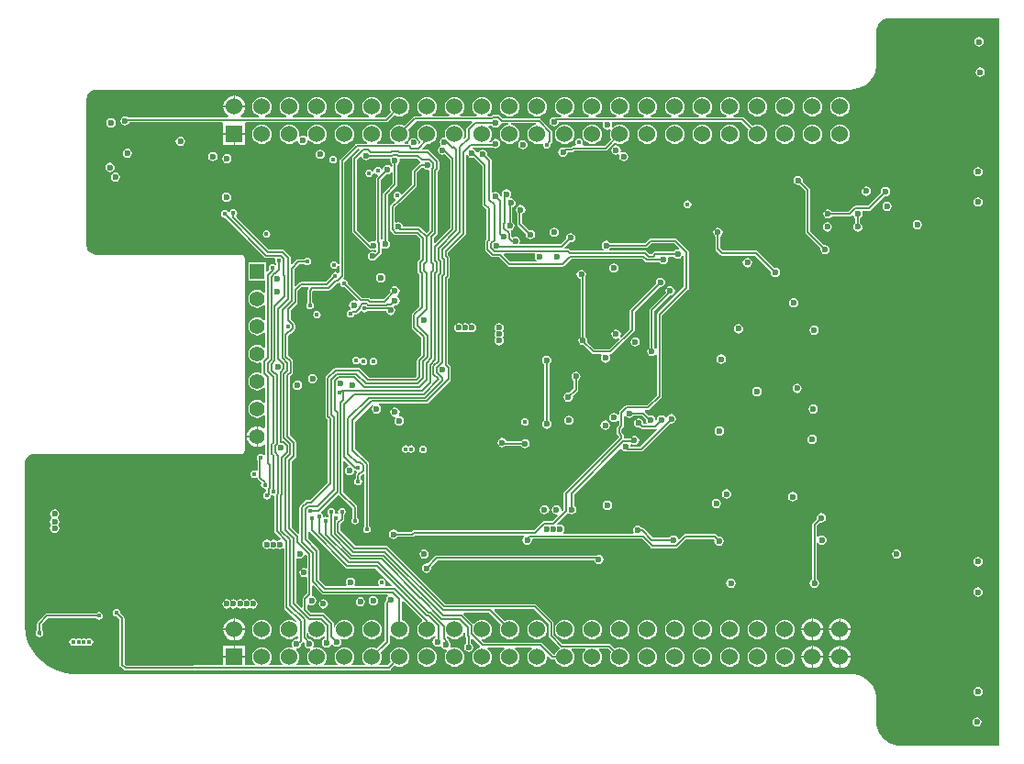
<source format=gbr>
G04 Layer_Physical_Order=3*
G04 Layer_Color=36540*
%FSLAX45Y45*%
%MOMM*%
%TF.FileFunction,Copper,L3,Inr,Signal*%
%TF.Part,Single*%
G01*
G75*
%TA.AperFunction,Conductor*%
%ADD59C,0.20000*%
%TA.AperFunction,ComponentPad*%
%ADD73C,1.40000*%
%ADD74R,1.40000X1.40000*%
%ADD75C,1.52400*%
%ADD76R,1.52400X1.52400*%
%TA.AperFunction,ViaPad*%
%ADD77C,0.45000*%
%ADD78C,0.60000*%
G36*
X16649413Y6990586D02*
X15739999Y6990587D01*
X15717403Y6990586D01*
X15673080Y6999403D01*
X15631331Y7016696D01*
X15593756Y7041803D01*
X15561803Y7073757D01*
X15536696Y7111331D01*
X15519402Y7153082D01*
X15510587Y7197403D01*
X15510587Y7219999D01*
X15510587Y7419999D01*
X15510439Y7420747D01*
X15510550Y7421503D01*
X15509586Y7441104D01*
X15509035Y7443303D01*
Y7445569D01*
X15501385Y7484022D01*
X15500233Y7486805D01*
X15499646Y7489760D01*
X15484642Y7525983D01*
X15482970Y7528488D01*
X15481816Y7531271D01*
X15460034Y7563871D01*
X15457903Y7566001D01*
X15456230Y7568506D01*
X15428506Y7596229D01*
X15426003Y7597902D01*
X15423872Y7600033D01*
X15391272Y7621815D01*
X15388489Y7622968D01*
X15385983Y7624642D01*
X15349762Y7639646D01*
X15346808Y7640233D01*
X15344025Y7641386D01*
X15305571Y7649036D01*
X15303304D01*
X15301105Y7649586D01*
X15281500Y7650549D01*
X15280746Y7650438D01*
X15280000Y7650586D01*
X8127943Y7650587D01*
X8096653Y7650586D01*
X8034607Y7658755D01*
X7974162Y7674952D01*
X7916345Y7698903D01*
X7862152Y7730194D01*
X7812505Y7768292D01*
X7768258Y7812545D01*
X7730164Y7862196D01*
X7698878Y7916394D01*
X7674936Y7974211D01*
X7658744Y8034662D01*
X7650583Y8096705D01*
X7650586Y8127996D01*
X7650586Y8127998D01*
X7650586Y8128000D01*
X7650587Y9588500D01*
X7650584Y9588512D01*
X7650587Y9588524D01*
X7650579Y9598019D01*
X7654273Y9616648D01*
X7661534Y9634197D01*
X7672081Y9649989D01*
X7685511Y9663419D01*
X7701303Y9673966D01*
X7718851Y9681227D01*
X7737480Y9684921D01*
X7746976Y9684913D01*
X7746988Y9684915D01*
X7747000Y9684913D01*
X9651999Y9684914D01*
X9663704Y9687242D01*
X9673628Y9693872D01*
X9680258Y9703796D01*
X9682586Y9715501D01*
Y11493499D01*
X9680258Y11505204D01*
X9673628Y11515128D01*
X9663704Y11521758D01*
X9651999Y11524086D01*
X8318499Y11524086D01*
X8318496Y11524086D01*
X8318494Y11524086D01*
X8308999Y11524085D01*
X8290371Y11527788D01*
X8272825Y11535054D01*
X8257035Y11545604D01*
X8243605Y11559034D01*
X8233054Y11574825D01*
X8225788Y11592372D01*
X8222085Y11610999D01*
X8222086Y11620494D01*
X8222086Y11620497D01*
X8222086Y11620499D01*
X8222085Y12953877D01*
X8222154Y12963271D01*
X8225999Y12981870D01*
X8233400Y12999359D01*
X8244074Y13015070D01*
X8257608Y13028392D01*
X8273484Y13038817D01*
X8291089Y13045943D01*
X8309746Y13049493D01*
X8319242Y13049416D01*
X8319370Y13049438D01*
X8319498Y13049414D01*
X15280000Y13049414D01*
X15280746Y13049562D01*
X15281500Y13049451D01*
X15301103Y13050414D01*
X15303302Y13050964D01*
X15305569D01*
X15344023Y13058612D01*
X15346806Y13059766D01*
X15349762Y13060353D01*
X15385983Y13075356D01*
X15388487Y13077029D01*
X15391273Y13078181D01*
X15423872Y13099965D01*
X15426003Y13102095D01*
X15428508Y13103769D01*
X15456232Y13131493D01*
X15457906Y13133997D01*
X15460036Y13136127D01*
X15481818Y13168727D01*
X15482970Y13171510D01*
X15484644Y13174014D01*
X15499648Y13210239D01*
X15500235Y13213193D01*
X15501389Y13215976D01*
X15509036Y13254430D01*
Y13256697D01*
X15509587Y13258897D01*
X15510548Y13278500D01*
X15510439Y13279253D01*
X15510587Y13280000D01*
X15510587Y13580000D01*
X15510587Y13592746D01*
X15515559Y13617749D01*
X15525314Y13641301D01*
X15539478Y13662497D01*
X15557503Y13680522D01*
X15578699Y13694685D01*
X15602251Y13704440D01*
X15627252Y13709413D01*
X15639998Y13709413D01*
X16649413Y13709415D01*
Y6990586D01*
D02*
G37*
%LPC*%
G36*
X11340000Y8803333D02*
X11323417Y8800034D01*
X11309359Y8790641D01*
X11299966Y8776583D01*
X11296667Y8760000D01*
X11299966Y8743417D01*
X11309359Y8729359D01*
X11323417Y8719966D01*
X11340000Y8716667D01*
X11356583Y8719966D01*
X11370641Y8729359D01*
X11380034Y8743417D01*
X11383333Y8760000D01*
X11380034Y8776583D01*
X11370641Y8790641D01*
X11356583Y8800034D01*
X11340000Y8803333D01*
D02*
G37*
G36*
X15700000D02*
X15683417Y8800034D01*
X15669359Y8790641D01*
X15659966Y8776583D01*
X15656667Y8760000D01*
X15659966Y8743417D01*
X15669359Y8729359D01*
X15683417Y8719966D01*
X15700000Y8716667D01*
X15716582Y8719966D01*
X15730641Y8729359D01*
X15740034Y8743417D01*
X15743332Y8760000D01*
X15740034Y8776583D01*
X15730641Y8790641D01*
X15716582Y8800034D01*
X15700000Y8803333D01*
D02*
G37*
G36*
X16450000Y8733333D02*
X16433417Y8730034D01*
X16419359Y8720641D01*
X16409966Y8706583D01*
X16406667Y8690000D01*
X16409966Y8673417D01*
X16419359Y8659359D01*
X16433417Y8649966D01*
X16450000Y8646667D01*
X16466583Y8649966D01*
X16480641Y8659359D01*
X16490034Y8673417D01*
X16493333Y8690000D01*
X16490034Y8706583D01*
X16480641Y8720641D01*
X16466583Y8730034D01*
X16450000Y8733333D01*
D02*
G37*
G36*
X12950000Y8753333D02*
X12933417Y8750034D01*
X12930286Y8747941D01*
X11455000D01*
X11446221Y8746195D01*
X11438779Y8741222D01*
X11369083Y8671526D01*
X11360000Y8673333D01*
X11343417Y8670034D01*
X11329359Y8660641D01*
X11319966Y8646583D01*
X11316667Y8630000D01*
X11319966Y8613417D01*
X11329359Y8599359D01*
X11343417Y8589966D01*
X11360000Y8586667D01*
X11376583Y8589966D01*
X11390641Y8599359D01*
X11400034Y8613417D01*
X11403333Y8630000D01*
X11401526Y8639083D01*
X11464503Y8702060D01*
X12908247D01*
X12909966Y8693417D01*
X12919359Y8679359D01*
X12933417Y8669966D01*
X12950000Y8666667D01*
X12966583Y8669966D01*
X12980641Y8679359D01*
X12990034Y8693417D01*
X12993333Y8710000D01*
X12990034Y8726583D01*
X12980641Y8740641D01*
X12966583Y8750034D01*
X12950000Y8753333D01*
D02*
G37*
G36*
X7930000Y9173333D02*
X7913417Y9170034D01*
X7899359Y9160641D01*
X7889966Y9146583D01*
X7886667Y9130000D01*
X7889966Y9113417D01*
X7899359Y9099359D01*
Y9090640D01*
X7889966Y9076583D01*
X7886667Y9060000D01*
X7889966Y9043417D01*
X7898931Y9030000D01*
X7889966Y9016583D01*
X7886667Y9000000D01*
X7889966Y8983417D01*
X7899359Y8969359D01*
X7913417Y8959966D01*
X7930000Y8956667D01*
X7946583Y8959966D01*
X7960641Y8969359D01*
X7970034Y8983417D01*
X7973333Y9000000D01*
X7970034Y9016583D01*
X7961069Y9030000D01*
X7970034Y9043417D01*
X7973333Y9060000D01*
X7970034Y9076583D01*
X7960641Y9090640D01*
Y9099359D01*
X7970034Y9113417D01*
X7973333Y9130000D01*
X7970034Y9146583D01*
X7960641Y9160641D01*
X7946583Y9170034D01*
X7930000Y9173333D01*
D02*
G37*
G36*
X13030000Y9253333D02*
X13013417Y9250034D01*
X12999359Y9240641D01*
X12989966Y9226583D01*
X12986667Y9210000D01*
X12989966Y9193417D01*
X12999359Y9179359D01*
X13013417Y9169966D01*
X13030000Y9166667D01*
X13046582Y9169966D01*
X13060641Y9179359D01*
X13070033Y9193417D01*
X13073334Y9210000D01*
X13070033Y9226583D01*
X13060641Y9240641D01*
X13046582Y9250034D01*
X13030000Y9253333D01*
D02*
G37*
G36*
X14035690Y9271283D02*
X14019109Y9267985D01*
X14005049Y9258591D01*
X13995656Y9244533D01*
X13992358Y9227950D01*
X13995656Y9211368D01*
X14005049Y9197310D01*
X14019109Y9187916D01*
X14035690Y9184618D01*
X14052274Y9187916D01*
X14066331Y9197310D01*
X14075723Y9211368D01*
X14079024Y9227950D01*
X14075723Y9244533D01*
X14066331Y9258591D01*
X14052274Y9267985D01*
X14035690Y9271283D01*
D02*
G37*
G36*
X15005000Y9138332D02*
X14988417Y9135034D01*
X14974359Y9125641D01*
X14964964Y9111582D01*
X14961667Y9095000D01*
X14963474Y9085917D01*
X14923779Y9046222D01*
X14918806Y9038779D01*
X14917059Y9030000D01*
Y8525786D01*
X14909360Y8520641D01*
X14899966Y8506583D01*
X14896667Y8490000D01*
X14899966Y8473417D01*
X14909360Y8459359D01*
X14923418Y8449966D01*
X14939999Y8446667D01*
X14956583Y8449966D01*
X14970641Y8459359D01*
X14980034Y8473417D01*
X14983333Y8490000D01*
X14980034Y8506583D01*
X14970641Y8520641D01*
X14962941Y8525786D01*
Y8861071D01*
X14975641Y8864924D01*
X14979359Y8859359D01*
X14993417Y8849966D01*
X15010001Y8846667D01*
X15026582Y8849966D01*
X15040640Y8859359D01*
X15050034Y8873417D01*
X15053333Y8890000D01*
X15050034Y8906583D01*
X15040640Y8920641D01*
X15026582Y8930034D01*
X15010001Y8933333D01*
X14993417Y8930034D01*
X14979359Y8920641D01*
X14975641Y8915076D01*
X14962941Y8918929D01*
Y9020498D01*
X14995917Y9053474D01*
X15005000Y9051667D01*
X15021582Y9054966D01*
X15035640Y9064359D01*
X15045033Y9078417D01*
X15048332Y9095000D01*
X15045033Y9111582D01*
X15035640Y9125641D01*
X15021582Y9135034D01*
X15005000Y9138332D01*
D02*
G37*
G36*
X12450000Y9213333D02*
X12433417Y9210034D01*
X12419359Y9200641D01*
X12409966Y9186583D01*
X12406667Y9170000D01*
X12409966Y9153417D01*
X12419359Y9139359D01*
X12433417Y9129966D01*
X12450000Y9126667D01*
X12466583Y9129966D01*
X12480641Y9139359D01*
X12490034Y9153417D01*
X12493333Y9170000D01*
X12490034Y9186583D01*
X12480641Y9200641D01*
X12466583Y9210034D01*
X12450000Y9213333D01*
D02*
G37*
G36*
X9596000Y8165990D02*
Y8072000D01*
X9689990D01*
X9687485Y8091023D01*
X9677248Y8115738D01*
X9660962Y8136962D01*
X9639738Y8153248D01*
X9615023Y8163485D01*
X9596000Y8165990D01*
D02*
G37*
G36*
X14930000D02*
Y8072000D01*
X15023990D01*
X15021484Y8091023D01*
X15011247Y8115738D01*
X14994962Y8136962D01*
X14973738Y8153248D01*
X14949023Y8163485D01*
X14930000Y8165990D01*
D02*
G37*
G36*
X14914999D02*
X14895976Y8163485D01*
X14871262Y8153248D01*
X14850038Y8136962D01*
X14833752Y8115738D01*
X14823515Y8091023D01*
X14821010Y8072000D01*
X14914999D01*
Y8165990D01*
D02*
G37*
G36*
X15169000D02*
X15149977Y8163485D01*
X15125262Y8153248D01*
X15104037Y8136962D01*
X15087752Y8115738D01*
X15077515Y8091023D01*
X15075011Y8072000D01*
X15169000D01*
Y8165990D01*
D02*
G37*
G36*
X15184000D02*
Y8072000D01*
X15277991D01*
X15275485Y8091023D01*
X15265248Y8115738D01*
X15248962Y8136962D01*
X15227737Y8153248D01*
X15203023Y8163485D01*
X15184000Y8165990D01*
D02*
G37*
G36*
X16450000Y8453333D02*
X16433417Y8450034D01*
X16419359Y8440641D01*
X16409966Y8426583D01*
X16406667Y8410000D01*
X16409966Y8393417D01*
X16419359Y8379359D01*
X16433417Y8369966D01*
X16450000Y8366667D01*
X16466583Y8369966D01*
X16480641Y8379359D01*
X16490034Y8393417D01*
X16493333Y8410000D01*
X16490034Y8426583D01*
X16480641Y8440641D01*
X16466583Y8450034D01*
X16450000Y8453333D01*
D02*
G37*
G36*
X14169971Y8533316D02*
X14153389Y8530017D01*
X14139331Y8520624D01*
X14129938Y8506566D01*
X14126639Y8489983D01*
X14129938Y8473400D01*
X14139331Y8459342D01*
X14153389Y8449949D01*
X14169971Y8446650D01*
X14186554Y8449949D01*
X14200612Y8459342D01*
X14210007Y8473400D01*
X14213304Y8489983D01*
X14210007Y8506566D01*
X14200612Y8520624D01*
X14186554Y8530017D01*
X14169971Y8533316D01*
D02*
G37*
G36*
X8340000Y8225686D02*
X8326344Y8222969D01*
X8314766Y8215234D01*
X8313234Y8212941D01*
X7860000D01*
X7851221Y8211194D01*
X7843779Y8206222D01*
X7773778Y8136221D01*
X7768805Y8128779D01*
X7767059Y8120000D01*
Y8056766D01*
X7764766Y8055234D01*
X7757031Y8043656D01*
X7754314Y8030000D01*
X7757031Y8016344D01*
X7764766Y8004766D01*
X7776344Y7997031D01*
X7790000Y7994314D01*
X7803656Y7997031D01*
X7805267Y7998107D01*
X7808779Y7998805D01*
X7816222Y8003778D01*
X7821194Y8011221D01*
X7821893Y8014733D01*
X7822969Y8016344D01*
X7825686Y8030000D01*
X7822969Y8043656D01*
X7815234Y8055234D01*
X7812941Y8056766D01*
Y8110498D01*
X7869502Y8167059D01*
X8313234D01*
X8314766Y8164766D01*
X8326344Y8157031D01*
X8340000Y8154314D01*
X8353656Y8157031D01*
X8365234Y8164766D01*
X8372969Y8176344D01*
X8375686Y8190000D01*
X8372969Y8203656D01*
X8365234Y8215234D01*
X8353656Y8222969D01*
X8340000Y8225686D01*
D02*
G37*
G36*
X9760000Y8343333D02*
X9743417Y8340034D01*
X9730000Y8331069D01*
X9716583Y8340034D01*
X9700000Y8343333D01*
X9683417Y8340034D01*
X9670000Y8331069D01*
X9656583Y8340034D01*
X9640000Y8343333D01*
X9623417Y8340034D01*
X9610000Y8331069D01*
X9596583Y8340034D01*
X9580000Y8343333D01*
X9563417Y8340034D01*
X9550000Y8331069D01*
X9536583Y8340034D01*
X9520000Y8343333D01*
X9503417Y8340034D01*
X9489359Y8330641D01*
X9479966Y8316583D01*
X9476667Y8300000D01*
X9479966Y8283417D01*
X9489359Y8269359D01*
X9503417Y8259966D01*
X9520000Y8256667D01*
X9536583Y8259966D01*
X9550000Y8268931D01*
X9563417Y8259966D01*
X9580000Y8256667D01*
X9596583Y8259966D01*
X9610000Y8268931D01*
X9623417Y8259966D01*
X9640000Y8256667D01*
X9656583Y8259966D01*
X9670000Y8268931D01*
X9683417Y8259966D01*
X9700000Y8256667D01*
X9716583Y8259966D01*
X9730000Y8268931D01*
X9743417Y8259966D01*
X9760000Y8256667D01*
X9776583Y8259966D01*
X9790641Y8269359D01*
X9800034Y8283417D01*
X9803333Y8300000D01*
X9800034Y8316583D01*
X9790641Y8330641D01*
X9776583Y8340034D01*
X9760000Y8343333D01*
D02*
G37*
G36*
X12270000Y10015686D02*
X12256344Y10012969D01*
X12244766Y10005234D01*
X12237031Y9993656D01*
X12234314Y9980000D01*
X12237031Y9966344D01*
X12244766Y9954766D01*
X12256344Y9947031D01*
X12270000Y9944314D01*
X12283656Y9947031D01*
X12295234Y9954766D01*
X12302969Y9966344D01*
X12305686Y9980000D01*
X12302969Y9993656D01*
X12295234Y10005234D01*
X12283656Y10012969D01*
X12270000Y10015686D01*
D02*
G37*
G36*
X11069999Y10113333D02*
X11053416Y10110034D01*
X11039358Y10100641D01*
X11029964Y10086583D01*
X11026666Y10070000D01*
X11029964Y10053417D01*
X11039358Y10039359D01*
X11053416Y10029966D01*
X11068333Y10026998D01*
X11072601Y10021015D01*
X11075459Y10014804D01*
X11069966Y10006583D01*
X11066667Y9990000D01*
X11069966Y9973417D01*
X11079359Y9959359D01*
X11093417Y9949966D01*
X11110000Y9946667D01*
X11126583Y9949966D01*
X11140641Y9959359D01*
X11150034Y9973417D01*
X11153333Y9990000D01*
X11150034Y10006583D01*
X11140641Y10020641D01*
X11126583Y10030034D01*
X11111666Y10033002D01*
X11107398Y10038985D01*
X11104539Y10045196D01*
X11110033Y10053417D01*
X11113331Y10070000D01*
X11110033Y10086583D01*
X11100639Y10100641D01*
X11086581Y10110034D01*
X11069999Y10113333D01*
D02*
G37*
G36*
X13010001Y9993333D02*
X12993417Y9990034D01*
X12979359Y9980641D01*
X12969966Y9966583D01*
X12966667Y9950000D01*
X12969966Y9933417D01*
X12979359Y9919359D01*
X12993417Y9909966D01*
X13010001Y9906667D01*
X13026582Y9909966D01*
X13040640Y9919359D01*
X13050034Y9933417D01*
X13053333Y9950000D01*
X13050034Y9966583D01*
X13040640Y9980641D01*
X13026582Y9990034D01*
X13010001Y9993333D01*
D02*
G37*
G36*
X12470000Y10593333D02*
X12453417Y10590034D01*
X12439359Y10580641D01*
X12429966Y10566583D01*
X12426667Y10550000D01*
X12429966Y10533417D01*
X12439359Y10519359D01*
X12447059Y10514214D01*
Y9995786D01*
X12439359Y9990641D01*
X12429966Y9976583D01*
X12426667Y9960000D01*
X12429966Y9943417D01*
X12439359Y9929359D01*
X12453417Y9919966D01*
X12470000Y9916667D01*
X12486583Y9919966D01*
X12500641Y9929359D01*
X12510034Y9943417D01*
X12513333Y9960000D01*
X12510034Y9976583D01*
X12500641Y9990641D01*
X12492941Y9995786D01*
Y10514214D01*
X12500641Y10519359D01*
X12510034Y10533417D01*
X12513333Y10550000D01*
X12510034Y10566583D01*
X12500641Y10580641D01*
X12486583Y10590034D01*
X12470000Y10593333D01*
D02*
G37*
G36*
X12675000Y10038333D02*
X12658417Y10035035D01*
X12644359Y10025641D01*
X12634966Y10011583D01*
X12631667Y9995000D01*
X12634966Y9978418D01*
X12644359Y9964360D01*
X12658417Y9954966D01*
X12675000Y9951668D01*
X12691582Y9954966D01*
X12705641Y9964360D01*
X12715034Y9978418D01*
X12718332Y9995000D01*
X12715034Y10011583D01*
X12705641Y10025641D01*
X12691582Y10035035D01*
X12675000Y10038333D01*
D02*
G37*
G36*
X14780000Y10333333D02*
X14763417Y10330034D01*
X14749359Y10320641D01*
X14739966Y10306583D01*
X14736667Y10290000D01*
X14739966Y10273417D01*
X14749359Y10259359D01*
X14763417Y10249966D01*
X14780000Y10246667D01*
X14796584Y10249966D01*
X14810641Y10259359D01*
X14820033Y10273417D01*
X14823334Y10290000D01*
X14820033Y10306583D01*
X14810641Y10320641D01*
X14796584Y10330034D01*
X14780000Y10333333D01*
D02*
G37*
G36*
X12740000Y10443333D02*
X12723417Y10440034D01*
X12709359Y10430641D01*
X12699966Y10416583D01*
X12696667Y10400000D01*
X12699966Y10383417D01*
X12709359Y10369359D01*
X12717059Y10364214D01*
Y10289502D01*
X12679083Y10251526D01*
X12670000Y10253333D01*
X12653417Y10250034D01*
X12639359Y10240641D01*
X12629966Y10226583D01*
X12626667Y10210000D01*
X12629966Y10193417D01*
X12639359Y10179359D01*
X12653417Y10169966D01*
X12670000Y10166667D01*
X12686583Y10169966D01*
X12700641Y10179359D01*
X12710034Y10193417D01*
X12713333Y10210000D01*
X12711526Y10219083D01*
X12756221Y10263778D01*
X12761194Y10271221D01*
X12762941Y10280000D01*
Y10364214D01*
X12770641Y10369359D01*
X12780034Y10383417D01*
X12783333Y10400000D01*
X12780034Y10416583D01*
X12770641Y10430641D01*
X12756583Y10440034D01*
X12740000Y10443333D01*
D02*
G37*
G36*
X14929970Y10143312D02*
X14913387Y10140014D01*
X14899329Y10130621D01*
X14889935Y10116562D01*
X14886636Y10099980D01*
X14889935Y10083397D01*
X14899329Y10069339D01*
X14913387Y10059946D01*
X14929970Y10056647D01*
X14946553Y10059946D01*
X14960611Y10069339D01*
X14970004Y10083397D01*
X14973303Y10099980D01*
X14970004Y10116562D01*
X14960611Y10130621D01*
X14946553Y10140014D01*
X14929970Y10143312D01*
D02*
G37*
G36*
X14410001Y10303333D02*
X14393417Y10300034D01*
X14379359Y10290641D01*
X14369966Y10276583D01*
X14366667Y10260000D01*
X14369966Y10243417D01*
X14379359Y10229359D01*
X14393417Y10219966D01*
X14410001Y10216667D01*
X14426582Y10219966D01*
X14440640Y10229359D01*
X14450034Y10243417D01*
X14453333Y10260000D01*
X14450034Y10276583D01*
X14440640Y10290641D01*
X14426582Y10300034D01*
X14410001Y10303333D01*
D02*
G37*
G36*
X11330000Y9761686D02*
X11316344Y9758970D01*
X11304766Y9751234D01*
X11297031Y9739657D01*
X11294314Y9726000D01*
X11297031Y9712344D01*
X11304766Y9700767D01*
X11316344Y9693031D01*
X11330000Y9690315D01*
X11343656Y9693031D01*
X11355234Y9700767D01*
X11362969Y9712344D01*
X11365686Y9726000D01*
X11362969Y9739657D01*
X11355234Y9751234D01*
X11343656Y9758970D01*
X11330000Y9761686D01*
D02*
G37*
G36*
X12060000Y9833333D02*
X12043417Y9830034D01*
X12029359Y9820641D01*
X12019966Y9806583D01*
X12016667Y9790000D01*
X12019966Y9773417D01*
X12029359Y9759359D01*
X12043417Y9749966D01*
X12060000Y9746667D01*
X12076583Y9749966D01*
X12087169Y9757040D01*
X12234189D01*
X12239334Y9749340D01*
X12253393Y9739946D01*
X12269975Y9736648D01*
X12286558Y9739946D01*
X12300616Y9749340D01*
X12310009Y9763398D01*
X12313308Y9779980D01*
X12310009Y9796563D01*
X12300616Y9810621D01*
X12286558Y9820015D01*
X12269975Y9823313D01*
X12253393Y9820015D01*
X12239334Y9810621D01*
X12234189Y9802921D01*
X12100762D01*
X12100034Y9806583D01*
X12090641Y9820641D01*
X12076583Y9830034D01*
X12060000Y9833333D01*
D02*
G37*
G36*
X14739970Y9333314D02*
X14723389Y9330016D01*
X14709331Y9320622D01*
X14699936Y9306564D01*
X14696638Y9289981D01*
X14699936Y9273399D01*
X14709331Y9259341D01*
X14723389Y9249947D01*
X14739970Y9246649D01*
X14756554Y9249947D01*
X14770612Y9259341D01*
X14780005Y9273399D01*
X14783302Y9289981D01*
X14780005Y9306564D01*
X14770612Y9320622D01*
X14756554Y9330016D01*
X14739970Y9333314D01*
D02*
G37*
G36*
X14130000Y9358333D02*
X14113417Y9355034D01*
X14099359Y9345641D01*
X14089966Y9331583D01*
X14086667Y9315000D01*
X14089966Y9298417D01*
X14099359Y9284359D01*
X14113417Y9274966D01*
X14130000Y9271667D01*
X14146584Y9274966D01*
X14160641Y9284359D01*
X14170033Y9298417D01*
X14173334Y9315000D01*
X14170033Y9331583D01*
X14160641Y9345641D01*
X14146584Y9355034D01*
X14130000Y9358333D01*
D02*
G37*
G36*
X9792500Y9838500D02*
X9704764D01*
X9707056Y9821096D01*
X9716668Y9797889D01*
X9731960Y9777960D01*
X9751888Y9762669D01*
X9775096Y9753056D01*
X9792500Y9750764D01*
Y9838500D01*
D02*
G37*
G36*
Y9941236D02*
X9775096Y9938945D01*
X9751888Y9929332D01*
X9731960Y9914040D01*
X9716668Y9894112D01*
X9707056Y9870905D01*
X9704764Y9853500D01*
X9792500D01*
Y9941236D01*
D02*
G37*
G36*
X14062500Y9940833D02*
X14045917Y9937534D01*
X14031859Y9928141D01*
X14022466Y9914083D01*
X14019167Y9897500D01*
X14022466Y9880917D01*
X14031859Y9866859D01*
X14045917Y9857466D01*
X14062500Y9854167D01*
X14079083Y9857466D01*
X14093141Y9866859D01*
X14102534Y9880917D01*
X14105833Y9897500D01*
X14102534Y9914083D01*
X14093141Y9928141D01*
X14079083Y9937534D01*
X14062500Y9940833D01*
D02*
G37*
G36*
X11220000Y9765686D02*
X11206344Y9762969D01*
X11195000Y9755390D01*
X11183656Y9762969D01*
X11170000Y9765686D01*
X11156344Y9762969D01*
X11144766Y9755234D01*
X11137031Y9743656D01*
X11134314Y9730000D01*
X11137031Y9716344D01*
X11144766Y9704766D01*
X11156344Y9697031D01*
X11170000Y9694314D01*
X11183656Y9697031D01*
X11195000Y9704610D01*
X11206344Y9697031D01*
X11220000Y9694314D01*
X11233656Y9697031D01*
X11245234Y9704766D01*
X11252969Y9716344D01*
X11255686Y9730000D01*
X11252969Y9743656D01*
X11245234Y9755234D01*
X11233656Y9762969D01*
X11220000Y9765686D01*
D02*
G37*
G36*
X14920000Y9863333D02*
X14903416Y9860034D01*
X14889359Y9850641D01*
X14879967Y9836583D01*
X14876666Y9820000D01*
X14879967Y9803417D01*
X14889359Y9789359D01*
X14903416Y9779966D01*
X14920000Y9776667D01*
X14936583Y9779966D01*
X14950641Y9789359D01*
X14960034Y9803417D01*
X14963333Y9820000D01*
X14960034Y9836583D01*
X14950641Y9850641D01*
X14936583Y9860034D01*
X14920000Y9863333D01*
D02*
G37*
G36*
X9581000Y8165990D02*
X9561977Y8163485D01*
X9537262Y8153248D01*
X9516038Y8136962D01*
X9499752Y8115738D01*
X9489515Y8091023D01*
X9487010Y8072000D01*
X9581000D01*
Y8165990D01*
D02*
G37*
G36*
X14414500Y7899965D02*
X14391345Y7896917D01*
X14369768Y7887979D01*
X14351239Y7873761D01*
X14337021Y7855233D01*
X14328082Y7833655D01*
X14325035Y7810500D01*
X14328082Y7787345D01*
X14337021Y7765767D01*
X14351239Y7747239D01*
X14369768Y7733021D01*
X14391345Y7724083D01*
X14414500Y7721035D01*
X14437656Y7724083D01*
X14459233Y7733021D01*
X14477760Y7747239D01*
X14491978Y7765767D01*
X14500917Y7787345D01*
X14503966Y7810500D01*
X14500917Y7833655D01*
X14491978Y7855233D01*
X14477760Y7873761D01*
X14459233Y7887979D01*
X14437656Y7896917D01*
X14414500Y7899965D01*
D02*
G37*
G36*
X14668500D02*
X14645345Y7896917D01*
X14623767Y7887979D01*
X14605238Y7873761D01*
X14591022Y7855233D01*
X14582083Y7833655D01*
X14579034Y7810500D01*
X14582083Y7787345D01*
X14591022Y7765767D01*
X14605238Y7747239D01*
X14623767Y7733021D01*
X14645345Y7724083D01*
X14668500Y7721035D01*
X14691655Y7724083D01*
X14713232Y7733021D01*
X14731761Y7747239D01*
X14745979Y7765767D01*
X14754916Y7787345D01*
X14757965Y7810500D01*
X14754916Y7833655D01*
X14745979Y7855233D01*
X14731761Y7873761D01*
X14713232Y7887979D01*
X14691655Y7896917D01*
X14668500Y7899965D01*
D02*
G37*
G36*
X13906500D02*
X13883345Y7896917D01*
X13861768Y7887979D01*
X13843239Y7873761D01*
X13829021Y7855233D01*
X13820084Y7833655D01*
X13817035Y7810500D01*
X13820084Y7787345D01*
X13829021Y7765767D01*
X13843239Y7747239D01*
X13861768Y7733021D01*
X13883345Y7724083D01*
X13906500Y7721035D01*
X13929655Y7724083D01*
X13951233Y7733021D01*
X13969762Y7747239D01*
X13983978Y7765767D01*
X13992917Y7787345D01*
X13995966Y7810500D01*
X13992917Y7833655D01*
X13983978Y7855233D01*
X13969762Y7873761D01*
X13951233Y7887979D01*
X13929655Y7896917D01*
X13906500Y7899965D01*
D02*
G37*
G36*
X14160500D02*
X14137344Y7896917D01*
X14115767Y7887979D01*
X14097240Y7873761D01*
X14083022Y7855233D01*
X14074083Y7833655D01*
X14071034Y7810500D01*
X14074083Y7787345D01*
X14083022Y7765767D01*
X14097240Y7747239D01*
X14115767Y7733021D01*
X14137344Y7724083D01*
X14160500Y7721035D01*
X14183655Y7724083D01*
X14205232Y7733021D01*
X14223761Y7747239D01*
X14237979Y7765767D01*
X14246918Y7787345D01*
X14249965Y7810500D01*
X14246918Y7833655D01*
X14237979Y7855233D01*
X14223761Y7873761D01*
X14205232Y7887979D01*
X14183655Y7896917D01*
X14160500Y7899965D01*
D02*
G37*
G36*
X9581000Y7912100D02*
X9486900D01*
Y7818000D01*
X9581000D01*
Y7912100D01*
D02*
G37*
G36*
X9690100D02*
X9596000D01*
Y7818000D01*
X9690100D01*
Y7912100D01*
D02*
G37*
G36*
X14930000Y7911990D02*
Y7818000D01*
X15023990D01*
X15021484Y7837023D01*
X15011247Y7861738D01*
X14994962Y7882962D01*
X14973738Y7899248D01*
X14949023Y7909485D01*
X14930000Y7911990D01*
D02*
G37*
G36*
X14914999D02*
X14895976Y7909485D01*
X14871262Y7899248D01*
X14850038Y7882962D01*
X14833752Y7861738D01*
X14823515Y7837023D01*
X14821010Y7818000D01*
X14914999D01*
Y7911990D01*
D02*
G37*
G36*
X15169000D02*
X15149977Y7909485D01*
X15125262Y7899248D01*
X15104037Y7882962D01*
X15087752Y7861738D01*
X15077515Y7837023D01*
X15075011Y7818000D01*
X15169000D01*
Y7911990D01*
D02*
G37*
G36*
X14914999Y7803000D02*
X14821010D01*
X14823515Y7783977D01*
X14833752Y7759262D01*
X14850038Y7738038D01*
X14871262Y7721752D01*
X14895976Y7711515D01*
X14914999Y7709010D01*
Y7803000D01*
D02*
G37*
G36*
X15169000D02*
X15075011D01*
X15077515Y7783977D01*
X15087752Y7759262D01*
X15104037Y7738038D01*
X15125262Y7721752D01*
X15149977Y7711515D01*
X15169000Y7709010D01*
Y7803000D01*
D02*
G37*
G36*
X16439999Y7253333D02*
X16423418Y7250034D01*
X16409360Y7240641D01*
X16399966Y7226583D01*
X16396667Y7210000D01*
X16399966Y7193417D01*
X16409360Y7179359D01*
X16423418Y7169966D01*
X16439999Y7166667D01*
X16456583Y7169966D01*
X16470641Y7179359D01*
X16480034Y7193417D01*
X16483333Y7210000D01*
X16480034Y7226583D01*
X16470641Y7240641D01*
X16456583Y7250034D01*
X16439999Y7253333D01*
D02*
G37*
G36*
X16450000Y7533333D02*
X16433417Y7530034D01*
X16419359Y7520641D01*
X16409966Y7506583D01*
X16406667Y7490000D01*
X16409966Y7473417D01*
X16419359Y7459359D01*
X16433417Y7449966D01*
X16450000Y7446667D01*
X16466583Y7449966D01*
X16480641Y7459359D01*
X16490034Y7473417D01*
X16493333Y7490000D01*
X16490034Y7506583D01*
X16480641Y7520641D01*
X16466583Y7530034D01*
X16450000Y7533333D01*
D02*
G37*
G36*
X15023990Y7803000D02*
X14930000D01*
Y7709010D01*
X14949023Y7711515D01*
X14973738Y7721752D01*
X14994962Y7738038D01*
X15011247Y7759262D01*
X15021484Y7783977D01*
X15023990Y7803000D01*
D02*
G37*
G36*
X13398500Y7899965D02*
X13375345Y7896917D01*
X13353767Y7887979D01*
X13335239Y7873761D01*
X13321021Y7855233D01*
X13312083Y7833655D01*
X13309035Y7810500D01*
X13312083Y7787345D01*
X13321021Y7765767D01*
X13335239Y7747239D01*
X13353767Y7733021D01*
X13375345Y7724083D01*
X13398500Y7721035D01*
X13421655Y7724083D01*
X13443233Y7733021D01*
X13461761Y7747239D01*
X13475980Y7765767D01*
X13484917Y7787345D01*
X13487965Y7810500D01*
X13484917Y7833655D01*
X13475980Y7855233D01*
X13461761Y7873761D01*
X13443233Y7887979D01*
X13421655Y7896917D01*
X13398500Y7899965D01*
D02*
G37*
G36*
X13652499D02*
X13629346Y7896917D01*
X13607767Y7887979D01*
X13589240Y7873761D01*
X13575021Y7855233D01*
X13566083Y7833655D01*
X13563036Y7810500D01*
X13566083Y7787345D01*
X13575021Y7765767D01*
X13589240Y7747239D01*
X13607767Y7733021D01*
X13629346Y7724083D01*
X13652499Y7721035D01*
X13675655Y7724083D01*
X13697234Y7733021D01*
X13715761Y7747239D01*
X13729979Y7765767D01*
X13738918Y7787345D01*
X13741965Y7810500D01*
X13738918Y7833655D01*
X13729979Y7855233D01*
X13715761Y7873761D01*
X13697234Y7887979D01*
X13675655Y7896917D01*
X13652499Y7899965D01*
D02*
G37*
G36*
X15277991Y7803000D02*
X15184000D01*
Y7709010D01*
X15203023Y7711515D01*
X15227737Y7721752D01*
X15248962Y7738038D01*
X15265248Y7759262D01*
X15275485Y7783977D01*
X15277991Y7803000D01*
D02*
G37*
G36*
X11366500Y7899965D02*
X11343345Y7896917D01*
X11321767Y7887979D01*
X11303239Y7873761D01*
X11289021Y7855233D01*
X11280083Y7833655D01*
X11277035Y7810500D01*
X11280083Y7787345D01*
X11289021Y7765767D01*
X11303239Y7747239D01*
X11321767Y7733021D01*
X11343345Y7724083D01*
X11366500Y7721035D01*
X11389655Y7724083D01*
X11411233Y7733021D01*
X11429761Y7747239D01*
X11443979Y7765767D01*
X11452917Y7787345D01*
X11455965Y7810500D01*
X11452917Y7833655D01*
X11443979Y7855233D01*
X11429761Y7873761D01*
X11411233Y7887979D01*
X11389655Y7896917D01*
X11366500Y7899965D01*
D02*
G37*
G36*
X13398500Y8153965D02*
X13375345Y8150917D01*
X13353767Y8141979D01*
X13335239Y8127761D01*
X13321021Y8109233D01*
X13312083Y8087655D01*
X13309035Y8064500D01*
X13312083Y8041345D01*
X13321021Y8019767D01*
X13335239Y8001239D01*
X13353767Y7987021D01*
X13375345Y7978083D01*
X13398500Y7975035D01*
X13421655Y7978083D01*
X13443233Y7987021D01*
X13461761Y8001239D01*
X13475980Y8019767D01*
X13484917Y8041345D01*
X13487965Y8064500D01*
X13484917Y8087655D01*
X13475980Y8109233D01*
X13461761Y8127761D01*
X13443233Y8141979D01*
X13421655Y8150917D01*
X13398500Y8153965D01*
D02*
G37*
G36*
X13652499D02*
X13629346Y8150917D01*
X13607767Y8141979D01*
X13589240Y8127761D01*
X13575021Y8109233D01*
X13566083Y8087655D01*
X13563036Y8064500D01*
X13566083Y8041345D01*
X13575021Y8019767D01*
X13589240Y8001239D01*
X13607767Y7987021D01*
X13629346Y7978083D01*
X13652499Y7975035D01*
X13675655Y7978083D01*
X13697234Y7987021D01*
X13715761Y8001239D01*
X13729979Y8019767D01*
X13738918Y8041345D01*
X13741965Y8064500D01*
X13738918Y8087655D01*
X13729979Y8109233D01*
X13715761Y8127761D01*
X13697234Y8141979D01*
X13675655Y8150917D01*
X13652499Y8153965D01*
D02*
G37*
G36*
X12890500D02*
X12867345Y8150917D01*
X12845767Y8141979D01*
X12827238Y8127761D01*
X12813020Y8109233D01*
X12804083Y8087655D01*
X12801035Y8064500D01*
X12804083Y8041345D01*
X12813020Y8019767D01*
X12827238Y8001239D01*
X12845767Y7987021D01*
X12867345Y7978083D01*
X12890500Y7975035D01*
X12913655Y7978083D01*
X12935233Y7987021D01*
X12953761Y8001239D01*
X12967979Y8019767D01*
X12976917Y8041345D01*
X12979965Y8064500D01*
X12976917Y8087655D01*
X12967979Y8109233D01*
X12953761Y8127761D01*
X12935233Y8141979D01*
X12913655Y8150917D01*
X12890500Y8153965D01*
D02*
G37*
G36*
X13144501D02*
X13121346Y8150917D01*
X13099767Y8141979D01*
X13081239Y8127761D01*
X13067021Y8109233D01*
X13058083Y8087655D01*
X13055035Y8064500D01*
X13058083Y8041345D01*
X13067021Y8019767D01*
X13081239Y8001239D01*
X13099767Y7987021D01*
X13121346Y7978083D01*
X13144501Y7975035D01*
X13167654Y7978083D01*
X13189233Y7987021D01*
X13207761Y8001239D01*
X13221979Y8019767D01*
X13230917Y8041345D01*
X13233965Y8064500D01*
X13230917Y8087655D01*
X13221979Y8109233D01*
X13207761Y8127761D01*
X13189233Y8141979D01*
X13167654Y8150917D01*
X13144501Y8153965D01*
D02*
G37*
G36*
X13906500D02*
X13883345Y8150917D01*
X13861768Y8141979D01*
X13843239Y8127761D01*
X13829021Y8109233D01*
X13820084Y8087655D01*
X13817035Y8064500D01*
X13820084Y8041345D01*
X13829021Y8019767D01*
X13843239Y8001239D01*
X13861768Y7987021D01*
X13883345Y7978083D01*
X13906500Y7975035D01*
X13929655Y7978083D01*
X13951233Y7987021D01*
X13969762Y8001239D01*
X13983978Y8019767D01*
X13992917Y8041345D01*
X13995966Y8064500D01*
X13992917Y8087655D01*
X13983978Y8109233D01*
X13969762Y8127761D01*
X13951233Y8141979D01*
X13929655Y8150917D01*
X13906500Y8153965D01*
D02*
G37*
G36*
X14668500D02*
X14645345Y8150917D01*
X14623767Y8141979D01*
X14605238Y8127761D01*
X14591022Y8109233D01*
X14582083Y8087655D01*
X14579034Y8064500D01*
X14582083Y8041345D01*
X14591022Y8019767D01*
X14605238Y8001239D01*
X14623767Y7987021D01*
X14645345Y7978083D01*
X14668500Y7975035D01*
X14691655Y7978083D01*
X14713232Y7987021D01*
X14731761Y8001239D01*
X14745979Y8019767D01*
X14754916Y8041345D01*
X14757965Y8064500D01*
X14754916Y8087655D01*
X14745979Y8109233D01*
X14731761Y8127761D01*
X14713232Y8141979D01*
X14691655Y8150917D01*
X14668500Y8153965D01*
D02*
G37*
G36*
X8250000Y7985686D02*
X8236344Y7982969D01*
X8225000Y7975390D01*
X8213656Y7982969D01*
X8200000Y7985686D01*
X8186344Y7982969D01*
X8175000Y7975390D01*
X8163656Y7982969D01*
X8150000Y7985686D01*
X8136344Y7982969D01*
X8125000Y7975390D01*
X8113656Y7982969D01*
X8100000Y7985686D01*
X8086344Y7982969D01*
X8074766Y7975234D01*
X8067031Y7963656D01*
X8064314Y7950000D01*
X8067031Y7936344D01*
X8074766Y7924766D01*
X8086344Y7917031D01*
X8100000Y7914314D01*
X8113656Y7917031D01*
X8125000Y7924610D01*
X8136344Y7917031D01*
X8150000Y7914314D01*
X8163656Y7917031D01*
X8175000Y7924611D01*
X8186344Y7917031D01*
X8200000Y7914314D01*
X8213656Y7917031D01*
X8225000Y7924610D01*
X8236344Y7917031D01*
X8250000Y7914314D01*
X8263656Y7917031D01*
X8275234Y7924766D01*
X8282969Y7936344D01*
X8285686Y7950000D01*
X8282969Y7963656D01*
X8275234Y7975234D01*
X8263656Y7982969D01*
X8250000Y7985686D01*
D02*
G37*
G36*
X14160500Y8153965D02*
X14137344Y8150917D01*
X14115767Y8141979D01*
X14097240Y8127761D01*
X14083022Y8109233D01*
X14074083Y8087655D01*
X14071034Y8064500D01*
X14074083Y8041345D01*
X14083022Y8019767D01*
X14097240Y8001239D01*
X14115767Y7987021D01*
X14137344Y7978083D01*
X14160500Y7975035D01*
X14183655Y7978083D01*
X14205232Y7987021D01*
X14223761Y8001239D01*
X14237979Y8019767D01*
X14246918Y8041345D01*
X14249965Y8064500D01*
X14246918Y8087655D01*
X14237979Y8109233D01*
X14223761Y8127761D01*
X14205232Y8141979D01*
X14183655Y8150917D01*
X14160500Y8153965D01*
D02*
G37*
G36*
X14414500D02*
X14391345Y8150917D01*
X14369768Y8141979D01*
X14351239Y8127761D01*
X14337021Y8109233D01*
X14328082Y8087655D01*
X14325035Y8064500D01*
X14328082Y8041345D01*
X14337021Y8019767D01*
X14351239Y8001239D01*
X14369768Y7987021D01*
X14391345Y7978083D01*
X14414500Y7975035D01*
X14437656Y7978083D01*
X14459233Y7987021D01*
X14477760Y8001239D01*
X14491978Y8019767D01*
X14500917Y8041345D01*
X14503966Y8064500D01*
X14500917Y8087655D01*
X14491978Y8109233D01*
X14477760Y8127761D01*
X14459233Y8141979D01*
X14437656Y8150917D01*
X14414500Y8153965D01*
D02*
G37*
G36*
X14914999Y8057000D02*
X14821010D01*
X14823515Y8037977D01*
X14833752Y8013262D01*
X14850038Y7992038D01*
X14871262Y7975752D01*
X14895976Y7965515D01*
X14914999Y7963010D01*
Y8057000D01*
D02*
G37*
G36*
X15169000D02*
X15075011D01*
X15077515Y8037977D01*
X15087752Y8013262D01*
X15104037Y7992038D01*
X15125262Y7975752D01*
X15149977Y7965515D01*
X15169000Y7963010D01*
Y8057000D01*
D02*
G37*
G36*
X15184000Y7911990D02*
Y7818000D01*
X15277991D01*
X15275485Y7837023D01*
X15265248Y7861738D01*
X15248962Y7882962D01*
X15227737Y7899248D01*
X15203023Y7909485D01*
X15184000Y7911990D01*
D02*
G37*
G36*
X9581000Y8057000D02*
X9487010D01*
X9489515Y8037977D01*
X9499752Y8013262D01*
X9516038Y7992038D01*
X9537262Y7975752D01*
X9561977Y7965515D01*
X9581000Y7963010D01*
Y8057000D01*
D02*
G37*
G36*
X9689990D02*
X9596000D01*
Y7963010D01*
X9615023Y7965515D01*
X9639738Y7975752D01*
X9660962Y7992038D01*
X9677248Y8013262D01*
X9687485Y8037977D01*
X9689990Y8057000D01*
D02*
G37*
G36*
X9842500Y8153965D02*
X9819345Y8150917D01*
X9797767Y8141979D01*
X9779239Y8127761D01*
X9765021Y8109233D01*
X9756083Y8087655D01*
X9753035Y8064500D01*
X9756083Y8041345D01*
X9765021Y8019767D01*
X9779239Y8001239D01*
X9797767Y7987021D01*
X9819345Y7978083D01*
X9842500Y7975035D01*
X9865655Y7978083D01*
X9887233Y7987021D01*
X9905761Y8001239D01*
X9919979Y8019767D01*
X9928917Y8041345D01*
X9931965Y8064500D01*
X9928917Y8087655D01*
X9919979Y8109233D01*
X9905761Y8127761D01*
X9887233Y8141979D01*
X9865655Y8150917D01*
X9842500Y8153965D01*
D02*
G37*
G36*
X12636500D02*
X12613345Y8150917D01*
X12591767Y8141979D01*
X12573239Y8127761D01*
X12559021Y8109233D01*
X12550083Y8087655D01*
X12547035Y8064500D01*
X12550083Y8041345D01*
X12559021Y8019767D01*
X12573239Y8001239D01*
X12591767Y7987021D01*
X12613345Y7978083D01*
X12636500Y7975035D01*
X12659655Y7978083D01*
X12681233Y7987021D01*
X12699761Y8001239D01*
X12713979Y8019767D01*
X12722917Y8041345D01*
X12725965Y8064500D01*
X12722917Y8087655D01*
X12713979Y8109233D01*
X12699761Y8127761D01*
X12681233Y8141979D01*
X12659655Y8150917D01*
X12636500Y8153965D01*
D02*
G37*
G36*
X15023990Y8057000D02*
X14930000D01*
Y7963010D01*
X14949023Y7965515D01*
X14973738Y7975752D01*
X14994962Y7992038D01*
X15011247Y8013262D01*
X15021484Y8037977D01*
X15023990Y8057000D01*
D02*
G37*
G36*
X15277991D02*
X15184000D01*
Y7963010D01*
X15203023Y7965515D01*
X15227737Y7975752D01*
X15248962Y7992038D01*
X15265248Y8013262D01*
X15275485Y8037977D01*
X15277991Y8057000D01*
D02*
G37*
G36*
X8439983Y12373308D02*
X8423400Y12370010D01*
X8409342Y12360616D01*
X8399949Y12346558D01*
X8396650Y12329975D01*
X8399949Y12313393D01*
X8409342Y12299335D01*
X8423400Y12289941D01*
X8439983Y12286643D01*
X8456566Y12289941D01*
X8470624Y12299335D01*
X8480017Y12313393D01*
X8483316Y12329975D01*
X8480017Y12346558D01*
X8470624Y12360616D01*
X8456566Y12370010D01*
X8439983Y12373308D01*
D02*
G37*
G36*
X15176500Y12725965D02*
X15153345Y12722917D01*
X15131767Y12713979D01*
X15113239Y12699761D01*
X15099020Y12681233D01*
X15090083Y12659655D01*
X15087035Y12636500D01*
X15090083Y12613345D01*
X15099020Y12591767D01*
X15113239Y12573239D01*
X15131767Y12559021D01*
X15153345Y12550083D01*
X15176500Y12547035D01*
X15199655Y12550083D01*
X15221233Y12559021D01*
X15239761Y12573239D01*
X15253979Y12591767D01*
X15262917Y12613345D01*
X15265965Y12636500D01*
X15262917Y12659655D01*
X15253979Y12681233D01*
X15239761Y12699761D01*
X15221233Y12713979D01*
X15199655Y12722917D01*
X15176500Y12725965D01*
D02*
G37*
G36*
X16450000Y12333333D02*
X16433417Y12330034D01*
X16419359Y12320641D01*
X16409966Y12306583D01*
X16406667Y12290000D01*
X16409966Y12273417D01*
X16419359Y12259359D01*
X16433417Y12249966D01*
X16450000Y12246667D01*
X16466583Y12249966D01*
X16480641Y12259359D01*
X16490034Y12273417D01*
X16493333Y12290000D01*
X16490034Y12306583D01*
X16480641Y12320641D01*
X16466583Y12330034D01*
X16450000Y12333333D01*
D02*
G37*
G36*
X14922501Y12725965D02*
X14899345Y12722917D01*
X14877766Y12713979D01*
X14859239Y12699761D01*
X14845021Y12681233D01*
X14836082Y12659655D01*
X14833035Y12636500D01*
X14836082Y12613345D01*
X14845021Y12591767D01*
X14859239Y12573239D01*
X14877766Y12559021D01*
X14899345Y12550083D01*
X14922501Y12547035D01*
X14945654Y12550083D01*
X14967233Y12559021D01*
X14985760Y12573239D01*
X14999979Y12591767D01*
X15008917Y12613345D01*
X15011964Y12636500D01*
X15008917Y12659655D01*
X14999979Y12681233D01*
X14985760Y12699761D01*
X14967233Y12713979D01*
X14945654Y12722917D01*
X14922501Y12725965D01*
D02*
G37*
G36*
X9390000Y12473333D02*
X9373417Y12470034D01*
X9359359Y12460641D01*
X9349966Y12446583D01*
X9346667Y12430000D01*
X9349966Y12413417D01*
X9359359Y12399359D01*
X9373417Y12389966D01*
X9390000Y12386667D01*
X9406583Y12389966D01*
X9420641Y12399359D01*
X9430034Y12413417D01*
X9433333Y12430000D01*
X9430034Y12446583D01*
X9420641Y12460641D01*
X9406583Y12470034D01*
X9390000Y12473333D01*
D02*
G37*
G36*
X9520000Y12453333D02*
X9503417Y12450034D01*
X9489359Y12440641D01*
X9479966Y12426583D01*
X9476667Y12410000D01*
X9479966Y12393417D01*
X9489359Y12379359D01*
X9503417Y12369966D01*
X9520000Y12366667D01*
X9536583Y12369966D01*
X9550641Y12379359D01*
X9560034Y12393417D01*
X9563333Y12410000D01*
X9560034Y12426583D01*
X9550641Y12440641D01*
X9536583Y12450034D01*
X9520000Y12453333D01*
D02*
G37*
G36*
X10500000Y12435686D02*
X10486344Y12432969D01*
X10474766Y12425234D01*
X10467031Y12413656D01*
X10464314Y12400000D01*
X10467031Y12386344D01*
X10474766Y12374766D01*
X10486344Y12367031D01*
X10500000Y12364314D01*
X10513656Y12367031D01*
X10525234Y12374766D01*
X10532969Y12386344D01*
X10535686Y12400000D01*
X10532969Y12413656D01*
X10525234Y12425234D01*
X10513656Y12432969D01*
X10500000Y12435686D01*
D02*
G37*
G36*
X8490000Y12283333D02*
X8473417Y12280034D01*
X8459359Y12270641D01*
X8449966Y12256583D01*
X8446667Y12240000D01*
X8449966Y12223417D01*
X8459359Y12209359D01*
X8473417Y12199966D01*
X8490000Y12196667D01*
X8506583Y12199966D01*
X8520641Y12209359D01*
X8530034Y12223417D01*
X8533333Y12240000D01*
X8530034Y12256583D01*
X8520641Y12270641D01*
X8506583Y12280034D01*
X8490000Y12283333D01*
D02*
G37*
G36*
X15595000Y12148333D02*
X15578418Y12145034D01*
X15564360Y12135641D01*
X15554967Y12121583D01*
X15551668Y12105000D01*
X15553474Y12095917D01*
X15432999Y11975441D01*
X15318254D01*
X15309476Y11973695D01*
X15302032Y11968722D01*
X15256252Y11922941D01*
X15100786D01*
X15095641Y11930641D01*
X15081583Y11940034D01*
X15064999Y11943333D01*
X15048418Y11940034D01*
X15034360Y11930641D01*
X15024966Y11916583D01*
X15021667Y11900000D01*
X15024966Y11883417D01*
X15034360Y11869359D01*
X15048418Y11859966D01*
X15064999Y11856667D01*
X15081583Y11859966D01*
X15095641Y11869359D01*
X15100786Y11877059D01*
X15265755D01*
X15274533Y11878806D01*
X15281975Y11883779D01*
X15287396Y11889199D01*
X15299548Y11885512D01*
X15299966Y11883417D01*
X15309360Y11869359D01*
X15317059Y11864214D01*
Y11815786D01*
X15309360Y11810641D01*
X15299966Y11796583D01*
X15296667Y11780000D01*
X15299966Y11763417D01*
X15309360Y11749359D01*
X15323418Y11739966D01*
X15339999Y11736667D01*
X15356583Y11739966D01*
X15370641Y11749359D01*
X15380034Y11763417D01*
X15383333Y11780000D01*
X15380034Y11796583D01*
X15370641Y11810641D01*
X15362941Y11815786D01*
Y11864214D01*
X15370641Y11869359D01*
X15380034Y11883417D01*
X15383333Y11900000D01*
X15380034Y11916583D01*
X15378848Y11918359D01*
X15384834Y11929559D01*
X15442500D01*
X15451279Y11931306D01*
X15458722Y11936279D01*
X15585918Y12063474D01*
X15595000Y12061668D01*
X15611583Y12064966D01*
X15625641Y12074359D01*
X15635036Y12088418D01*
X15638333Y12105000D01*
X15635036Y12121583D01*
X15625641Y12135641D01*
X15611583Y12145034D01*
X15595000Y12148333D01*
D02*
G37*
G36*
X9515000Y12098332D02*
X9498418Y12095034D01*
X9484359Y12085641D01*
X9474966Y12071582D01*
X9471668Y12055000D01*
X9474966Y12038417D01*
X9484359Y12024359D01*
X9498418Y12014966D01*
X9515000Y12011667D01*
X9531583Y12014966D01*
X9545641Y12024359D01*
X9555034Y12038417D01*
X9558333Y12055000D01*
X9555034Y12071582D01*
X9545641Y12085641D01*
X9531583Y12095034D01*
X9515000Y12098332D01*
D02*
G37*
G36*
X14160500Y12979965D02*
X14137344Y12976917D01*
X14115767Y12967979D01*
X14097240Y12953761D01*
X14083022Y12935233D01*
X14074083Y12913655D01*
X14071034Y12890500D01*
X14074083Y12867345D01*
X14083022Y12845767D01*
X14097240Y12827238D01*
X14115767Y12813020D01*
X14127548Y12808141D01*
X14125021Y12795441D01*
X13941978D01*
X13939452Y12808141D01*
X13951233Y12813020D01*
X13969762Y12827238D01*
X13983978Y12845767D01*
X13992917Y12867345D01*
X13995966Y12890500D01*
X13992917Y12913655D01*
X13983978Y12935233D01*
X13969762Y12953761D01*
X13951233Y12967979D01*
X13929655Y12976917D01*
X13906500Y12979965D01*
X13883345Y12976917D01*
X13861768Y12967979D01*
X13843239Y12953761D01*
X13829021Y12935233D01*
X13820084Y12913655D01*
X13817035Y12890500D01*
X13820084Y12867345D01*
X13829021Y12845767D01*
X13843239Y12827238D01*
X13861768Y12813020D01*
X13873547Y12808141D01*
X13871022Y12795441D01*
X13687978D01*
X13685452Y12808141D01*
X13697234Y12813020D01*
X13715761Y12827238D01*
X13729979Y12845767D01*
X13738918Y12867345D01*
X13741965Y12890500D01*
X13738918Y12913655D01*
X13729979Y12935233D01*
X13715761Y12953761D01*
X13697234Y12967979D01*
X13675655Y12976917D01*
X13652499Y12979965D01*
X13629346Y12976917D01*
X13607767Y12967979D01*
X13589240Y12953761D01*
X13575021Y12935233D01*
X13566083Y12913655D01*
X13563036Y12890500D01*
X13566083Y12867345D01*
X13575021Y12845767D01*
X13589240Y12827238D01*
X13607767Y12813020D01*
X13619548Y12808141D01*
X13617023Y12795441D01*
X13433978D01*
X13431451Y12808141D01*
X13443233Y12813020D01*
X13461761Y12827238D01*
X13475980Y12845767D01*
X13484917Y12867345D01*
X13487965Y12890500D01*
X13484917Y12913655D01*
X13475980Y12935233D01*
X13461761Y12953761D01*
X13443233Y12967979D01*
X13421655Y12976917D01*
X13398500Y12979965D01*
X13375345Y12976917D01*
X13353767Y12967979D01*
X13335239Y12953761D01*
X13321021Y12935233D01*
X13312083Y12913655D01*
X13309035Y12890500D01*
X13312083Y12867345D01*
X13321021Y12845767D01*
X13335239Y12827238D01*
X13353767Y12813020D01*
X13365549Y12808141D01*
X13363022Y12795441D01*
X13179977D01*
X13177452Y12808141D01*
X13189233Y12813020D01*
X13207761Y12827238D01*
X13221979Y12845767D01*
X13230917Y12867345D01*
X13233965Y12890500D01*
X13230917Y12913655D01*
X13221979Y12935233D01*
X13207761Y12953761D01*
X13189233Y12967979D01*
X13167654Y12976917D01*
X13144501Y12979965D01*
X13121346Y12976917D01*
X13099767Y12967979D01*
X13081239Y12953761D01*
X13067021Y12935233D01*
X13058083Y12913655D01*
X13055035Y12890500D01*
X13058083Y12867345D01*
X13067021Y12845767D01*
X13081239Y12827238D01*
X13099767Y12813020D01*
X13111548Y12808141D01*
X13109023Y12795441D01*
X12925978D01*
X12923453Y12808141D01*
X12935233Y12813020D01*
X12953761Y12827238D01*
X12967979Y12845767D01*
X12976917Y12867345D01*
X12979965Y12890500D01*
X12976917Y12913655D01*
X12967979Y12935233D01*
X12953761Y12953761D01*
X12935233Y12967979D01*
X12913655Y12976917D01*
X12890500Y12979965D01*
X12867345Y12976917D01*
X12845767Y12967979D01*
X12827238Y12953761D01*
X12813020Y12935233D01*
X12804083Y12913655D01*
X12801035Y12890500D01*
X12804083Y12867345D01*
X12813020Y12845767D01*
X12827238Y12827238D01*
X12845767Y12813020D01*
X12857549Y12808141D01*
X12855022Y12795441D01*
X12671978D01*
X12669452Y12808141D01*
X12681233Y12813020D01*
X12699761Y12827238D01*
X12713979Y12845767D01*
X12722917Y12867345D01*
X12725965Y12890500D01*
X12722917Y12913655D01*
X12713979Y12935233D01*
X12699761Y12953761D01*
X12681233Y12967979D01*
X12659655Y12976917D01*
X12636500Y12979965D01*
X12613345Y12976917D01*
X12591767Y12967979D01*
X12573239Y12953761D01*
X12559021Y12935233D01*
X12550083Y12913655D01*
X12547035Y12890500D01*
X12550083Y12867345D01*
X12559021Y12845767D01*
X12573239Y12827238D01*
X12591767Y12813020D01*
X12603548Y12808141D01*
X12601022Y12795441D01*
X12558100D01*
X12549321Y12793695D01*
X12548798Y12793345D01*
X12537800Y12795533D01*
X12521217Y12792235D01*
X12507159Y12782841D01*
X12497766Y12768783D01*
X12494467Y12752200D01*
X12497766Y12735618D01*
X12507159Y12721560D01*
X12521217Y12712166D01*
X12537800Y12708868D01*
X12554383Y12712166D01*
X12568441Y12721560D01*
X12577834Y12735618D01*
X12580607Y12749559D01*
X12985165D01*
X12991153Y12738359D01*
X12989966Y12736583D01*
X12986667Y12720000D01*
X12989966Y12703417D01*
X12999359Y12689359D01*
X13013417Y12679966D01*
X13030000Y12676667D01*
X13046584Y12679966D01*
X13055109Y12685663D01*
X13065369Y12677244D01*
X13058083Y12659655D01*
X13055035Y12636500D01*
X13058083Y12613345D01*
X13067021Y12591767D01*
X13067152Y12591596D01*
X13005972Y12530416D01*
X12807600D01*
X12800813Y12543116D01*
X12802969Y12546344D01*
X12805685Y12560000D01*
X12802969Y12573656D01*
X12795234Y12585234D01*
X12783656Y12592969D01*
X12770000Y12595686D01*
X12756344Y12592969D01*
X12744766Y12585234D01*
X12737031Y12573656D01*
X12734314Y12560000D01*
X12737031Y12546344D01*
X12739188Y12543116D01*
X12732399Y12530416D01*
X12717475D01*
X12708696Y12528669D01*
X12701253Y12523696D01*
X12692998Y12515441D01*
X12642449D01*
X12633670Y12513695D01*
X12630117Y12511320D01*
X12620000Y12513333D01*
X12603417Y12510034D01*
X12589359Y12500641D01*
X12579966Y12486583D01*
X12576667Y12470000D01*
X12579966Y12453417D01*
X12589359Y12439359D01*
X12603417Y12429966D01*
X12620000Y12426667D01*
X12636583Y12429966D01*
X12650641Y12439359D01*
X12660034Y12453417D01*
X12663245Y12469559D01*
X12702500D01*
X12711279Y12471306D01*
X12718722Y12476279D01*
X12726977Y12484534D01*
X13015475D01*
X13024254Y12486280D01*
X13031696Y12491253D01*
X13099596Y12559152D01*
X13099767Y12559021D01*
X13121346Y12550083D01*
X13144501Y12547035D01*
X13167654Y12550083D01*
X13189233Y12559021D01*
X13207761Y12573239D01*
X13221979Y12591767D01*
X13230917Y12613345D01*
X13233965Y12636500D01*
X13230917Y12659655D01*
X13221979Y12681233D01*
X13207761Y12699761D01*
X13189233Y12713979D01*
X13167654Y12722917D01*
X13144501Y12725965D01*
X13121346Y12722917D01*
X13099767Y12713979D01*
X13082191Y12700493D01*
X13078633Y12701540D01*
X13070734Y12706933D01*
X13073334Y12720000D01*
X13070033Y12736583D01*
X13068848Y12738359D01*
X13074834Y12749559D01*
X14268999D01*
X14337152Y12681404D01*
X14337021Y12681233D01*
X14328082Y12659655D01*
X14325035Y12636500D01*
X14328082Y12613345D01*
X14337021Y12591767D01*
X14351239Y12573239D01*
X14369768Y12559021D01*
X14391345Y12550083D01*
X14414500Y12547035D01*
X14437656Y12550083D01*
X14459233Y12559021D01*
X14477760Y12573239D01*
X14491978Y12591767D01*
X14500917Y12613345D01*
X14503966Y12636500D01*
X14500917Y12659655D01*
X14491978Y12681233D01*
X14477760Y12699761D01*
X14459233Y12713979D01*
X14437656Y12722917D01*
X14414500Y12725965D01*
X14391345Y12722917D01*
X14369768Y12713979D01*
X14369595Y12713848D01*
X14294720Y12788721D01*
X14287279Y12793695D01*
X14278500Y12795441D01*
X14195978D01*
X14193452Y12808141D01*
X14205232Y12813020D01*
X14223761Y12827238D01*
X14237979Y12845767D01*
X14246918Y12867345D01*
X14249965Y12890500D01*
X14246918Y12913655D01*
X14237979Y12935233D01*
X14223761Y12953761D01*
X14205232Y12967979D01*
X14183655Y12976917D01*
X14160500Y12979965D01*
D02*
G37*
G36*
X15420000Y12153333D02*
X15403416Y12150034D01*
X15389359Y12140641D01*
X15379967Y12126583D01*
X15376666Y12110000D01*
X15379967Y12093417D01*
X15389359Y12079359D01*
X15403416Y12069966D01*
X15420000Y12066667D01*
X15436583Y12069966D01*
X15450641Y12079359D01*
X15460034Y12093417D01*
X15463333Y12110000D01*
X15460034Y12126583D01*
X15450641Y12140641D01*
X15436583Y12150034D01*
X15420000Y12153333D01*
D02*
G37*
G36*
X10350500Y12725965D02*
X10327345Y12722917D01*
X10305767Y12713979D01*
X10287239Y12699761D01*
X10273021Y12681233D01*
X10264083Y12659655D01*
X10261035Y12636500D01*
X10264083Y12613345D01*
X10252787Y12607428D01*
X10250641Y12610641D01*
X10236583Y12620034D01*
X10220000Y12623333D01*
X10203417Y12620034D01*
X10195950Y12615045D01*
X10184110Y12622408D01*
X10185965Y12636500D01*
X10182917Y12659655D01*
X10173979Y12681233D01*
X10159761Y12699761D01*
X10141233Y12713979D01*
X10119655Y12722917D01*
X10096500Y12725965D01*
X10073345Y12722917D01*
X10051767Y12713979D01*
X10033239Y12699761D01*
X10019021Y12681233D01*
X10010083Y12659655D01*
X10007035Y12636500D01*
X10010083Y12613345D01*
X10019021Y12591767D01*
X10033239Y12573239D01*
X10051767Y12559021D01*
X10073345Y12550083D01*
X10096500Y12547035D01*
X10119655Y12550083D01*
X10141233Y12559021D01*
X10159761Y12573239D01*
X10164618Y12579567D01*
X10177551Y12575559D01*
X10179966Y12563417D01*
X10189359Y12549359D01*
X10203417Y12539966D01*
X10220000Y12536667D01*
X10236583Y12539966D01*
X10250641Y12549359D01*
X10260034Y12563417D01*
X10263333Y12580000D01*
X10263311Y12580110D01*
X10264819Y12581594D01*
X10281733Y12580413D01*
X10287239Y12573239D01*
X10305767Y12559021D01*
X10327345Y12550083D01*
X10350500Y12547035D01*
X10373655Y12550083D01*
X10395233Y12559021D01*
X10413761Y12573239D01*
X10427979Y12591767D01*
X10436917Y12613345D01*
X10439965Y12636500D01*
X10436917Y12659655D01*
X10427979Y12681233D01*
X10413761Y12699761D01*
X10395233Y12713979D01*
X10373655Y12722917D01*
X10350500Y12725965D01*
D02*
G37*
G36*
X8450000Y12783333D02*
X8433417Y12780034D01*
X8419359Y12770641D01*
X8409966Y12756583D01*
X8406667Y12740000D01*
X8409966Y12723417D01*
X8419359Y12709359D01*
X8433417Y12699966D01*
X8450000Y12696667D01*
X8466583Y12699966D01*
X8480641Y12709359D01*
X8490034Y12723417D01*
X8493333Y12740000D01*
X8490034Y12756583D01*
X8480641Y12770641D01*
X8466583Y12780034D01*
X8450000Y12783333D01*
D02*
G37*
G36*
X11112500Y12979965D02*
X11089345Y12976917D01*
X11067767Y12967979D01*
X11049239Y12953761D01*
X11035021Y12935233D01*
X11026083Y12913655D01*
X11023035Y12890500D01*
X11026083Y12867345D01*
X11035021Y12845767D01*
X11035152Y12845596D01*
X10982498Y12792941D01*
X10887943D01*
X10885416Y12805641D01*
X10903233Y12813020D01*
X10921761Y12827238D01*
X10935979Y12845767D01*
X10944917Y12867345D01*
X10947965Y12890500D01*
X10944917Y12913655D01*
X10935979Y12935233D01*
X10921761Y12953761D01*
X10903233Y12967979D01*
X10881655Y12976917D01*
X10858500Y12979965D01*
X10835345Y12976917D01*
X10813767Y12967979D01*
X10795239Y12953761D01*
X10781021Y12935233D01*
X10772083Y12913655D01*
X10769035Y12890500D01*
X10772083Y12867345D01*
X10781021Y12845767D01*
X10795239Y12827238D01*
X10813767Y12813020D01*
X10831584Y12805641D01*
X10829057Y12792941D01*
X10633943D01*
X10631416Y12805641D01*
X10649233Y12813020D01*
X10667761Y12827238D01*
X10681979Y12845767D01*
X10690917Y12867345D01*
X10693965Y12890500D01*
X10690917Y12913655D01*
X10681979Y12935233D01*
X10667761Y12953761D01*
X10649233Y12967979D01*
X10627655Y12976917D01*
X10604500Y12979965D01*
X10581345Y12976917D01*
X10559767Y12967979D01*
X10541239Y12953761D01*
X10527021Y12935233D01*
X10518083Y12913655D01*
X10515035Y12890500D01*
X10518083Y12867345D01*
X10527021Y12845767D01*
X10541239Y12827238D01*
X10559767Y12813020D01*
X10577584Y12805641D01*
X10575057Y12792941D01*
X10379943D01*
X10377416Y12805641D01*
X10395233Y12813020D01*
X10413761Y12827238D01*
X10427979Y12845767D01*
X10436917Y12867345D01*
X10439965Y12890500D01*
X10436917Y12913655D01*
X10427979Y12935233D01*
X10413761Y12953761D01*
X10395233Y12967979D01*
X10373655Y12976917D01*
X10350500Y12979965D01*
X10327345Y12976917D01*
X10305767Y12967979D01*
X10287239Y12953761D01*
X10273021Y12935233D01*
X10264083Y12913655D01*
X10261035Y12890500D01*
X10264083Y12867345D01*
X10273021Y12845767D01*
X10287239Y12827238D01*
X10305767Y12813020D01*
X10323584Y12805641D01*
X10321057Y12792941D01*
X10125943D01*
X10123416Y12805641D01*
X10141233Y12813020D01*
X10159761Y12827238D01*
X10173979Y12845767D01*
X10182917Y12867345D01*
X10185965Y12890500D01*
X10182917Y12913655D01*
X10173979Y12935233D01*
X10159761Y12953761D01*
X10141233Y12967979D01*
X10119655Y12976917D01*
X10096500Y12979965D01*
X10073345Y12976917D01*
X10051767Y12967979D01*
X10033239Y12953761D01*
X10019021Y12935233D01*
X10010083Y12913655D01*
X10007035Y12890500D01*
X10010083Y12867345D01*
X10019021Y12845767D01*
X10033239Y12827238D01*
X10051767Y12813020D01*
X10069584Y12805641D01*
X10067057Y12792941D01*
X9871943D01*
X9869416Y12805641D01*
X9887233Y12813020D01*
X9905761Y12827238D01*
X9919979Y12845767D01*
X9928917Y12867345D01*
X9931965Y12890500D01*
X9928917Y12913655D01*
X9919979Y12935233D01*
X9905761Y12953761D01*
X9887233Y12967979D01*
X9865655Y12976917D01*
X9842500Y12979965D01*
X9819345Y12976917D01*
X9797767Y12967979D01*
X9779239Y12953761D01*
X9765021Y12935233D01*
X9756083Y12913655D01*
X9753035Y12890500D01*
X9756083Y12867345D01*
X9765021Y12845767D01*
X9779239Y12827238D01*
X9797767Y12813020D01*
X9815584Y12805641D01*
X9813057Y12792941D01*
X9649117D01*
X9644806Y12805641D01*
X9660962Y12818037D01*
X9677248Y12839262D01*
X9687485Y12863977D01*
X9689990Y12883000D01*
X9588500D01*
X9487010D01*
X9489515Y12863977D01*
X9499752Y12839262D01*
X9516038Y12818037D01*
X9532194Y12805641D01*
X9527883Y12792941D01*
X8607198D01*
X8596583Y12800034D01*
X8580000Y12803333D01*
X8563417Y12800034D01*
X8549359Y12790641D01*
X8539966Y12776583D01*
X8536667Y12760000D01*
X8539966Y12743417D01*
X8549359Y12729359D01*
X8563417Y12719966D01*
X8580000Y12716667D01*
X8596583Y12719966D01*
X8610641Y12729359D01*
X8620034Y12743417D01*
X8620759Y12747059D01*
X9477911D01*
X9486900Y12738100D01*
X9486900Y12734359D01*
Y12644000D01*
X9588500D01*
X9690100D01*
Y12734359D01*
X9690100Y12738100D01*
X9699089Y12747059D01*
X10992000D01*
X11000779Y12748806D01*
X11008222Y12753779D01*
X11067596Y12813152D01*
X11067767Y12813020D01*
X11089345Y12804083D01*
X11112500Y12801035D01*
X11135655Y12804083D01*
X11157233Y12813020D01*
X11175761Y12827238D01*
X11189979Y12845767D01*
X11198917Y12867345D01*
X11201965Y12890500D01*
X11198917Y12913655D01*
X11189979Y12935233D01*
X11175761Y12953761D01*
X11157233Y12967979D01*
X11135655Y12976917D01*
X11112500Y12979965D01*
D02*
G37*
G36*
X13110001Y12533333D02*
X13093417Y12530034D01*
X13079359Y12520641D01*
X13069966Y12506583D01*
X13066667Y12490000D01*
X13069966Y12473417D01*
X13079359Y12459359D01*
X13093417Y12449966D01*
X13110001Y12446667D01*
X13126582Y12449966D01*
X13128996Y12451579D01*
X13130315Y12450978D01*
X13139288Y12443182D01*
X13136667Y12430000D01*
X13139966Y12413417D01*
X13149359Y12399359D01*
X13163417Y12389966D01*
X13180000Y12386667D01*
X13196584Y12389966D01*
X13210641Y12399359D01*
X13220033Y12413417D01*
X13223334Y12430000D01*
X13220033Y12446583D01*
X13210641Y12460641D01*
X13196584Y12470034D01*
X13180000Y12473333D01*
X13163417Y12470034D01*
X13161005Y12468421D01*
X13159686Y12469022D01*
X13150711Y12476818D01*
X13153333Y12490000D01*
X13150034Y12506583D01*
X13140640Y12520641D01*
X13126582Y12530034D01*
X13110001Y12533333D01*
D02*
G37*
G36*
X10604500Y12725965D02*
X10581345Y12722917D01*
X10559767Y12713979D01*
X10541239Y12699761D01*
X10527021Y12681233D01*
X10518083Y12659655D01*
X10515035Y12636500D01*
X10518083Y12613345D01*
X10527021Y12591767D01*
X10541239Y12573239D01*
X10559767Y12559021D01*
X10581345Y12550083D01*
X10604500Y12547035D01*
X10627655Y12550083D01*
X10649233Y12559021D01*
X10667761Y12573239D01*
X10681979Y12591767D01*
X10690917Y12613345D01*
X10693965Y12636500D01*
X10690917Y12659655D01*
X10681979Y12681233D01*
X10667761Y12699761D01*
X10649233Y12713979D01*
X10627655Y12722917D01*
X10604500Y12725965D01*
D02*
G37*
G36*
X13906500D02*
X13883345Y12722917D01*
X13861768Y12713979D01*
X13843239Y12699761D01*
X13829021Y12681233D01*
X13820084Y12659655D01*
X13817035Y12636500D01*
X13820084Y12613345D01*
X13829021Y12591767D01*
X13843239Y12573239D01*
X13861768Y12559021D01*
X13883345Y12550083D01*
X13906500Y12547035D01*
X13929655Y12550083D01*
X13951233Y12559021D01*
X13969762Y12573239D01*
X13983978Y12591767D01*
X13992917Y12613345D01*
X13995966Y12636500D01*
X13992917Y12659655D01*
X13983978Y12681233D01*
X13969762Y12699761D01*
X13951233Y12713979D01*
X13929655Y12722917D01*
X13906500Y12725965D01*
D02*
G37*
G36*
X14160500D02*
X14137344Y12722917D01*
X14115767Y12713979D01*
X14097240Y12699761D01*
X14083022Y12681233D01*
X14074083Y12659655D01*
X14071034Y12636500D01*
X14074083Y12613345D01*
X14083022Y12591767D01*
X14097240Y12573239D01*
X14115767Y12559021D01*
X14137344Y12550083D01*
X14160500Y12547035D01*
X14183655Y12550083D01*
X14205232Y12559021D01*
X14223761Y12573239D01*
X14237979Y12591767D01*
X14246918Y12613345D01*
X14249965Y12636500D01*
X14246918Y12659655D01*
X14237979Y12681233D01*
X14223761Y12699761D01*
X14205232Y12713979D01*
X14183655Y12722917D01*
X14160500Y12725965D01*
D02*
G37*
G36*
X12636500D02*
X12613345Y12722917D01*
X12591767Y12713979D01*
X12573239Y12699761D01*
X12559021Y12681233D01*
X12550083Y12659655D01*
X12547035Y12636500D01*
X12550083Y12613345D01*
X12559021Y12591767D01*
X12573239Y12573239D01*
X12591767Y12559021D01*
X12613345Y12550083D01*
X12636500Y12547035D01*
X12659655Y12550083D01*
X12681233Y12559021D01*
X12699761Y12573239D01*
X12713979Y12591767D01*
X12722917Y12613345D01*
X12725965Y12636500D01*
X12722917Y12659655D01*
X12713979Y12681233D01*
X12699761Y12699761D01*
X12681233Y12713979D01*
X12659655Y12722917D01*
X12636500Y12725965D01*
D02*
G37*
G36*
X13652499D02*
X13629346Y12722917D01*
X13607767Y12713979D01*
X13589240Y12699761D01*
X13575021Y12681233D01*
X13566083Y12659655D01*
X13563036Y12636500D01*
X13566083Y12613345D01*
X13575021Y12591767D01*
X13589240Y12573239D01*
X13607767Y12559021D01*
X13629346Y12550083D01*
X13652499Y12547035D01*
X13675655Y12550083D01*
X13697234Y12559021D01*
X13715761Y12573239D01*
X13729979Y12591767D01*
X13738918Y12613345D01*
X13741965Y12636500D01*
X13738918Y12659655D01*
X13729979Y12681233D01*
X13715761Y12699761D01*
X13697234Y12713979D01*
X13675655Y12722917D01*
X13652499Y12725965D01*
D02*
G37*
G36*
X13398500D02*
X13375345Y12722917D01*
X13353767Y12713979D01*
X13335239Y12699761D01*
X13321021Y12681233D01*
X13312083Y12659655D01*
X13309035Y12636500D01*
X13312083Y12613345D01*
X13321021Y12591767D01*
X13335239Y12573239D01*
X13353767Y12559021D01*
X13375345Y12550083D01*
X13398500Y12547035D01*
X13421655Y12550083D01*
X13443233Y12559021D01*
X13461761Y12573239D01*
X13475980Y12591767D01*
X13484917Y12613345D01*
X13487965Y12636500D01*
X13484917Y12659655D01*
X13475980Y12681233D01*
X13461761Y12699761D01*
X13443233Y12713979D01*
X13421655Y12722917D01*
X13398500Y12725965D01*
D02*
G37*
G36*
X12890500D02*
X12867345Y12722917D01*
X12845767Y12713979D01*
X12827238Y12699761D01*
X12813020Y12681233D01*
X12804083Y12659655D01*
X12801035Y12636500D01*
X12804083Y12613345D01*
X12813020Y12591767D01*
X12827238Y12573239D01*
X12845767Y12559021D01*
X12867345Y12550083D01*
X12890500Y12547035D01*
X12913655Y12550083D01*
X12935233Y12559021D01*
X12953761Y12573239D01*
X12967979Y12591767D01*
X12976917Y12613345D01*
X12979965Y12636500D01*
X12976917Y12659655D01*
X12967979Y12681233D01*
X12953761Y12699761D01*
X12935233Y12713979D01*
X12913655Y12722917D01*
X12890500Y12725965D01*
D02*
G37*
G36*
X14668500D02*
X14645345Y12722917D01*
X14623767Y12713979D01*
X14605238Y12699761D01*
X14591022Y12681233D01*
X14582083Y12659655D01*
X14579034Y12636500D01*
X14582083Y12613345D01*
X14591022Y12591767D01*
X14605238Y12573239D01*
X14623767Y12559021D01*
X14645345Y12550083D01*
X14668500Y12547035D01*
X14691655Y12550083D01*
X14713232Y12559021D01*
X14731761Y12573239D01*
X14745979Y12591767D01*
X14754916Y12613345D01*
X14757965Y12636500D01*
X14754916Y12659655D01*
X14745979Y12681233D01*
X14731761Y12699761D01*
X14713232Y12713979D01*
X14691655Y12722917D01*
X14668500Y12725965D01*
D02*
G37*
G36*
X12249975Y12583308D02*
X12233393Y12580009D01*
X12219335Y12570616D01*
X12209941Y12556558D01*
X12206643Y12539975D01*
X12209941Y12523392D01*
X12219335Y12509334D01*
X12233393Y12499941D01*
X12249975Y12496642D01*
X12266558Y12499941D01*
X12280616Y12509334D01*
X12290010Y12523392D01*
X12293308Y12539975D01*
X12290010Y12556558D01*
X12280616Y12570616D01*
X12266558Y12580009D01*
X12249975Y12583308D01*
D02*
G37*
G36*
X8600000Y12503333D02*
X8583417Y12500034D01*
X8569359Y12490641D01*
X8559966Y12476583D01*
X8556667Y12460000D01*
X8559966Y12443417D01*
X8569359Y12429359D01*
X8583417Y12419966D01*
X8600000Y12416667D01*
X8616583Y12419966D01*
X8630641Y12429359D01*
X8640034Y12443417D01*
X8643333Y12460000D01*
X8640034Y12476583D01*
X8630641Y12490641D01*
X8616583Y12500034D01*
X8600000Y12503333D01*
D02*
G37*
G36*
X10380000Y12493333D02*
X10363417Y12490034D01*
X10349359Y12480641D01*
X10339966Y12466583D01*
X10336667Y12450000D01*
X10339966Y12433417D01*
X10349359Y12419359D01*
X10363417Y12409966D01*
X10380000Y12406667D01*
X10396583Y12409966D01*
X10410641Y12419359D01*
X10420034Y12433417D01*
X10423333Y12450000D01*
X10420034Y12466583D01*
X10410641Y12480641D01*
X10396583Y12490034D01*
X10380000Y12493333D01*
D02*
G37*
G36*
X9090000Y12613333D02*
X9073417Y12610034D01*
X9059359Y12600641D01*
X9049966Y12586583D01*
X9046667Y12570000D01*
X9049966Y12553417D01*
X9059359Y12539359D01*
X9073417Y12529966D01*
X9090000Y12526667D01*
X9106583Y12529966D01*
X9120641Y12539359D01*
X9130034Y12553417D01*
X9133333Y12570000D01*
X9130034Y12586583D01*
X9120641Y12600641D01*
X9106583Y12610034D01*
X9090000Y12613333D01*
D02*
G37*
G36*
X9842500Y12725965D02*
X9819345Y12722917D01*
X9797767Y12713979D01*
X9779239Y12699761D01*
X9765021Y12681233D01*
X9756083Y12659655D01*
X9753035Y12636500D01*
X9756083Y12613345D01*
X9765021Y12591767D01*
X9779239Y12573239D01*
X9797767Y12559021D01*
X9819345Y12550083D01*
X9842500Y12547035D01*
X9865655Y12550083D01*
X9887233Y12559021D01*
X9905761Y12573239D01*
X9919979Y12591767D01*
X9928917Y12613345D01*
X9931965Y12636500D01*
X9928917Y12659655D01*
X9919979Y12681233D01*
X9905761Y12699761D01*
X9887233Y12713979D01*
X9865655Y12722917D01*
X9842500Y12725965D01*
D02*
G37*
G36*
X9690100Y12629000D02*
X9596000D01*
Y12534900D01*
X9690100D01*
Y12629000D01*
D02*
G37*
G36*
X9581000D02*
X9486900D01*
Y12534900D01*
X9581000D01*
Y12629000D01*
D02*
G37*
G36*
X11780000Y10893333D02*
X11763417Y10890034D01*
X11750000Y10881069D01*
X11736583Y10890034D01*
X11720000Y10893333D01*
X11703417Y10890034D01*
X11690000Y10881069D01*
X11676583Y10890034D01*
X11660000Y10893333D01*
X11643417Y10890034D01*
X11629359Y10880641D01*
X11619966Y10866583D01*
X11616667Y10850000D01*
X11619966Y10833417D01*
X11629359Y10819359D01*
X11643417Y10809966D01*
X11660000Y10806667D01*
X11676583Y10809966D01*
X11690000Y10818931D01*
X11703417Y10809966D01*
X11720000Y10806667D01*
X11736583Y10809966D01*
X11750000Y10818931D01*
X11763417Y10809966D01*
X11780000Y10806667D01*
X11796583Y10809966D01*
X11810641Y10819359D01*
X11820034Y10833417D01*
X11823333Y10850000D01*
X11820034Y10866583D01*
X11810641Y10880641D01*
X11796583Y10890034D01*
X11780000Y10893333D01*
D02*
G37*
G36*
X15176500Y12979965D02*
X15153345Y12976917D01*
X15131767Y12967979D01*
X15113239Y12953761D01*
X15099020Y12935233D01*
X15090083Y12913655D01*
X15087035Y12890500D01*
X15090083Y12867345D01*
X15099020Y12845767D01*
X15113239Y12827238D01*
X15131767Y12813020D01*
X15153345Y12804083D01*
X15176500Y12801035D01*
X15199655Y12804083D01*
X15221233Y12813020D01*
X15239761Y12827238D01*
X15253979Y12845767D01*
X15262917Y12867345D01*
X15265965Y12890500D01*
X15262917Y12913655D01*
X15253979Y12935233D01*
X15239761Y12953761D01*
X15221233Y12967979D01*
X15199655Y12976917D01*
X15176500Y12979965D01*
D02*
G37*
G36*
X14937500Y10870833D02*
X14920917Y10867534D01*
X14906859Y10858141D01*
X14897466Y10844083D01*
X14894167Y10827500D01*
X14897466Y10810917D01*
X14906859Y10796859D01*
X14920917Y10787466D01*
X14937500Y10784167D01*
X14954083Y10787466D01*
X14968141Y10796859D01*
X14977534Y10810917D01*
X14980833Y10827500D01*
X14977534Y10844083D01*
X14968141Y10858141D01*
X14954083Y10867534D01*
X14937500Y10870833D01*
D02*
G37*
G36*
X14239999Y10883333D02*
X14223418Y10880034D01*
X14209360Y10870641D01*
X14199966Y10856583D01*
X14196667Y10840000D01*
X14199966Y10823417D01*
X14209360Y10809359D01*
X14223418Y10799966D01*
X14239999Y10796667D01*
X14256583Y10799966D01*
X14270641Y10809359D01*
X14280034Y10823417D01*
X14283333Y10840000D01*
X14280034Y10856583D01*
X14270641Y10870641D01*
X14256583Y10880034D01*
X14239999Y10883333D01*
D02*
G37*
G36*
X14922501Y12979965D02*
X14899345Y12976917D01*
X14877766Y12967979D01*
X14859239Y12953761D01*
X14845021Y12935233D01*
X14836082Y12913655D01*
X14833035Y12890500D01*
X14836082Y12867345D01*
X14845021Y12845767D01*
X14859239Y12827238D01*
X14877766Y12813020D01*
X14899345Y12804083D01*
X14922501Y12801035D01*
X14945654Y12804083D01*
X14967233Y12813020D01*
X14985760Y12827238D01*
X14999979Y12845767D01*
X15008917Y12867345D01*
X15011964Y12890500D01*
X15008917Y12913655D01*
X14999979Y12935233D01*
X14985760Y12953761D01*
X14967233Y12967979D01*
X14945654Y12976917D01*
X14922501Y12979965D01*
D02*
G37*
G36*
X14050000Y11773333D02*
X14033417Y11770034D01*
X14019359Y11760641D01*
X14009966Y11746583D01*
X14006667Y11730000D01*
X14009966Y11713417D01*
X14019359Y11699359D01*
X14027058Y11694214D01*
Y11580000D01*
X14028806Y11571221D01*
X14033778Y11563778D01*
X14073778Y11523779D01*
X14081221Y11518806D01*
X14089999Y11517059D01*
X14390498D01*
X14538474Y11369083D01*
X14536667Y11360000D01*
X14539966Y11343417D01*
X14549359Y11329359D01*
X14563417Y11319966D01*
X14580000Y11316667D01*
X14596584Y11319966D01*
X14610641Y11329359D01*
X14620033Y11343417D01*
X14623334Y11360000D01*
X14620033Y11376583D01*
X14610641Y11390641D01*
X14596584Y11400034D01*
X14580000Y11403333D01*
X14570917Y11401526D01*
X14416222Y11556221D01*
X14408778Y11561195D01*
X14400000Y11562941D01*
X14099503D01*
X14072942Y11589502D01*
Y11694214D01*
X14080641Y11699359D01*
X14090034Y11713417D01*
X14093333Y11730000D01*
X14090034Y11746583D01*
X14080641Y11760641D01*
X14066583Y11770034D01*
X14050000Y11773333D01*
D02*
G37*
G36*
X14750000Y11123333D02*
X14733417Y11120034D01*
X14719359Y11110641D01*
X14709966Y11096583D01*
X14706667Y11080000D01*
X14709966Y11063417D01*
X14719359Y11049359D01*
X14733417Y11039966D01*
X14750000Y11036667D01*
X14766583Y11039966D01*
X14780641Y11049359D01*
X14790034Y11063417D01*
X14793333Y11080000D01*
X14790034Y11096583D01*
X14780641Y11110641D01*
X14766583Y11120034D01*
X14750000Y11123333D01*
D02*
G37*
G36*
X12790000Y11383333D02*
X12773417Y11380034D01*
X12759359Y11370641D01*
X12749966Y11356583D01*
X12746667Y11340000D01*
X12749966Y11323417D01*
X12759359Y11309359D01*
X12773417Y11299966D01*
X12782059Y11298247D01*
Y10768286D01*
X12774359Y10763141D01*
X12764966Y10749083D01*
X12761667Y10732500D01*
X12764966Y10715917D01*
X12774359Y10701859D01*
X12788417Y10692466D01*
X12805000Y10689167D01*
X12807828Y10689730D01*
X12883778Y10613779D01*
X12891222Y10608806D01*
X12900000Y10607059D01*
X12973373D01*
X12980162Y10594359D01*
X12974966Y10586583D01*
X12971667Y10570000D01*
X12974966Y10553417D01*
X12984360Y10539359D01*
X12998418Y10529966D01*
X13014999Y10526667D01*
X13031583Y10529966D01*
X13045641Y10539359D01*
X13055034Y10553417D01*
X13058333Y10570000D01*
X13055034Y10586583D01*
X13049838Y10594359D01*
X13056625Y10607059D01*
X13060001D01*
X13068779Y10608806D01*
X13076221Y10613779D01*
X13274652Y10812209D01*
X13279625Y10819652D01*
X13281371Y10828431D01*
Y10998929D01*
X13510918Y11228474D01*
X13520000Y11226667D01*
X13536583Y11229966D01*
X13550641Y11239359D01*
X13560034Y11253417D01*
X13563333Y11270000D01*
X13560034Y11286583D01*
X13550641Y11300641D01*
X13536583Y11310034D01*
X13520000Y11313333D01*
X13503416Y11310034D01*
X13489359Y11300641D01*
X13479967Y11286583D01*
X13476666Y11270000D01*
X13478474Y11260917D01*
X13242209Y11024652D01*
X13237236Y11017210D01*
X13235490Y11008431D01*
Y10837933D01*
X13153899Y10756342D01*
X13144035Y10764438D01*
X13144183Y10764662D01*
X13150034Y10773417D01*
X13153333Y10790000D01*
X13150034Y10806583D01*
X13140640Y10820641D01*
X13126582Y10830034D01*
X13110001Y10833333D01*
X13093417Y10830034D01*
X13079359Y10820641D01*
X13069966Y10806583D01*
X13066667Y10790000D01*
X13069966Y10773417D01*
X13079359Y10759359D01*
X13093417Y10749966D01*
X13110001Y10746667D01*
X13126582Y10749966D01*
X13135338Y10755816D01*
X13135562Y10755965D01*
X13138087Y10752889D01*
X13143658Y10746101D01*
X13050497Y10652941D01*
X12909503D01*
X12845282Y10717161D01*
X12848334Y10732500D01*
X12845033Y10749083D01*
X12835641Y10763141D01*
X12827940Y10768286D01*
Y11320284D01*
X12830034Y11323417D01*
X12833333Y11340000D01*
X12830034Y11356583D01*
X12820641Y11370641D01*
X12806583Y11380034D01*
X12790000Y11383333D01*
D02*
G37*
G36*
X9596000Y12991991D02*
Y12898000D01*
X9689990D01*
X9687485Y12917023D01*
X9677248Y12941737D01*
X9660962Y12962962D01*
X9639738Y12979248D01*
X9615023Y12989485D01*
X9596000Y12991991D01*
D02*
G37*
G36*
X9581000D02*
X9561977Y12989485D01*
X9537262Y12979248D01*
X9516038Y12962962D01*
X9499752Y12941737D01*
X9489515Y12917023D01*
X9487010Y12898000D01*
X9581000D01*
Y12991991D01*
D02*
G37*
G36*
X16460001Y13533333D02*
X16443417Y13530034D01*
X16429359Y13520641D01*
X16419966Y13506583D01*
X16416667Y13489999D01*
X16419966Y13473418D01*
X16429359Y13459360D01*
X16443417Y13449966D01*
X16460001Y13446667D01*
X16476582Y13449966D01*
X16490640Y13459360D01*
X16500034Y13473418D01*
X16503333Y13489999D01*
X16500034Y13506583D01*
X16490640Y13520641D01*
X16476582Y13530034D01*
X16460001Y13533333D01*
D02*
G37*
G36*
X16470000Y13253333D02*
X16453416Y13250034D01*
X16439359Y13240640D01*
X16429967Y13226582D01*
X16426666Y13210001D01*
X16429967Y13193417D01*
X16439359Y13179359D01*
X16453416Y13169966D01*
X16470000Y13166667D01*
X16486583Y13169966D01*
X16500641Y13179359D01*
X16510034Y13193417D01*
X16513333Y13210001D01*
X16510034Y13226582D01*
X16500641Y13240640D01*
X16486583Y13250034D01*
X16470000Y13253333D01*
D02*
G37*
G36*
X11874500Y12979965D02*
X11851345Y12976917D01*
X11829767Y12967979D01*
X11811239Y12953761D01*
X11797021Y12935233D01*
X11788083Y12913655D01*
X11785035Y12890500D01*
X11788083Y12867345D01*
X11797021Y12845767D01*
X11811239Y12827238D01*
X11826353Y12815640D01*
X11822052Y12802940D01*
X11672948D01*
X11668647Y12815640D01*
X11683761Y12827238D01*
X11697979Y12845767D01*
X11706917Y12867345D01*
X11709965Y12890500D01*
X11706917Y12913655D01*
X11697979Y12935233D01*
X11683761Y12953761D01*
X11665233Y12967979D01*
X11643655Y12976917D01*
X11620500Y12979965D01*
X11597345Y12976917D01*
X11575767Y12967979D01*
X11557239Y12953761D01*
X11543021Y12935233D01*
X11534083Y12913655D01*
X11531035Y12890500D01*
X11534083Y12867345D01*
X11543021Y12845767D01*
X11557239Y12827238D01*
X11572353Y12815640D01*
X11568052Y12802940D01*
X11418948D01*
X11414647Y12815640D01*
X11429761Y12827238D01*
X11443979Y12845767D01*
X11452917Y12867345D01*
X11455965Y12890500D01*
X11452917Y12913655D01*
X11443979Y12935233D01*
X11429761Y12953761D01*
X11411233Y12967979D01*
X11389655Y12976917D01*
X11366500Y12979965D01*
X11343345Y12976917D01*
X11321767Y12967979D01*
X11303239Y12953761D01*
X11289021Y12935233D01*
X11280083Y12913655D01*
X11277035Y12890500D01*
X11280083Y12867345D01*
X11289021Y12845767D01*
X11303239Y12827238D01*
X11318353Y12815640D01*
X11314052Y12802940D01*
X11256000D01*
X11247221Y12801195D01*
X11239779Y12796222D01*
X11157404Y12713848D01*
X11157233Y12713979D01*
X11135655Y12722917D01*
X11112500Y12725965D01*
X11089345Y12722917D01*
X11067767Y12713979D01*
X11049239Y12699761D01*
X11035021Y12681233D01*
X11026083Y12659655D01*
X11023035Y12636500D01*
X11026083Y12613345D01*
X11035021Y12591767D01*
X11049239Y12573239D01*
X11065656Y12560641D01*
X11064427Y12552309D01*
X11062253Y12547941D01*
X10908747D01*
X10906573Y12552309D01*
X10905344Y12560641D01*
X10921761Y12573239D01*
X10935979Y12591767D01*
X10944917Y12613345D01*
X10947965Y12636500D01*
X10944917Y12659655D01*
X10935979Y12681233D01*
X10921761Y12699761D01*
X10903233Y12713979D01*
X10881655Y12722917D01*
X10858500Y12725965D01*
X10835345Y12722917D01*
X10813767Y12713979D01*
X10795239Y12699761D01*
X10781021Y12681233D01*
X10772083Y12659655D01*
X10769035Y12636500D01*
X10772083Y12613345D01*
X10781021Y12591767D01*
X10795239Y12573239D01*
X10811656Y12560641D01*
X10810427Y12552309D01*
X10808253Y12547941D01*
X10715000D01*
X10706221Y12546195D01*
X10698778Y12541222D01*
X10563778Y12406222D01*
X10558805Y12398779D01*
X10557059Y12390000D01*
Y11437920D01*
X10544359Y11436669D01*
X10542969Y11443656D01*
X10535234Y11455234D01*
X10523656Y11462969D01*
X10510000Y11465686D01*
X10496344Y11462969D01*
X10484766Y11455234D01*
X10477031Y11443656D01*
X10474314Y11430000D01*
X10477031Y11416344D01*
X10484766Y11404766D01*
X10496344Y11397031D01*
X10510000Y11394314D01*
X10523656Y11397031D01*
X10535234Y11404766D01*
X10542969Y11416344D01*
X10544359Y11423331D01*
X10557059Y11422080D01*
Y11360395D01*
X10548893Y11356831D01*
X10544359Y11355818D01*
X10533656Y11362969D01*
X10520000Y11365686D01*
X10506344Y11362969D01*
X10494766Y11355234D01*
X10487031Y11343656D01*
X10484314Y11330000D01*
X10484852Y11327295D01*
X10430498Y11272941D01*
X10200000D01*
X10191221Y11271195D01*
X10183778Y11266222D01*
X10152174Y11234618D01*
X10140441Y11239478D01*
Y11387998D01*
X10189502Y11437059D01*
X10233234D01*
X10234766Y11434766D01*
X10246344Y11427031D01*
X10260000Y11424314D01*
X10273656Y11427031D01*
X10285234Y11434766D01*
X10292969Y11446344D01*
X10295686Y11460000D01*
X10292969Y11473656D01*
X10285234Y11485234D01*
X10273656Y11492969D01*
X10260000Y11495686D01*
X10246344Y11492969D01*
X10234766Y11485234D01*
X10233234Y11482941D01*
X10180000D01*
X10171221Y11481194D01*
X10163778Y11476221D01*
X10119674Y11432117D01*
X10107941Y11436977D01*
Y11494601D01*
X10106195Y11503381D01*
X10101222Y11510823D01*
X10048323Y11563722D01*
X10040880Y11568695D01*
X10032101Y11570441D01*
X9907964D01*
X9606438Y11871967D01*
X9605234Y11884767D01*
X9612969Y11896344D01*
X9615686Y11910000D01*
X9612969Y11923656D01*
X9605234Y11935234D01*
X9593656Y11942969D01*
X9580000Y11945686D01*
X9566344Y11942969D01*
X9554766Y11935234D01*
X9547031Y11923656D01*
X9545480Y11915860D01*
X9536367Y11914255D01*
X9532294Y11914668D01*
X9525234Y11925234D01*
X9513656Y11932969D01*
X9500000Y11935686D01*
X9486344Y11932969D01*
X9474766Y11925234D01*
X9467031Y11913656D01*
X9464314Y11900000D01*
X9467031Y11886344D01*
X9474766Y11874766D01*
X9486344Y11867031D01*
X9500000Y11864314D01*
X9502705Y11864852D01*
X9868778Y11498779D01*
X9876221Y11493806D01*
X9885000Y11492059D01*
X9958534D01*
X9966176Y11479359D01*
X9964314Y11470000D01*
X9967031Y11456344D01*
X9974766Y11444766D01*
X9977059Y11443234D01*
Y11430395D01*
X9968892Y11426830D01*
X9964359Y11425818D01*
X9953656Y11432969D01*
X9940000Y11435686D01*
X9926344Y11432969D01*
X9914766Y11425234D01*
X9907031Y11413656D01*
X9904314Y11400000D01*
X9907031Y11386344D01*
X9909700Y11382349D01*
X9894233Y11366882D01*
X9882500Y11371742D01*
Y11452500D01*
X9717500D01*
Y11287500D01*
X9872039D01*
Y11264769D01*
X9872059Y11264670D01*
Y11177367D01*
X9860033Y11173284D01*
X9858840Y11174840D01*
X9841606Y11188064D01*
X9821537Y11196377D01*
X9800000Y11199212D01*
X9778463Y11196377D01*
X9758394Y11188064D01*
X9741160Y11174840D01*
X9727936Y11157606D01*
X9719623Y11137537D01*
X9716788Y11116000D01*
X9719623Y11094463D01*
X9727936Y11074394D01*
X9741160Y11057161D01*
X9758394Y11043937D01*
X9778463Y11035624D01*
X9800000Y11032788D01*
X9821537Y11035624D01*
X9841606Y11043937D01*
X9858840Y11057161D01*
X9860033Y11058716D01*
X9872059Y11054633D01*
Y10923367D01*
X9860033Y10919284D01*
X9858840Y10920840D01*
X9841606Y10934064D01*
X9821537Y10942377D01*
X9800000Y10945212D01*
X9778463Y10942377D01*
X9758394Y10934064D01*
X9741160Y10920840D01*
X9727936Y10903606D01*
X9719623Y10883537D01*
X9716788Y10862000D01*
X9719623Y10840463D01*
X9727936Y10820394D01*
X9741160Y10803161D01*
X9758394Y10789937D01*
X9778463Y10781624D01*
X9800000Y10778788D01*
X9821537Y10781624D01*
X9841606Y10789937D01*
X9858840Y10803161D01*
X9860033Y10804716D01*
X9872059Y10800633D01*
Y10669367D01*
X9860033Y10665284D01*
X9858840Y10666840D01*
X9841606Y10680064D01*
X9821537Y10688377D01*
X9800000Y10691212D01*
X9778463Y10688377D01*
X9758394Y10680064D01*
X9741160Y10666840D01*
X9727936Y10649606D01*
X9719623Y10629537D01*
X9716788Y10608000D01*
X9719623Y10586463D01*
X9727936Y10566394D01*
X9741160Y10549161D01*
X9758394Y10535937D01*
X9778463Y10527624D01*
X9800000Y10524788D01*
X9821537Y10527624D01*
X9828999Y10530715D01*
X9839559Y10523659D01*
Y10440658D01*
X9826859Y10432172D01*
X9821537Y10434377D01*
X9800000Y10437212D01*
X9778463Y10434377D01*
X9758394Y10426064D01*
X9741160Y10412840D01*
X9727936Y10395606D01*
X9719623Y10375537D01*
X9716788Y10354000D01*
X9719623Y10332463D01*
X9727936Y10312394D01*
X9741160Y10295161D01*
X9758394Y10281937D01*
X9778463Y10273624D01*
X9800000Y10270788D01*
X9821537Y10273624D01*
X9841606Y10281937D01*
X9858840Y10295161D01*
X9860033Y10296716D01*
X9872059Y10292634D01*
Y10161367D01*
X9860033Y10157284D01*
X9858840Y10158840D01*
X9841606Y10172064D01*
X9821537Y10180377D01*
X9800000Y10183212D01*
X9778463Y10180377D01*
X9758394Y10172064D01*
X9741160Y10158840D01*
X9727936Y10141606D01*
X9719623Y10121537D01*
X9716788Y10100000D01*
X9719623Y10078463D01*
X9727936Y10058394D01*
X9741160Y10041161D01*
X9758394Y10027937D01*
X9778463Y10019624D01*
X9800000Y10016788D01*
X9821537Y10019624D01*
X9841606Y10027937D01*
X9858840Y10041161D01*
X9860033Y10042716D01*
X9872059Y10038634D01*
Y9926964D01*
X9859359Y9920701D01*
X9848112Y9929332D01*
X9824904Y9938945D01*
X9807500Y9941236D01*
Y9846000D01*
Y9750764D01*
X9824904Y9753056D01*
X9848112Y9762669D01*
X9859359Y9771299D01*
X9872059Y9765036D01*
Y9672912D01*
X9859359Y9669059D01*
X9855234Y9675234D01*
X9843656Y9682969D01*
X9830000Y9685686D01*
X9816344Y9682969D01*
X9804766Y9675234D01*
X9797031Y9663656D01*
X9794314Y9650000D01*
X9797031Y9636344D01*
X9802039Y9628848D01*
Y9535961D01*
X9789339Y9529172D01*
X9783656Y9532969D01*
X9770000Y9535686D01*
X9756344Y9532969D01*
X9744766Y9525234D01*
X9737031Y9513656D01*
X9734314Y9500000D01*
X9737031Y9486344D01*
X9744766Y9474766D01*
X9756344Y9467031D01*
X9770000Y9464314D01*
X9783656Y9467031D01*
X9789339Y9470828D01*
X9802039Y9465020D01*
X9803786Y9456241D01*
X9808759Y9448798D01*
X9839778Y9417779D01*
X9837011Y9413638D01*
X9834295Y9399981D01*
X9837011Y9386325D01*
X9844747Y9374748D01*
X9856324Y9367012D01*
X9869980Y9364295D01*
X9870245Y9364348D01*
X9873728Y9362666D01*
X9882059Y9353749D01*
Y9334106D01*
X9876344Y9332969D01*
X9864766Y9325234D01*
X9857031Y9313656D01*
X9854314Y9300000D01*
X9857031Y9286344D01*
X9864766Y9274766D01*
X9876344Y9267031D01*
X9890000Y9264314D01*
X9903656Y9267031D01*
X9915234Y9274766D01*
X9922969Y9286344D01*
X9925686Y9300000D01*
X9935377Y9306393D01*
X9939192Y9306464D01*
X9950000Y9304314D01*
X9957059Y9298521D01*
Y8970000D01*
X9958806Y8961221D01*
X9963779Y8953779D01*
X10014086Y8903472D01*
X10007829Y8891767D01*
X10007500Y8891833D01*
X9990918Y8888534D01*
X9979873Y8881154D01*
X9966583Y8890034D01*
X9950000Y8893333D01*
X9933417Y8890034D01*
X9920000Y8881069D01*
X9906583Y8890034D01*
X9890000Y8893333D01*
X9873417Y8890034D01*
X9859359Y8880641D01*
X9849966Y8866583D01*
X9846667Y8850000D01*
X9849966Y8833417D01*
X9859359Y8819359D01*
X9873417Y8809966D01*
X9890000Y8806667D01*
X9906583Y8809966D01*
X9920000Y8818931D01*
X9933417Y8809966D01*
X9950000Y8806667D01*
X9966583Y8809966D01*
X9977627Y8817346D01*
X9990918Y8808466D01*
X10007500Y8805167D01*
X10024083Y8808466D01*
X10034359Y8815332D01*
X10047059Y8810087D01*
Y8270000D01*
X10048805Y8261221D01*
X10053778Y8253779D01*
X10170343Y8137213D01*
X10169918Y8135388D01*
X10167606Y8133651D01*
X10155806Y8130796D01*
X10141233Y8141979D01*
X10119655Y8150917D01*
X10096500Y8153965D01*
X10073345Y8150917D01*
X10051767Y8141979D01*
X10033239Y8127761D01*
X10019021Y8109233D01*
X10010083Y8087655D01*
X10007035Y8064500D01*
X10010083Y8041345D01*
X10019021Y8019767D01*
X10033239Y8001239D01*
X10051767Y7987021D01*
X10073345Y7978083D01*
X10096500Y7975035D01*
X10119655Y7978083D01*
X10141233Y7987021D01*
X10159761Y8001239D01*
X10164359Y8007230D01*
X10177059Y8002919D01*
Y7982888D01*
X10164359Y7972465D01*
X10160000Y7973333D01*
X10143417Y7970034D01*
X10129359Y7960641D01*
X10119966Y7946583D01*
X10116667Y7930000D01*
X10119966Y7913417D01*
X10123151Y7908650D01*
X10122838Y7907600D01*
X10115337Y7897485D01*
X10096500Y7899965D01*
X10073345Y7896917D01*
X10051767Y7887979D01*
X10033239Y7873761D01*
X10019021Y7855233D01*
X10010083Y7833655D01*
X10007035Y7810500D01*
X10010083Y7787345D01*
X10019021Y7765767D01*
X10033239Y7747239D01*
X10035321Y7745641D01*
X10031009Y7732941D01*
X9907991D01*
X9903679Y7745641D01*
X9905761Y7747239D01*
X9919979Y7765767D01*
X9928917Y7787345D01*
X9931965Y7810500D01*
X9928917Y7833655D01*
X9919979Y7855233D01*
X9905761Y7873761D01*
X9887233Y7887979D01*
X9865655Y7896917D01*
X9842500Y7899965D01*
X9819345Y7896917D01*
X9797767Y7887979D01*
X9779239Y7873761D01*
X9765021Y7855233D01*
X9756083Y7833655D01*
X9753035Y7810500D01*
X9756083Y7787345D01*
X9765021Y7765767D01*
X9779239Y7747239D01*
X9781321Y7745641D01*
X9777009Y7732941D01*
X9690100D01*
Y7803000D01*
X9588500D01*
X9486900D01*
Y7732941D01*
X9214246D01*
X9205467Y7731195D01*
X9204339Y7730441D01*
X8592003D01*
X8572941Y7749502D01*
Y8169967D01*
X8571194Y8178746D01*
X8566222Y8186188D01*
X8535131Y8217279D01*
X8535669Y8219984D01*
X8532952Y8233640D01*
X8525217Y8245217D01*
X8513639Y8252953D01*
X8499983Y8255669D01*
X8486327Y8252953D01*
X8474749Y8245217D01*
X8467014Y8233640D01*
X8464297Y8219984D01*
X8467014Y8206327D01*
X8474749Y8194750D01*
X8486327Y8187014D01*
X8499983Y8184298D01*
X8502688Y8184836D01*
X8527059Y8160464D01*
Y7740000D01*
X8528805Y7731221D01*
X8533778Y7723779D01*
X8566279Y7691278D01*
X8573721Y7686305D01*
X8582500Y7684559D01*
X9211746D01*
X9220525Y7686305D01*
X9221653Y7687059D01*
X11012000D01*
X11020779Y7688806D01*
X11028222Y7693779D01*
X11067595Y7733152D01*
X11067767Y7733021D01*
X11089345Y7724083D01*
X11112500Y7721035D01*
X11135655Y7724083D01*
X11157233Y7733021D01*
X11175761Y7747239D01*
X11189979Y7765767D01*
X11198917Y7787345D01*
X11201965Y7810500D01*
X11198917Y7833655D01*
X11189979Y7855233D01*
X11175761Y7873761D01*
X11157233Y7887979D01*
X11135655Y7896917D01*
X11112500Y7899965D01*
X11089345Y7896917D01*
X11067767Y7887979D01*
X11049239Y7873761D01*
X11035021Y7855233D01*
X11026083Y7833655D01*
X11023035Y7810500D01*
X11026083Y7787345D01*
X11035021Y7765767D01*
X11035152Y7765595D01*
X11002498Y7732941D01*
X10923991D01*
X10919679Y7745641D01*
X10921761Y7747239D01*
X10935979Y7765767D01*
X10944917Y7787345D01*
X10947965Y7810500D01*
X10944917Y7833655D01*
X10935979Y7855233D01*
X10935848Y7855405D01*
X11016222Y7935779D01*
X11021195Y7943221D01*
X11022941Y7952000D01*
Y8012265D01*
X11034285Y8019018D01*
X11035641Y8018959D01*
X11049239Y8001239D01*
X11067767Y7987021D01*
X11089345Y7978083D01*
X11112500Y7975035D01*
X11135655Y7978083D01*
X11157233Y7987021D01*
X11175761Y8001239D01*
X11189979Y8019767D01*
X11198917Y8041345D01*
X11201965Y8064500D01*
X11198917Y8087655D01*
X11189979Y8109233D01*
X11175761Y8127761D01*
X11157233Y8141979D01*
X11135655Y8150917D01*
X11135441Y8150945D01*
Y8321484D01*
X11147174Y8326345D01*
X11319894Y8153625D01*
X11317134Y8138424D01*
X11303239Y8127761D01*
X11289021Y8109233D01*
X11280083Y8087655D01*
X11277035Y8064500D01*
X11280083Y8041345D01*
X11289021Y8019767D01*
X11303239Y8001239D01*
X11321767Y7987021D01*
X11343345Y7978083D01*
X11366500Y7975035D01*
X11389655Y7978083D01*
X11411233Y7987021D01*
X11429761Y8001239D01*
X11434359Y8007230D01*
X11447059Y8002919D01*
Y7990759D01*
X11443417Y7990034D01*
X11429359Y7980641D01*
X11419966Y7966583D01*
X11416667Y7950000D01*
X11419966Y7933417D01*
X11429359Y7919359D01*
X11443417Y7909966D01*
X11460000Y7906667D01*
X11476583Y7909966D01*
X11484620Y7915336D01*
X11498600Y7910152D01*
X11499943Y7903402D01*
X11509336Y7889343D01*
X11523394Y7879950D01*
X11539977Y7876652D01*
X11544073Y7877466D01*
X11551239Y7865943D01*
X11543021Y7855233D01*
X11534083Y7833655D01*
X11531035Y7810500D01*
X11534083Y7787345D01*
X11543021Y7765767D01*
X11557239Y7747239D01*
X11575767Y7733021D01*
X11597345Y7724083D01*
X11620500Y7721035D01*
X11643655Y7724083D01*
X11665233Y7733021D01*
X11683761Y7747239D01*
X11697979Y7765767D01*
X11706917Y7787345D01*
X11709965Y7810500D01*
X11706917Y7833655D01*
X11697979Y7855233D01*
X11683761Y7873761D01*
X11665233Y7887979D01*
X11643655Y7896917D01*
X11620500Y7899965D01*
X11597345Y7896917D01*
X11588506Y7893256D01*
X11580011Y7903402D01*
X11583310Y7919984D01*
X11580011Y7936567D01*
X11572504Y7947802D01*
X11572941Y7950000D01*
X11571195Y7958779D01*
X11566222Y7966222D01*
X11545350Y7987093D01*
X11546369Y7994541D01*
X11550756Y7997244D01*
X11559570Y7999449D01*
X11575767Y7987021D01*
X11597345Y7978083D01*
X11620500Y7975035D01*
X11643655Y7978083D01*
X11665233Y7987021D01*
X11683761Y8001239D01*
X11697979Y8019767D01*
X11706917Y8041345D01*
X11707659Y8046982D01*
X11720359Y8046150D01*
Y8010155D01*
X11722105Y8001376D01*
X11727059Y7993962D01*
Y7935786D01*
X11719359Y7930641D01*
X11709966Y7916583D01*
X11706667Y7900000D01*
X11709966Y7883417D01*
X11719359Y7869359D01*
X11733417Y7859966D01*
X11750000Y7856667D01*
X11766583Y7859966D01*
X11780641Y7869359D01*
X11790034Y7883417D01*
X11793333Y7900000D01*
X11790034Y7916583D01*
X11780641Y7930641D01*
X11772941Y7935786D01*
Y7977440D01*
X11784674Y7982300D01*
X11856561Y7910413D01*
X11852009Y7897004D01*
X11851345Y7896917D01*
X11829767Y7887979D01*
X11811239Y7873761D01*
X11797021Y7855233D01*
X11788083Y7833655D01*
X11785035Y7810500D01*
X11788083Y7787345D01*
X11797021Y7765767D01*
X11811239Y7747239D01*
X11829767Y7733021D01*
X11851345Y7724083D01*
X11874500Y7721035D01*
X11897655Y7724083D01*
X11919233Y7733021D01*
X11937761Y7747239D01*
X11951979Y7765767D01*
X11960917Y7787345D01*
X11963965Y7810500D01*
X11960917Y7833655D01*
X11951979Y7855233D01*
X11937761Y7873761D01*
X11923951Y7884359D01*
X11928262Y7897059D01*
X12074738D01*
X12079049Y7884359D01*
X12065239Y7873761D01*
X12051021Y7855233D01*
X12042083Y7833655D01*
X12039035Y7810500D01*
X12042083Y7787345D01*
X12051021Y7765767D01*
X12065239Y7747239D01*
X12083767Y7733021D01*
X12105345Y7724083D01*
X12128500Y7721035D01*
X12151655Y7724083D01*
X12173233Y7733021D01*
X12191761Y7747239D01*
X12205979Y7765767D01*
X12214917Y7787345D01*
X12217965Y7810500D01*
X12214917Y7833655D01*
X12205979Y7855233D01*
X12191761Y7873761D01*
X12177951Y7884359D01*
X12182262Y7897059D01*
X12328738D01*
X12333049Y7884359D01*
X12319239Y7873761D01*
X12305021Y7855233D01*
X12296083Y7833655D01*
X12293035Y7810500D01*
X12296083Y7787345D01*
X12305021Y7765767D01*
X12319239Y7747239D01*
X12337767Y7733021D01*
X12359345Y7724083D01*
X12382500Y7721035D01*
X12405655Y7724083D01*
X12427233Y7733021D01*
X12445761Y7747239D01*
X12459979Y7765767D01*
X12468917Y7787345D01*
X12471932Y7810247D01*
X12475765Y7813192D01*
X12483255Y7816885D01*
X12505861Y7794279D01*
X12513304Y7789305D01*
X12522083Y7787559D01*
X12550055D01*
X12550083Y7787345D01*
X12559021Y7765767D01*
X12573239Y7747239D01*
X12591767Y7733021D01*
X12613345Y7724083D01*
X12636500Y7721035D01*
X12659655Y7724083D01*
X12681233Y7733021D01*
X12699761Y7747239D01*
X12713979Y7765767D01*
X12722917Y7787345D01*
X12725965Y7810500D01*
X12722917Y7833655D01*
X12713979Y7855233D01*
X12699761Y7873761D01*
X12698104Y7875033D01*
X12702187Y7887059D01*
X12824812D01*
X12828896Y7875033D01*
X12827238Y7873761D01*
X12813020Y7855233D01*
X12804083Y7833655D01*
X12801035Y7810500D01*
X12804083Y7787345D01*
X12813020Y7765767D01*
X12827238Y7747239D01*
X12845767Y7733021D01*
X12867345Y7724083D01*
X12890500Y7721035D01*
X12913655Y7724083D01*
X12935233Y7733021D01*
X12953761Y7747239D01*
X12967979Y7765767D01*
X12976917Y7787345D01*
X12979965Y7810500D01*
X12976917Y7833655D01*
X12967979Y7855233D01*
X12953761Y7873761D01*
X12952104Y7875033D01*
X12956187Y7887059D01*
X13035498D01*
X13067152Y7855405D01*
X13067021Y7855233D01*
X13058083Y7833655D01*
X13055035Y7810500D01*
X13058083Y7787345D01*
X13067021Y7765767D01*
X13081239Y7747239D01*
X13099767Y7733021D01*
X13121346Y7724083D01*
X13144501Y7721035D01*
X13167654Y7724083D01*
X13189233Y7733021D01*
X13207761Y7747239D01*
X13221979Y7765767D01*
X13230917Y7787345D01*
X13233965Y7810500D01*
X13230917Y7833655D01*
X13221979Y7855233D01*
X13207761Y7873761D01*
X13189233Y7887979D01*
X13167654Y7896917D01*
X13144501Y7899965D01*
X13121346Y7896917D01*
X13099767Y7887979D01*
X13099596Y7887848D01*
X13061221Y7926221D01*
X13053780Y7931194D01*
X13045000Y7932941D01*
X12619503D01*
X12532941Y8019502D01*
Y8130000D01*
X12531195Y8138779D01*
X12526222Y8146221D01*
X12381506Y8290936D01*
X12374064Y8295909D01*
X12365285Y8297656D01*
X11535179D01*
X11004113Y8828722D01*
X10996671Y8833695D01*
X10987892Y8835441D01*
X10706811D01*
X10567941Y8974311D01*
Y9041858D01*
X10596201Y9070117D01*
X10601173Y9077560D01*
X10602920Y9086339D01*
Y9123216D01*
X10605212Y9124748D01*
X10612948Y9136325D01*
X10615665Y9149982D01*
X10612948Y9163638D01*
X10605212Y9175215D01*
X10593635Y9182951D01*
X10579979Y9185667D01*
X10566323Y9182951D01*
X10554745Y9175215D01*
X10547010Y9163638D01*
X10544293Y9149982D01*
X10546703Y9137867D01*
X10542405Y9132580D01*
X10537114Y9128276D01*
X10525000Y9130686D01*
X10523758Y9130438D01*
X10522256Y9131261D01*
X10513984Y9141443D01*
X10515686Y9150000D01*
X10512969Y9163656D01*
X10505234Y9175233D01*
X10493656Y9182969D01*
X10480000Y9185685D01*
X10466344Y9182969D01*
X10454766Y9175233D01*
X10447031Y9163656D01*
X10444314Y9150000D01*
X10447031Y9136343D01*
X10454766Y9124766D01*
X10457059Y9123234D01*
Y9109288D01*
X10444359Y9102499D01*
X10443656Y9102969D01*
X10430000Y9105686D01*
X10416344Y9102969D01*
X10405686Y9110000D01*
X10402969Y9123656D01*
X10395234Y9135234D01*
X10389481Y9139077D01*
X10386758Y9154315D01*
X10537960Y9305517D01*
X10553725Y9303803D01*
X10553981Y9303577D01*
X10677059Y9180498D01*
Y9096766D01*
X10674766Y9095234D01*
X10667031Y9083656D01*
X10664314Y9070000D01*
X10667031Y9056344D01*
X10674766Y9044766D01*
X10686344Y9037031D01*
X10700000Y9034314D01*
X10713656Y9037031D01*
X10725234Y9044766D01*
X10732969Y9056344D01*
X10735686Y9070000D01*
X10732969Y9083656D01*
X10725234Y9095234D01*
X10722941Y9096766D01*
Y9190000D01*
X10721194Y9198779D01*
X10716221Y9206222D01*
X10592920Y9329523D01*
Y9618044D01*
X10604653Y9622904D01*
X10642735Y9584822D01*
X10638555Y9571041D01*
X10633396Y9570015D01*
X10619338Y9560622D01*
X10609944Y9546564D01*
X10606646Y9529981D01*
X10609944Y9513398D01*
X10619338Y9499340D01*
X10633396Y9489947D01*
X10649979Y9486648D01*
X10666561Y9489947D01*
X10680619Y9499340D01*
X10690013Y9513398D01*
X10692443Y9525613D01*
X10694766Y9529132D01*
X10708182Y9532484D01*
X10716344Y9527031D01*
X10719616Y9526380D01*
X10723796Y9512599D01*
X10713778Y9502581D01*
X10708805Y9495139D01*
X10707059Y9486360D01*
Y9456766D01*
X10704766Y9455234D01*
X10697030Y9443657D01*
X10694314Y9430000D01*
X10697030Y9416344D01*
X10704766Y9404767D01*
X10716343Y9397031D01*
X10730000Y9394314D01*
X10743656Y9397031D01*
X10755233Y9404767D01*
X10762969Y9416344D01*
X10765685Y9430000D01*
X10762969Y9443657D01*
X10755233Y9455234D01*
X10752940Y9456766D01*
Y9476858D01*
X10775326Y9499243D01*
X10787059Y9494383D01*
Y9016762D01*
X10784745Y9015216D01*
X10777009Y9003638D01*
X10774293Y8989982D01*
X10777009Y8976326D01*
X10784745Y8964748D01*
X10796322Y8957013D01*
X10809978Y8954296D01*
X10823635Y8957013D01*
X10835212Y8964748D01*
X10842948Y8976326D01*
X10845664Y8989982D01*
X10842948Y9003638D01*
X10835212Y9015216D01*
X10832941Y9016733D01*
Y9590000D01*
X10831194Y9598779D01*
X10826221Y9606222D01*
X10702941Y9729502D01*
Y9984744D01*
X10862959Y10144762D01*
X10866482Y10143993D01*
X10869359Y10130641D01*
X10859966Y10116583D01*
X10856667Y10100000D01*
X10859966Y10083417D01*
X10869359Y10069359D01*
X10883417Y10059966D01*
X10900000Y10056667D01*
X10916583Y10059966D01*
X10930641Y10069359D01*
X10940034Y10083417D01*
X10943333Y10100000D01*
X10940034Y10116583D01*
X10930641Y10130641D01*
X10921366Y10136839D01*
X10925218Y10149539D01*
X11360406D01*
X11369185Y10151285D01*
X11376627Y10156258D01*
X11578722Y10358352D01*
X11583695Y10365795D01*
X11585441Y10374574D01*
Y10481746D01*
X11583695Y10490525D01*
X11578722Y10497968D01*
X11560441Y10516248D01*
Y11300511D01*
X11571222Y11311292D01*
X11576195Y11318735D01*
X11577941Y11327514D01*
Y11492487D01*
X11576195Y11501266D01*
X11571222Y11508708D01*
X11560441Y11519489D01*
Y11547036D01*
X11716222Y11702817D01*
X11721194Y11710259D01*
X11722941Y11719038D01*
Y12449251D01*
X11723295Y12450026D01*
X11725438Y12451357D01*
X11739609Y12445211D01*
X11739966Y12443417D01*
X11749359Y12429359D01*
X11763417Y12419966D01*
X11780000Y12416667D01*
X11796583Y12419966D01*
X11797187Y12420370D01*
X11877059Y12340498D01*
Y11989792D01*
X11878806Y11981013D01*
X11883779Y11973570D01*
X11916955Y11940393D01*
Y11669606D01*
X11908778Y11661429D01*
X11903805Y11653987D01*
X11902059Y11645208D01*
Y11574792D01*
X11903805Y11566013D01*
X11908778Y11558570D01*
X11958570Y11508778D01*
X11966013Y11503805D01*
X11974792Y11502059D01*
X12029697D01*
X12110501Y11421255D01*
X12117943Y11416282D01*
X12126722Y11414536D01*
X12617477D01*
X12626256Y11416282D01*
X12633699Y11421256D01*
X12697003Y11484559D01*
X13352789D01*
X13378571Y11458778D01*
X13386012Y11453805D01*
X13394792Y11452059D01*
X13465208D01*
X13473987Y11453805D01*
X13478856Y11457059D01*
X13514214D01*
X13519359Y11449359D01*
X13533417Y11439966D01*
X13550000Y11436667D01*
X13566583Y11439966D01*
X13580641Y11449359D01*
X13590034Y11463417D01*
X13593333Y11480000D01*
X13590477Y11494359D01*
X13597147Y11507059D01*
X13644214D01*
X13649359Y11499359D01*
X13663417Y11489966D01*
X13680000Y11486667D01*
X13696584Y11489966D01*
X13710641Y11499359D01*
X13720033Y11513417D01*
X13722446Y11525539D01*
X13732690Y11531777D01*
X13735767Y11532361D01*
X13737059Y11531586D01*
Y11229502D01*
X13493777Y10986221D01*
X13488805Y10978779D01*
X13487059Y10970000D01*
Y10660092D01*
X13474359Y10656239D01*
X13471107Y10661107D01*
X13463406Y10666252D01*
Y11000964D01*
X13609258Y11146815D01*
X13610001Y11146667D01*
X13626582Y11149966D01*
X13640640Y11159359D01*
X13650034Y11173417D01*
X13653333Y11190000D01*
X13650034Y11206583D01*
X13640640Y11220641D01*
X13626582Y11230034D01*
X13610001Y11233333D01*
X13593417Y11230034D01*
X13579359Y11220641D01*
X13569966Y11206583D01*
X13566667Y11190000D01*
X13569966Y11173417D01*
X13570370Y11172813D01*
X13424245Y11026687D01*
X13419270Y11019245D01*
X13417525Y11010466D01*
Y10666252D01*
X13409825Y10661107D01*
X13400432Y10647049D01*
X13397133Y10630466D01*
X13400432Y10613883D01*
X13409825Y10599825D01*
X13423883Y10590432D01*
X13440466Y10587133D01*
X13457050Y10590432D01*
X13471107Y10599825D01*
X13474359Y10604693D01*
X13487059Y10600840D01*
Y10229503D01*
X13392998Y10135441D01*
X13208253D01*
X13199474Y10133694D01*
X13192032Y10128721D01*
X13143779Y10080468D01*
X13138806Y10073025D01*
X13137059Y10064246D01*
Y10048928D01*
X13124359Y10045076D01*
X13120641Y10050641D01*
X13106583Y10060034D01*
X13089999Y10063333D01*
X13073418Y10060034D01*
X13059360Y10050641D01*
X13049966Y10036583D01*
X13046667Y10020000D01*
X13049966Y10003417D01*
X13059360Y9989359D01*
X13073418Y9979966D01*
X13089999Y9976667D01*
X13106583Y9979966D01*
X13120641Y9989359D01*
X13124359Y9994924D01*
X13137059Y9991072D01*
Y9953748D01*
X13121278Y9937967D01*
X13116306Y9930525D01*
X13114558Y9921746D01*
Y9878254D01*
X13116306Y9869475D01*
X13121278Y9862032D01*
X13137059Y9846251D01*
Y9839711D01*
X12631279Y9333930D01*
X12626305Y9326487D01*
X12624559Y9317708D01*
Y9167002D01*
X12613482Y9155925D01*
X12601777Y9162181D01*
X12603333Y9170000D01*
X12600034Y9186583D01*
X12590641Y9200641D01*
X12576583Y9210034D01*
X12560000Y9213333D01*
X12543417Y9210034D01*
X12529359Y9200641D01*
X12519966Y9186583D01*
X12516667Y9170000D01*
X12519966Y9153417D01*
X12529359Y9139359D01*
X12543417Y9129966D01*
X12560000Y9126667D01*
X12567819Y9128223D01*
X12574075Y9116518D01*
X12522998Y9065441D01*
X12448254D01*
X12439475Y9063695D01*
X12432032Y9058722D01*
X12353752Y8980441D01*
X11242500D01*
X11233721Y8978695D01*
X11226278Y8973722D01*
X11217997Y8965441D01*
X11093286D01*
X11088141Y8973141D01*
X11074083Y8982534D01*
X11057500Y8985833D01*
X11040917Y8982534D01*
X11026859Y8973141D01*
X11017466Y8959083D01*
X11014167Y8942500D01*
X11017466Y8925917D01*
X11026859Y8911859D01*
X11040917Y8902466D01*
X11057500Y8899167D01*
X11074083Y8902466D01*
X11088141Y8911859D01*
X11093286Y8919559D01*
X11227500D01*
X11236279Y8921305D01*
X11243721Y8926279D01*
X11252002Y8934559D01*
X12257331D01*
X12261183Y8921859D01*
X12259359Y8920641D01*
X12249966Y8906583D01*
X12246667Y8890000D01*
X12249966Y8873417D01*
X12259359Y8859359D01*
X12273417Y8849966D01*
X12290000Y8846667D01*
X12306583Y8849966D01*
X12320641Y8859359D01*
X12330034Y8873417D01*
X12333333Y8890000D01*
X12332887Y8892242D01*
X12340944Y8902059D01*
X13349536D01*
X13430318Y8821279D01*
X13437759Y8816305D01*
X13446538Y8814559D01*
X13661746D01*
X13670525Y8816305D01*
X13677968Y8821279D01*
X13756248Y8899559D01*
X14007999D01*
X14018474Y8889083D01*
X14016667Y8880000D01*
X14019966Y8863417D01*
X14029359Y8849359D01*
X14043417Y8839966D01*
X14060001Y8836667D01*
X14076582Y8839966D01*
X14090640Y8849359D01*
X14100034Y8863417D01*
X14103333Y8880000D01*
X14100034Y8896583D01*
X14090640Y8910641D01*
X14076582Y8920034D01*
X14060001Y8923333D01*
X14050917Y8921526D01*
X14033720Y8938722D01*
X14026279Y8943695D01*
X14017500Y8945441D01*
X13746745D01*
X13737967Y8943695D01*
X13730525Y8938722D01*
X13692604Y8900801D01*
X13680450Y8904488D01*
X13680034Y8906583D01*
X13670641Y8920641D01*
X13656583Y8930034D01*
X13639999Y8933333D01*
X13623418Y8930034D01*
X13609360Y8920641D01*
X13604214Y8912941D01*
X13449503D01*
X13366222Y8996222D01*
X13358778Y9001195D01*
X13350000Y9002941D01*
X13345786D01*
X13340640Y9010641D01*
X13326582Y9020034D01*
X13310001Y9023333D01*
X13293417Y9020034D01*
X13279359Y9010641D01*
X13269966Y8996583D01*
X13266667Y8980000D01*
X13269966Y8963417D01*
X13271822Y8960641D01*
X13265033Y8947941D01*
X12626412D01*
X12622969Y8954753D01*
X12621497Y8960641D01*
X12630034Y8973417D01*
X12633333Y8990000D01*
X12630034Y9006583D01*
X12620641Y9020641D01*
X12606583Y9030034D01*
X12590000Y9033333D01*
X12573417Y9030034D01*
X12567737Y9026238D01*
X12567120Y9026716D01*
X12566048Y9043605D01*
X12657176Y9134733D01*
X12668304Y9138958D01*
X12675135Y9135500D01*
X12683417Y9129966D01*
X12700000Y9126667D01*
X12716583Y9129966D01*
X12730641Y9139359D01*
X12740034Y9153417D01*
X12743333Y9170000D01*
X12740034Y9186583D01*
X12730641Y9200641D01*
X12722941Y9205786D01*
Y9314744D01*
X13147395Y9739199D01*
X13159549Y9735512D01*
X13159966Y9733417D01*
X13169359Y9719359D01*
X13183417Y9709966D01*
X13200000Y9706667D01*
X13211050Y9708866D01*
X13211140Y9708806D01*
X13219920Y9707059D01*
X13219974D01*
X13220242Y9707113D01*
X13249731D01*
X13250000Y9707059D01*
X13339999D01*
X13348779Y9708806D01*
X13356221Y9713779D01*
X13610918Y9968474D01*
X13620000Y9966667D01*
X13636583Y9969966D01*
X13650641Y9979359D01*
X13660034Y9993417D01*
X13663333Y10010000D01*
X13660034Y10026583D01*
X13650641Y10040641D01*
X13636583Y10050034D01*
X13620000Y10053333D01*
X13603416Y10050034D01*
X13589359Y10040641D01*
X13579967Y10026583D01*
X13579649Y10024991D01*
X13566167Y10022310D01*
X13560612Y10030621D01*
X13546555Y10040014D01*
X13529973Y10043313D01*
X13513390Y10040014D01*
X13499332Y10030621D01*
X13489938Y10016563D01*
X13486639Y9999980D01*
X13486946Y9998440D01*
X13485751Y9997554D01*
X13481808Y9998322D01*
X13472585Y10003601D01*
X13470007Y10016563D01*
X13460614Y10030621D01*
X13446556Y10040014D01*
X13429973Y10043313D01*
X13413390Y10040014D01*
X13412785Y10039610D01*
X13376173Y10076221D01*
X13375220Y10076859D01*
X13379073Y10089559D01*
X13402499D01*
X13411279Y10091305D01*
X13418721Y10096279D01*
X13526221Y10203778D01*
X13531194Y10211221D01*
X13532941Y10220000D01*
Y10960498D01*
X13776222Y11203778D01*
X13781194Y11211221D01*
X13782941Y11220000D01*
Y11550000D01*
X13781194Y11558779D01*
X13776221Y11566222D01*
X13673721Y11668722D01*
X13666280Y11673695D01*
X13657500Y11675441D01*
X13430754D01*
X13421976Y11673695D01*
X13414532Y11668722D01*
X13378751Y11632941D01*
X13055786D01*
X13050641Y11640641D01*
X13036583Y11650034D01*
X13020000Y11653333D01*
X13003416Y11650034D01*
X12989359Y11640641D01*
X12979967Y11626583D01*
X12976666Y11610000D01*
X12979967Y11593417D01*
X12989359Y11579359D01*
X12994923Y11575641D01*
X12991071Y11562941D01*
X12689502D01*
X12678722Y11573721D01*
X12671279Y11578694D01*
X12662500Y11580441D01*
X12640844D01*
X12635584Y11593141D01*
X12680917Y11638474D01*
X12690000Y11636667D01*
X12706583Y11639966D01*
X12720641Y11649359D01*
X12730034Y11663417D01*
X12733333Y11680000D01*
X12730034Y11696583D01*
X12720641Y11710641D01*
X12706583Y11720034D01*
X12690000Y11723333D01*
X12673417Y11720034D01*
X12659359Y11710641D01*
X12649966Y11696583D01*
X12646667Y11680000D01*
X12648474Y11670917D01*
X12597998Y11620441D01*
X12224834D01*
X12218848Y11631641D01*
X12220034Y11633417D01*
X12223333Y11650000D01*
X12220034Y11666583D01*
X12210641Y11680641D01*
X12196583Y11690034D01*
X12180000Y11693333D01*
X12163417Y11690034D01*
X12157858Y11686320D01*
X12145441Y11693297D01*
Y11723206D01*
X12143695Y11731985D01*
X12141077Y11735903D01*
X12144667Y11749566D01*
X12146558Y11749942D01*
X12160616Y11759336D01*
X12170010Y11773394D01*
X12173308Y11789976D01*
X12170010Y11806559D01*
X12160616Y11820617D01*
X12152916Y11825762D01*
Y11959217D01*
X12156558Y11959942D01*
X12170617Y11969335D01*
X12180010Y11983393D01*
X12183308Y11999976D01*
X12180010Y12016559D01*
X12170617Y12030617D01*
X12156558Y12040010D01*
X12139976Y12043309D01*
X12137291Y12042775D01*
X12132312Y12050884D01*
X12131254Y12054523D01*
X12140034Y12067663D01*
X12143333Y12084246D01*
X12140034Y12100829D01*
X12130641Y12114887D01*
X12116583Y12124280D01*
X12100000Y12127579D01*
X12083417Y12124280D01*
X12069359Y12114887D01*
X12059966Y12100829D01*
X12056667Y12084246D01*
X12058878Y12073133D01*
X12058805Y12073025D01*
X12057377Y12065847D01*
X12052840Y12062594D01*
X12044359Y12059274D01*
X12044338Y12059288D01*
X12043056Y12061243D01*
X12040010Y12076559D01*
X12030617Y12090617D01*
X12016558Y12100010D01*
X11999976Y12103309D01*
X11983393Y12100010D01*
X11975641Y12094830D01*
X11962941Y12101618D01*
Y12389951D01*
X11961195Y12398730D01*
X11956222Y12406173D01*
X11921518Y12440876D01*
X11923333Y12450000D01*
X11920034Y12466583D01*
X11910641Y12480641D01*
X11896583Y12490034D01*
X11880000Y12493333D01*
X11863417Y12490034D01*
X11849359Y12480641D01*
X11839966Y12466583D01*
X11826880Y12465892D01*
X11821460Y12469414D01*
X11820034Y12476583D01*
X11810641Y12490641D01*
X11796583Y12500034D01*
X11785900Y12502159D01*
X11787151Y12514859D01*
X11976094D01*
X11983417Y12509966D01*
X12000000Y12506667D01*
X12016583Y12509966D01*
X12030641Y12519359D01*
X12040034Y12533417D01*
X12043333Y12550000D01*
X12040034Y12566583D01*
X12030641Y12580641D01*
X12016583Y12590034D01*
X12000000Y12593333D01*
X11983417Y12590034D01*
X11969359Y12580641D01*
X11959966Y12566583D01*
X11958804Y12560741D01*
X11941229D01*
X11938545Y12568648D01*
X11937917Y12573441D01*
X11951979Y12591767D01*
X11960917Y12613345D01*
X11963965Y12636500D01*
X11960917Y12659655D01*
X11951979Y12681233D01*
X11937761Y12699761D01*
X11931770Y12704359D01*
X11936081Y12717059D01*
X11964214D01*
X11969359Y12709359D01*
X11983417Y12699966D01*
X12000000Y12696667D01*
X12016583Y12699966D01*
X12030641Y12709359D01*
X12040034Y12723417D01*
X12040896Y12727748D01*
X12054246Y12737059D01*
X12115466D01*
X12116299Y12724359D01*
X12105345Y12722917D01*
X12083767Y12713979D01*
X12065239Y12699761D01*
X12051021Y12681233D01*
X12042083Y12659655D01*
X12039035Y12636500D01*
X12042083Y12613345D01*
X12051021Y12591767D01*
X12065239Y12573239D01*
X12083767Y12559021D01*
X12105345Y12550083D01*
X12128500Y12547035D01*
X12151655Y12550083D01*
X12173233Y12559021D01*
X12191761Y12573239D01*
X12205979Y12591767D01*
X12214917Y12613345D01*
X12217965Y12636500D01*
X12214917Y12659655D01*
X12205979Y12681233D01*
X12191761Y12699761D01*
X12173233Y12713979D01*
X12151655Y12722917D01*
X12140701Y12724359D01*
X12141534Y12737059D01*
X12369466D01*
X12370299Y12724359D01*
X12359345Y12722917D01*
X12337767Y12713979D01*
X12319239Y12699761D01*
X12305021Y12681233D01*
X12296083Y12659655D01*
X12293035Y12636500D01*
X12296083Y12613345D01*
X12305021Y12591767D01*
X12319239Y12573239D01*
X12337767Y12559021D01*
X12359345Y12550083D01*
X12382500Y12547035D01*
X12405655Y12550083D01*
X12426036Y12558525D01*
X12427026Y12558086D01*
X12430243Y12556014D01*
X12436297Y12549968D01*
X12434314Y12540000D01*
X12437031Y12526344D01*
X12444766Y12514766D01*
X12456344Y12507031D01*
X12470000Y12504314D01*
X12483656Y12507031D01*
X12495234Y12514766D01*
X12502969Y12526344D01*
X12505686Y12540000D01*
X12505148Y12542705D01*
X12516222Y12553779D01*
X12521194Y12561221D01*
X12522941Y12570000D01*
Y12660000D01*
X12521194Y12668779D01*
X12516222Y12676222D01*
X12416222Y12776221D01*
X12408779Y12781194D01*
X12400000Y12782941D01*
X12063749D01*
X12037968Y12808720D01*
X12030525Y12813693D01*
X12021746Y12815440D01*
X11978254D01*
X11969474Y12813693D01*
X11962032Y12808720D01*
X11956251Y12802940D01*
X11926948D01*
X11922647Y12815640D01*
X11937761Y12827238D01*
X11951979Y12845767D01*
X11960917Y12867345D01*
X11963965Y12890500D01*
X11960917Y12913655D01*
X11951979Y12935233D01*
X11937761Y12953761D01*
X11919233Y12967979D01*
X11897655Y12976917D01*
X11874500Y12979965D01*
D02*
G37*
G36*
X12030000Y10893333D02*
X12013417Y10890034D01*
X11999359Y10880641D01*
X11989966Y10866583D01*
X11986667Y10850000D01*
X11989966Y10833417D01*
X11998931Y10820000D01*
X11989966Y10806583D01*
X11986667Y10790000D01*
X11989966Y10773417D01*
X11998931Y10760000D01*
X11989966Y10746583D01*
X11986667Y10730000D01*
X11989966Y10713417D01*
X11999359Y10699359D01*
X12013417Y10689966D01*
X12030000Y10686667D01*
X12046583Y10689966D01*
X12060641Y10699359D01*
X12070034Y10713417D01*
X12073333Y10730000D01*
X12070034Y10746583D01*
X12061069Y10760000D01*
X12070034Y10773417D01*
X12073333Y10790000D01*
X12070034Y10806583D01*
X12061069Y10820000D01*
X12070034Y10833417D01*
X12073333Y10850000D01*
X12070034Y10866583D01*
X12060641Y10880641D01*
X12046583Y10890034D01*
X12030000Y10893333D01*
D02*
G37*
G36*
X14080000Y10603333D02*
X14063417Y10600034D01*
X14049359Y10590641D01*
X14039966Y10576583D01*
X14036667Y10560000D01*
X14039966Y10543417D01*
X14049359Y10529359D01*
X14063417Y10519966D01*
X14080000Y10516667D01*
X14096584Y10519966D01*
X14110641Y10529359D01*
X14120033Y10543417D01*
X14123334Y10560000D01*
X14120033Y10576583D01*
X14110641Y10590641D01*
X14096584Y10600034D01*
X14080000Y10603333D01*
D02*
G37*
G36*
X13286571Y10763333D02*
X13269987Y10760034D01*
X13255930Y10750641D01*
X13246535Y10736583D01*
X13243237Y10720000D01*
X13246535Y10703417D01*
X13255930Y10689359D01*
X13269987Y10679966D01*
X13286571Y10676667D01*
X13303152Y10679966D01*
X13317210Y10689359D01*
X13326604Y10703417D01*
X13329903Y10720000D01*
X13326604Y10736583D01*
X13317210Y10750641D01*
X13303152Y10760034D01*
X13286571Y10763333D01*
D02*
G37*
G36*
X13089999Y11443333D02*
X13073418Y11440034D01*
X13059360Y11430641D01*
X13049966Y11416583D01*
X13046667Y11400000D01*
X13049966Y11383417D01*
X13059360Y11369359D01*
X13073418Y11359966D01*
X13089999Y11356667D01*
X13106583Y11359966D01*
X13120641Y11369359D01*
X13130034Y11383417D01*
X13133333Y11400000D01*
X13130034Y11416583D01*
X13120641Y11430641D01*
X13106583Y11440034D01*
X13089999Y11443333D01*
D02*
G37*
G36*
X15060001Y11823333D02*
X15043417Y11820034D01*
X15029359Y11810641D01*
X15019966Y11796583D01*
X15016667Y11780000D01*
X15019966Y11763417D01*
X15029359Y11749359D01*
X15043417Y11739966D01*
X15060001Y11736667D01*
X15076582Y11739966D01*
X15090640Y11749359D01*
X15100034Y11763417D01*
X15103333Y11780000D01*
X15100034Y11796583D01*
X15090640Y11810641D01*
X15076582Y11820034D01*
X15060001Y11823333D01*
D02*
G37*
G36*
X12382500Y12979965D02*
X12359345Y12976917D01*
X12337767Y12967979D01*
X12319239Y12953761D01*
X12305021Y12935233D01*
X12296083Y12913655D01*
X12293035Y12890500D01*
X12296083Y12867345D01*
X12305021Y12845767D01*
X12319239Y12827238D01*
X12337767Y12813020D01*
X12359345Y12804083D01*
X12382500Y12801035D01*
X12405655Y12804083D01*
X12427233Y12813020D01*
X12445761Y12827238D01*
X12459979Y12845767D01*
X12468917Y12867345D01*
X12471965Y12890500D01*
X12468917Y12913655D01*
X12459979Y12935233D01*
X12445761Y12953761D01*
X12427233Y12967979D01*
X12405655Y12976917D01*
X12382500Y12979965D01*
D02*
G37*
G36*
X16450000Y12053333D02*
X16433417Y12050034D01*
X16419359Y12040641D01*
X16409966Y12026583D01*
X16406667Y12010000D01*
X16409966Y11993417D01*
X16419359Y11979359D01*
X16433417Y11969966D01*
X16450000Y11966667D01*
X16466583Y11969966D01*
X16480641Y11979359D01*
X16490034Y11993417D01*
X16493333Y12010000D01*
X16490034Y12026583D01*
X16480641Y12040641D01*
X16466583Y12050034D01*
X16450000Y12053333D01*
D02*
G37*
G36*
X13770000Y12025686D02*
X13756345Y12022969D01*
X13744766Y12015234D01*
X13737032Y12003656D01*
X13734314Y11990000D01*
X13737032Y11976344D01*
X13744766Y11964766D01*
X13756345Y11957031D01*
X13770000Y11954314D01*
X13783656Y11957031D01*
X13795235Y11964766D01*
X13802969Y11976344D01*
X13805685Y11990000D01*
X13802969Y12003656D01*
X13795235Y12015234D01*
X13783656Y12022969D01*
X13770000Y12025686D01*
D02*
G37*
G36*
X12128500Y12979965D02*
X12105345Y12976917D01*
X12083767Y12967979D01*
X12065239Y12953761D01*
X12051021Y12935233D01*
X12042083Y12913655D01*
X12039035Y12890500D01*
X12042083Y12867345D01*
X12051021Y12845767D01*
X12065239Y12827238D01*
X12083767Y12813020D01*
X12105345Y12804083D01*
X12128500Y12801035D01*
X12151655Y12804083D01*
X12173233Y12813020D01*
X12191761Y12827238D01*
X12205979Y12845767D01*
X12214917Y12867345D01*
X12217965Y12890500D01*
X12214917Y12913655D01*
X12205979Y12935233D01*
X12191761Y12953761D01*
X12173233Y12967979D01*
X12151655Y12976917D01*
X12128500Y12979965D01*
D02*
G37*
G36*
X15610001Y12013333D02*
X15593417Y12010034D01*
X15579359Y12000641D01*
X15569966Y11986583D01*
X15566667Y11970000D01*
X15569966Y11953417D01*
X15579359Y11939359D01*
X15593417Y11929966D01*
X15610001Y11926667D01*
X15626582Y11929966D01*
X15640640Y11939359D01*
X15650034Y11953417D01*
X15653333Y11970000D01*
X15650034Y11986583D01*
X15640640Y12000641D01*
X15626582Y12010034D01*
X15610001Y12013333D01*
D02*
G37*
G36*
X15889999Y11843333D02*
X15873418Y11840034D01*
X15859360Y11830641D01*
X15849966Y11816583D01*
X15846667Y11800000D01*
X15849966Y11783417D01*
X15859360Y11769359D01*
X15873418Y11759966D01*
X15889999Y11756667D01*
X15906583Y11759966D01*
X15920641Y11769359D01*
X15930034Y11783417D01*
X15933333Y11800000D01*
X15930034Y11816583D01*
X15920641Y11830641D01*
X15906583Y11840034D01*
X15889999Y11843333D01*
D02*
G37*
G36*
X14789999Y12253333D02*
X14773418Y12250034D01*
X14759360Y12240641D01*
X14749966Y12226583D01*
X14746667Y12210000D01*
X14749966Y12193417D01*
X14759360Y12179359D01*
X14773418Y12169966D01*
X14789999Y12166667D01*
X14799083Y12168474D01*
X14857059Y12110497D01*
Y11730000D01*
X14858804Y11721221D01*
X14863779Y11713778D01*
X14998474Y11579083D01*
X14996667Y11570000D01*
X14999966Y11553417D01*
X15009360Y11539359D01*
X15023418Y11529966D01*
X15039999Y11526667D01*
X15056583Y11529966D01*
X15070641Y11539359D01*
X15080034Y11553417D01*
X15083333Y11570000D01*
X15080034Y11586583D01*
X15070641Y11600641D01*
X15056583Y11610034D01*
X15039999Y11613333D01*
X15030917Y11611526D01*
X14902940Y11739502D01*
Y12120000D01*
X14901193Y12128779D01*
X14896222Y12136221D01*
X14831526Y12200917D01*
X14833333Y12210000D01*
X14830034Y12226583D01*
X14820641Y12240641D01*
X14806583Y12250034D01*
X14789999Y12253333D01*
D02*
G37*
G36*
X14668500Y12979965D02*
X14645345Y12976917D01*
X14623767Y12967979D01*
X14605238Y12953761D01*
X14591022Y12935233D01*
X14582083Y12913655D01*
X14579034Y12890500D01*
X14582083Y12867345D01*
X14591022Y12845767D01*
X14605238Y12827238D01*
X14623767Y12813020D01*
X14645345Y12804083D01*
X14668500Y12801035D01*
X14691655Y12804083D01*
X14713232Y12813020D01*
X14731761Y12827238D01*
X14745979Y12845767D01*
X14754916Y12867345D01*
X14757965Y12890500D01*
X14754916Y12913655D01*
X14745979Y12935233D01*
X14731761Y12953761D01*
X14713232Y12967979D01*
X14691655Y12976917D01*
X14668500Y12979965D01*
D02*
G37*
G36*
X14322501Y11493333D02*
X14305917Y11490034D01*
X14291859Y11480641D01*
X14282466Y11466583D01*
X14279167Y11450000D01*
X14282466Y11433417D01*
X14291859Y11419359D01*
X14305917Y11409966D01*
X14322501Y11406667D01*
X14339082Y11409966D01*
X14353140Y11419359D01*
X14362534Y11433417D01*
X14365833Y11450000D01*
X14362534Y11466583D01*
X14353140Y11480641D01*
X14339082Y11490034D01*
X14322501Y11493333D01*
D02*
G37*
G36*
X14414500Y12979965D02*
X14391345Y12976917D01*
X14369768Y12967979D01*
X14351239Y12953761D01*
X14337021Y12935233D01*
X14328082Y12913655D01*
X14325035Y12890500D01*
X14328082Y12867345D01*
X14337021Y12845767D01*
X14351239Y12827238D01*
X14369768Y12813020D01*
X14391345Y12804083D01*
X14414500Y12801035D01*
X14437656Y12804083D01*
X14459233Y12813020D01*
X14477760Y12827238D01*
X14491978Y12845767D01*
X14500917Y12867345D01*
X14503966Y12890500D01*
X14500917Y12913655D01*
X14491978Y12935233D01*
X14477760Y12953761D01*
X14459233Y12967979D01*
X14437656Y12976917D01*
X14414500Y12979965D01*
D02*
G37*
G36*
X12540000Y11773333D02*
X12523417Y11770034D01*
X12509359Y11760641D01*
X12499966Y11746583D01*
X12496667Y11730000D01*
X12499966Y11713417D01*
X12509359Y11699359D01*
X12523417Y11689966D01*
X12540000Y11686667D01*
X12556583Y11689966D01*
X12570641Y11699359D01*
X12580034Y11713417D01*
X12583333Y11730000D01*
X12580034Y11746583D01*
X12570641Y11760641D01*
X12556583Y11770034D01*
X12540000Y11773333D01*
D02*
G37*
G36*
X9885000Y11750686D02*
X9871343Y11747969D01*
X9859766Y11740234D01*
X9852031Y11728657D01*
X9849314Y11715000D01*
X9852031Y11701344D01*
X9859766Y11689767D01*
X9871343Y11682031D01*
X9885000Y11679314D01*
X9898656Y11682031D01*
X9910233Y11689767D01*
X9917969Y11701344D01*
X9920686Y11715000D01*
X9917969Y11728657D01*
X9910233Y11740234D01*
X9898656Y11747969D01*
X9885000Y11750686D01*
D02*
G37*
G36*
X12229976Y11983309D02*
X12213393Y11980010D01*
X12199335Y11970617D01*
X12189941Y11956559D01*
X12186643Y11939976D01*
X12189941Y11923393D01*
X12197059Y11912741D01*
Y11810000D01*
X12198805Y11801221D01*
X12203778Y11793779D01*
X12278474Y11719083D01*
X12276667Y11710000D01*
X12279966Y11693417D01*
X12289359Y11679359D01*
X12303417Y11669966D01*
X12320000Y11666667D01*
X12336583Y11669966D01*
X12350641Y11679359D01*
X12360034Y11693417D01*
X12363333Y11710000D01*
X12360034Y11726583D01*
X12350641Y11740641D01*
X12336583Y11750034D01*
X12320000Y11753333D01*
X12310917Y11751526D01*
X12242940Y11819502D01*
Y11899222D01*
X12246558Y11899942D01*
X12260616Y11909335D01*
X12270010Y11923393D01*
X12273308Y11939976D01*
X12270010Y11956559D01*
X12260616Y11970617D01*
X12246558Y11980010D01*
X12229976Y11983309D01*
D02*
G37*
%LPD*%
G36*
X11781916Y12744359D02*
X11733779Y12696221D01*
X11728806Y12688779D01*
X11727059Y12680000D01*
Y12609503D01*
X11713424Y12595867D01*
X11702657Y12603061D01*
X11706917Y12613345D01*
X11709965Y12636500D01*
X11706917Y12659655D01*
X11697979Y12681233D01*
X11683761Y12699761D01*
X11665233Y12713979D01*
X11643655Y12722917D01*
X11620500Y12725965D01*
X11597345Y12722917D01*
X11575767Y12713979D01*
X11557239Y12699761D01*
X11543021Y12681233D01*
X11534083Y12659655D01*
X11531035Y12636500D01*
X11533551Y12617385D01*
X11528582Y12609039D01*
X11523702Y12605219D01*
X11510076Y12602509D01*
X11496018Y12593116D01*
X11486624Y12579057D01*
X11483326Y12562475D01*
X11486624Y12545892D01*
X11489532Y12541540D01*
X11493380Y12530052D01*
X11486295Y12525266D01*
X11479336Y12520616D01*
X11469943Y12506558D01*
X11466644Y12489975D01*
X11469943Y12473392D01*
X11479336Y12459334D01*
X11493394Y12449941D01*
X11509977Y12446642D01*
X11526560Y12449941D01*
X11527193Y12450364D01*
X11579559Y12397998D01*
Y11772002D01*
X11442174Y11634617D01*
X11430441Y11639477D01*
Y11682036D01*
X11458722Y11710317D01*
X11463695Y11717759D01*
X11465441Y11726538D01*
Y12292789D01*
X11471222Y12298571D01*
X11476195Y12306013D01*
X11477941Y12314792D01*
Y12385208D01*
X11476195Y12393987D01*
X11471222Y12401429D01*
X11386430Y12486221D01*
X11378987Y12491194D01*
X11370208Y12492941D01*
X11321977D01*
X11317117Y12504674D01*
X11360295Y12547851D01*
X11366500Y12547035D01*
X11389655Y12550083D01*
X11411233Y12559021D01*
X11429761Y12573239D01*
X11443979Y12591767D01*
X11452917Y12613345D01*
X11455965Y12636500D01*
X11452917Y12659655D01*
X11443979Y12681233D01*
X11429761Y12699761D01*
X11411233Y12713979D01*
X11389655Y12722917D01*
X11366500Y12725965D01*
X11343345Y12722917D01*
X11321767Y12713979D01*
X11303239Y12699761D01*
X11289021Y12681233D01*
X11280083Y12659655D01*
X11277035Y12636500D01*
X11280083Y12613345D01*
X11289021Y12591767D01*
X11303239Y12573239D01*
X11305532Y12571479D01*
X11306362Y12558806D01*
X11293482Y12545925D01*
X11281778Y12552181D01*
X11283333Y12560000D01*
X11280034Y12576583D01*
X11270641Y12590641D01*
X11256583Y12600034D01*
X11240000Y12603333D01*
X11223417Y12600034D01*
X11209359Y12590641D01*
X11199966Y12576583D01*
X11196667Y12560000D01*
X11197113Y12557758D01*
X11189056Y12547941D01*
X11162747D01*
X11160573Y12552309D01*
X11159344Y12560641D01*
X11175761Y12573239D01*
X11189979Y12591767D01*
X11198917Y12613345D01*
X11201965Y12636500D01*
X11198917Y12659655D01*
X11189979Y12681233D01*
X11189848Y12681404D01*
X11265502Y12757059D01*
X11776656D01*
X11781916Y12744359D01*
D02*
G37*
G36*
X10239080Y7942132D02*
X10236667Y7930000D01*
X10239966Y7913417D01*
X10249359Y7899359D01*
X10263417Y7889966D01*
X10280000Y7886667D01*
X10284313Y7887525D01*
X10289695Y7875647D01*
X10287239Y7873761D01*
X10273021Y7855233D01*
X10264083Y7833655D01*
X10261035Y7810500D01*
X10264083Y7787345D01*
X10273021Y7765767D01*
X10287239Y7747239D01*
X10289321Y7745641D01*
X10285009Y7732941D01*
X10161991D01*
X10157679Y7745641D01*
X10159761Y7747239D01*
X10173979Y7765767D01*
X10182917Y7787345D01*
X10185965Y7810500D01*
X10182917Y7833655D01*
X10173979Y7855233D01*
X10159761Y7873761D01*
X10158835Y7874472D01*
X10159160Y7877872D01*
X10163022Y7887268D01*
X10176583Y7889966D01*
X10190641Y7899359D01*
X10200034Y7913417D01*
X10203333Y7930000D01*
X10203185Y7930742D01*
X10216222Y7943778D01*
X10219191Y7948222D01*
X10232085Y7949816D01*
X10239080Y7942132D01*
D02*
G37*
G36*
X10259559Y8747997D02*
Y8634834D01*
X10248359Y8628848D01*
X10246583Y8630034D01*
X10230000Y8633333D01*
X10213417Y8630034D01*
X10199359Y8620641D01*
X10189966Y8606583D01*
X10186667Y8590000D01*
X10189966Y8573417D01*
X10199359Y8559359D01*
X10213417Y8549966D01*
X10230000Y8546667D01*
X10246583Y8549966D01*
X10248359Y8551153D01*
X10259559Y8545166D01*
Y8402002D01*
X10223779Y8366222D01*
X10218806Y8358779D01*
X10217059Y8350000D01*
Y8267939D01*
X10205326Y8263079D01*
X10157941Y8310464D01*
Y8715033D01*
X10170641Y8721821D01*
X10173417Y8719966D01*
X10190000Y8716667D01*
X10206583Y8719966D01*
X10220641Y8729359D01*
X10230034Y8743417D01*
X10232713Y8756883D01*
X10241569Y8761259D01*
X10245671Y8761886D01*
X10259559Y8747997D01*
D02*
G37*
G36*
X10283779Y8963779D02*
X10613779Y8633778D01*
X10621221Y8628805D01*
X10630000Y8627059D01*
X10892421D01*
X11042306Y8477174D01*
X11037446Y8465441D01*
X10983114D01*
X10981791Y8467006D01*
X10977488Y8478141D01*
X10982969Y8486344D01*
X10985686Y8500000D01*
X10982969Y8513656D01*
X10975234Y8525234D01*
X10963656Y8532969D01*
X10950000Y8535686D01*
X10936344Y8532969D01*
X10924766Y8525234D01*
X10917031Y8513656D01*
X10914314Y8500000D01*
X10917031Y8486344D01*
X10922512Y8478141D01*
X10918209Y8467006D01*
X10916886Y8465441D01*
X10703297D01*
X10696508Y8478141D01*
X10700034Y8483417D01*
X10703333Y8500000D01*
X10700034Y8516583D01*
X10690641Y8530641D01*
X10676583Y8540034D01*
X10660000Y8543333D01*
X10643417Y8540034D01*
X10629359Y8530641D01*
X10619966Y8516583D01*
X10616667Y8500000D01*
X10619966Y8483417D01*
X10623492Y8478141D01*
X10616703Y8465441D01*
X10432964D01*
X10372941Y8525464D01*
Y8790000D01*
X10371194Y8798779D01*
X10366221Y8806222D01*
X10267941Y8904502D01*
Y8965700D01*
X10280641Y8968475D01*
X10283779Y8963779D01*
D02*
G37*
G36*
X10393778Y8393778D02*
X10401221Y8388805D01*
X10410000Y8387059D01*
X11001071D01*
X11004924Y8374359D01*
X10999359Y8370641D01*
X10989966Y8356583D01*
X10986667Y8340000D01*
X10988474Y8330917D01*
X10983779Y8326222D01*
X10978806Y8318779D01*
X10977059Y8310000D01*
Y7961502D01*
X10903405Y7887848D01*
X10903233Y7887979D01*
X10881655Y7896917D01*
X10858500Y7899965D01*
X10835345Y7896917D01*
X10813767Y7887979D01*
X10795239Y7873761D01*
X10781021Y7855233D01*
X10772083Y7833655D01*
X10769035Y7810500D01*
X10772083Y7787345D01*
X10781021Y7765767D01*
X10795239Y7747239D01*
X10797321Y7745641D01*
X10793009Y7732941D01*
X10669991D01*
X10665679Y7745641D01*
X10667761Y7747239D01*
X10681979Y7765767D01*
X10690917Y7787345D01*
X10693965Y7810500D01*
X10690917Y7833655D01*
X10681979Y7855233D01*
X10667761Y7873761D01*
X10649233Y7887979D01*
X10627655Y7896917D01*
X10604500Y7899965D01*
X10581345Y7896917D01*
X10559767Y7887979D01*
X10541239Y7873761D01*
X10527021Y7855233D01*
X10518083Y7833655D01*
X10515035Y7810500D01*
X10518083Y7787345D01*
X10527021Y7765767D01*
X10541239Y7747239D01*
X10543321Y7745641D01*
X10539009Y7732941D01*
X10415991D01*
X10411679Y7745641D01*
X10413761Y7747239D01*
X10427979Y7765767D01*
X10436917Y7787345D01*
X10439965Y7810500D01*
X10436917Y7833655D01*
X10427979Y7855233D01*
X10413761Y7873761D01*
X10395233Y7887979D01*
X10373655Y7896917D01*
X10350500Y7899965D01*
X10327345Y7896917D01*
X10323112Y7895164D01*
X10314692Y7905423D01*
X10320034Y7913417D01*
X10323333Y7930000D01*
X10320034Y7946583D01*
X10310641Y7960641D01*
X10296583Y7970034D01*
X10280000Y7973333D01*
X10279258Y7973185D01*
X10255441Y7997002D01*
Y8029022D01*
X10268141Y8031548D01*
X10273021Y8019767D01*
X10287239Y8001239D01*
X10305767Y7987021D01*
X10327345Y7978083D01*
X10350500Y7975035D01*
X10373655Y7978083D01*
X10395233Y7987021D01*
X10413559Y8001083D01*
X10418352Y8000455D01*
X10426259Y7997771D01*
Y7980600D01*
X10423417Y7980034D01*
X10409359Y7970641D01*
X10399966Y7956583D01*
X10396667Y7940000D01*
X10399966Y7923417D01*
X10409359Y7909359D01*
X10423417Y7899966D01*
X10440000Y7896667D01*
X10456583Y7899966D01*
X10470641Y7909359D01*
X10480034Y7923417D01*
X10480755Y7927039D01*
X10481216Y7927223D01*
X10493970Y7928380D01*
X10501283Y7917436D01*
X10515341Y7908042D01*
X10531924Y7904744D01*
X10548506Y7908042D01*
X10562564Y7917436D01*
X10571958Y7931494D01*
X10575256Y7948077D01*
X10571958Y7964659D01*
X10568664Y7969589D01*
X10577083Y7979848D01*
X10581345Y7978083D01*
X10604500Y7975035D01*
X10627655Y7978083D01*
X10649233Y7987021D01*
X10667761Y8001239D01*
X10681979Y8019767D01*
X10690917Y8041345D01*
X10693965Y8064500D01*
X10690917Y8087655D01*
X10681979Y8109233D01*
X10667761Y8127761D01*
X10649233Y8141979D01*
X10627655Y8150917D01*
X10604500Y8153965D01*
X10581345Y8150917D01*
X10559767Y8141979D01*
X10541239Y8127761D01*
X10527021Y8109233D01*
X10518083Y8087656D01*
X10505441Y8088926D01*
Y8118045D01*
X10503695Y8126824D01*
X10498722Y8134266D01*
X10421066Y8211922D01*
X10413624Y8216895D01*
X10404845Y8218641D01*
X10295726D01*
X10262941Y8251426D01*
Y8288374D01*
X10275641Y8295162D01*
X10283417Y8289966D01*
X10300000Y8286667D01*
X10316583Y8289966D01*
X10330641Y8299359D01*
X10340034Y8313417D01*
X10343333Y8330000D01*
X10340034Y8346583D01*
X10330641Y8360641D01*
X10316583Y8370034D01*
X10310617Y8371221D01*
X10303778Y8383570D01*
X10304044Y8385477D01*
X10305441Y8392500D01*
Y8465523D01*
X10317174Y8470383D01*
X10393778Y8393778D01*
D02*
G37*
G36*
X11339359Y12319359D02*
X11353417Y12309966D01*
X11370000Y12306667D01*
X11374359Y12307534D01*
X11387059Y12297112D01*
Y11749503D01*
X11360000Y11722443D01*
X11306221Y11776222D01*
X11298779Y11781195D01*
X11290000Y11782941D01*
X11142748D01*
X11140034Y11796583D01*
X11130641Y11810641D01*
X11116583Y11820034D01*
X11100000Y11823333D01*
X11083417Y11820034D01*
X11081641Y11818848D01*
X11070441Y11824834D01*
Y11957998D01*
X11115958Y12003515D01*
X11117418Y12003805D01*
X11124861Y12008778D01*
X11266222Y12150139D01*
X11271195Y12157581D01*
X11272941Y12166360D01*
Y12280498D01*
X11319502Y12327059D01*
X11334214D01*
X11339359Y12319359D01*
D02*
G37*
G36*
X13386787Y10000722D02*
X13386639Y9999980D01*
X13389938Y9983397D01*
X13395122Y9975641D01*
X13388333Y9962941D01*
X13369083D01*
X13363306Y9969980D01*
X13360008Y9986563D01*
X13350613Y10000621D01*
X13336555Y10010014D01*
X13319974Y10013313D01*
X13303391Y10010014D01*
X13289333Y10000621D01*
X13279939Y9986563D01*
X13276640Y9969980D01*
X13279939Y9953397D01*
X13289333Y9939339D01*
X13303391Y9929946D01*
X13319974Y9926647D01*
X13329056Y9928454D01*
X13333733Y9923778D01*
X13341174Y9918805D01*
X13349953Y9917059D01*
X13469994D01*
X13478310Y9918713D01*
X13479221Y9918130D01*
X13485796Y9908240D01*
X13330498Y9752941D01*
X13250215D01*
X13249947Y9752994D01*
X13242737D01*
X13240034Y9766582D01*
X13250603Y9773598D01*
X13256154Y9774782D01*
X13263391Y9769946D01*
X13279973Y9766648D01*
X13296556Y9769946D01*
X13310614Y9779340D01*
X13320007Y9793398D01*
X13323306Y9809980D01*
X13320007Y9826563D01*
X13310614Y9840621D01*
X13296556Y9850015D01*
X13279973Y9853313D01*
X13263391Y9850015D01*
X13249333Y9840621D01*
X13239938Y9826563D01*
X13239716Y9825441D01*
X13186853D01*
X13182941Y9830208D01*
Y9855753D01*
X13181195Y9864533D01*
X13176222Y9871975D01*
X13160442Y9887756D01*
Y9912244D01*
X13176222Y9928024D01*
X13181195Y9935467D01*
X13182941Y9944246D01*
Y10031071D01*
X13195641Y10034924D01*
X13199359Y10029359D01*
X13213417Y10019966D01*
X13230000Y10016667D01*
X13246584Y10019966D01*
X13260641Y10029359D01*
X13265787Y10037059D01*
X13350452D01*
X13386787Y10000722D01*
D02*
G37*
G36*
X12364583Y11523358D02*
X12363397Y11521582D01*
X12360098Y11505000D01*
X12363397Y11488417D01*
X12372790Y11474359D01*
X12374648Y11473118D01*
X12370795Y11460418D01*
X12136225D01*
X12073817Y11522826D01*
X12078677Y11534559D01*
X12358597D01*
X12364583Y11523358D01*
D02*
G37*
G36*
X13694075Y11583482D02*
X13687819Y11571777D01*
X13680000Y11573333D01*
X13663417Y11570034D01*
X13649359Y11560641D01*
X13644214Y11552941D01*
X13581653D01*
X13580525Y11553694D01*
X13571745Y11555441D01*
X13528255D01*
X13519475Y11553694D01*
X13518347Y11552941D01*
X13474246D01*
X13465466Y11551195D01*
X13458025Y11546222D01*
X13442244Y11530441D01*
X13417757D01*
X13391975Y11556221D01*
X13384534Y11561195D01*
X13375754Y11562941D01*
X13048927D01*
X13045076Y11575641D01*
X13050641Y11579359D01*
X13055786Y11587059D01*
X13388252D01*
X13397032Y11588805D01*
X13404475Y11593778D01*
X13440256Y11629559D01*
X13647998D01*
X13694075Y11583482D01*
D02*
G37*
G36*
X11047059Y12281071D02*
Y12179502D01*
X10963757Y12096199D01*
X10958784Y12088757D01*
X10957037Y12079978D01*
Y11665292D01*
X10953141Y11662689D01*
X10940441Y11669478D01*
Y12217998D01*
X10990917Y12268474D01*
X11000000Y12266667D01*
X11016583Y12269966D01*
X11030641Y12279359D01*
X11034359Y12284924D01*
X11047059Y12281071D01*
D02*
G37*
G36*
X10759549Y12425512D02*
X10759966Y12423417D01*
X10769359Y12409359D01*
X10783417Y12399966D01*
X10800000Y12396667D01*
X10816583Y12399966D01*
X10830641Y12409359D01*
X10834115Y12414559D01*
X11021184D01*
X11029026Y12401859D01*
X11026667Y12390000D01*
X11029966Y12373417D01*
X11039359Y12359359D01*
X11047059Y12354214D01*
Y12338929D01*
X11034359Y12335076D01*
X11030641Y12340641D01*
X11016583Y12350034D01*
X11000000Y12353333D01*
X10983417Y12350034D01*
X10969359Y12340641D01*
X10959966Y12326583D01*
X10957424Y12313804D01*
X10956096Y12312763D01*
X10952501Y12313008D01*
X10940798Y12316906D01*
X10935234Y12325234D01*
X10923656Y12332969D01*
X10910000Y12335686D01*
X10896344Y12332969D01*
X10884766Y12325234D01*
X10877031Y12313656D01*
X10874314Y12300000D01*
X10874467Y12299233D01*
X10862504Y12294278D01*
X10857734Y12301416D01*
X10846157Y12309152D01*
X10832500Y12311868D01*
X10818844Y12309152D01*
X10807267Y12301416D01*
X10799531Y12289839D01*
X10796815Y12276183D01*
X10799531Y12262526D01*
X10807267Y12250949D01*
X10818844Y12243214D01*
X10832500Y12240497D01*
X10846157Y12243214D01*
X10857734Y12250949D01*
X10865470Y12262526D01*
X10868186Y12276183D01*
X10868033Y12276950D01*
X10879997Y12281905D01*
X10884766Y12274766D01*
X10896344Y12267031D01*
X10904921Y12265325D01*
X10909885Y12252328D01*
X10901278Y12243721D01*
X10896305Y12236279D01*
X10894559Y12227500D01*
Y11658778D01*
X10881859Y11650946D01*
X10869978Y11653309D01*
X10853396Y11650011D01*
X10839338Y11640618D01*
X10832499Y11639944D01*
X10718695Y11753748D01*
Y12400498D01*
X10747396Y12429199D01*
X10759549Y12425512D01*
D02*
G37*
G36*
X12487059Y8120497D02*
Y8010000D01*
X12488806Y8001221D01*
X12493779Y7993779D01*
X12587570Y7899987D01*
X12588223Y7898118D01*
X12586655Y7884242D01*
X12586330Y7883807D01*
X12573239Y7873761D01*
X12559021Y7855233D01*
X12550083Y7833655D01*
X12550055Y7833441D01*
X12531585D01*
X12428804Y7936221D01*
X12421362Y7941194D01*
X12412583Y7942941D01*
X11888920D01*
X11868115Y7963745D01*
X11871808Y7971235D01*
X11874753Y7975068D01*
X11897655Y7978083D01*
X11919233Y7987021D01*
X11937761Y8001239D01*
X11951979Y8019767D01*
X11960917Y8041345D01*
X11963965Y8064500D01*
X11960917Y8087655D01*
X11951979Y8109233D01*
X11937761Y8127761D01*
X11919233Y8141979D01*
X11897655Y8150917D01*
X11874500Y8153965D01*
X11851345Y8150917D01*
X11829767Y8141979D01*
X11811239Y8127761D01*
X11805067Y8119719D01*
X11800477Y8118545D01*
X11788897Y8119508D01*
X11701831Y8206574D01*
X11707091Y8219274D01*
X11941283D01*
X12051152Y8109404D01*
X12051021Y8109233D01*
X12042083Y8087655D01*
X12039035Y8064500D01*
X12042083Y8041345D01*
X12051021Y8019767D01*
X12065239Y8001239D01*
X12083767Y7987021D01*
X12105345Y7978083D01*
X12128500Y7975035D01*
X12151655Y7978083D01*
X12173233Y7987021D01*
X12191761Y8001239D01*
X12205979Y8019767D01*
X12214917Y8041345D01*
X12217965Y8064500D01*
X12214917Y8087655D01*
X12205979Y8109233D01*
X12191761Y8127761D01*
X12173233Y8141979D01*
X12151655Y8150917D01*
X12128500Y8153965D01*
X12105345Y8150917D01*
X12083767Y8141979D01*
X12083596Y8141848D01*
X11985402Y8240041D01*
X11990262Y8251774D01*
X12355783D01*
X12487059Y8120497D01*
D02*
G37*
G36*
X10743637Y12490326D02*
X10679532Y12426222D01*
X10674559Y12418779D01*
X10672813Y12410000D01*
Y11744246D01*
X10674559Y11735467D01*
X10679532Y11728025D01*
X10833778Y11573778D01*
X10841221Y11568805D01*
X10850000Y11567059D01*
X10858779Y11568805D01*
X10858856Y11568856D01*
X10869978Y11566644D01*
X10886561Y11569943D01*
X10886946Y11570200D01*
X10898055Y11564536D01*
X10898981Y11553424D01*
X10888577Y11543020D01*
X10876583Y11551034D01*
X10860000Y11554332D01*
X10843417Y11551034D01*
X10829359Y11541641D01*
X10819966Y11527582D01*
X10816667Y11511000D01*
X10819966Y11494417D01*
X10829359Y11480359D01*
X10843417Y11470966D01*
X10860000Y11467667D01*
X10876583Y11470966D01*
X10890641Y11480359D01*
X10896826Y11489616D01*
X10897779Y11489805D01*
X10905222Y11494778D01*
X10938722Y11528278D01*
X10943695Y11535720D01*
X10945441Y11544500D01*
Y11576665D01*
X10958141Y11583453D01*
X10963395Y11579943D01*
X10979978Y11576644D01*
X10996561Y11579943D01*
X11010619Y11589336D01*
X11020012Y11603394D01*
X11023311Y11619977D01*
X11020012Y11636559D01*
X11010619Y11650618D01*
X11002919Y11655763D01*
Y12070476D01*
X11086221Y12153778D01*
X11091194Y12161221D01*
X11092941Y12170000D01*
Y12354214D01*
X11100641Y12359359D01*
X11110034Y12373417D01*
X11113333Y12390000D01*
X11110974Y12401859D01*
X11118816Y12414559D01*
X11272036D01*
X11300317Y12386278D01*
X11302986Y12384494D01*
X11301221Y12371194D01*
X11293779Y12366222D01*
X11233779Y12306222D01*
X11228806Y12298779D01*
X11227059Y12290000D01*
Y12175863D01*
X11134919Y12083723D01*
X11120535Y12087299D01*
X11115234Y12095234D01*
X11103656Y12102969D01*
X11090000Y12105686D01*
X11076344Y12102969D01*
X11064766Y12095234D01*
X11057031Y12083656D01*
X11054314Y12070000D01*
X11057031Y12056344D01*
X11064766Y12044766D01*
X11070519Y12040923D01*
X11073242Y12025685D01*
X11031278Y11983721D01*
X11026305Y11976279D01*
X11024559Y11967500D01*
Y11758254D01*
X11026305Y11749475D01*
X11031278Y11742032D01*
X11062032Y11711279D01*
X11069475Y11706306D01*
X11078254Y11704559D01*
X11267036D01*
X11304559Y11667036D01*
Y11486603D01*
X11286278Y11468323D01*
X11281305Y11460880D01*
X11279559Y11452101D01*
Y11367899D01*
X11281305Y11359120D01*
X11286278Y11351677D01*
X11297059Y11340896D01*
Y11049502D01*
X11231279Y10983721D01*
X11226305Y10976279D01*
X11224559Y10967500D01*
Y10856538D01*
X11226305Y10847759D01*
X11231279Y10840317D01*
X11314559Y10757036D01*
Y10601058D01*
X11278778Y10565276D01*
X11273805Y10557834D01*
X11272059Y10549055D01*
Y10406426D01*
X11256054Y10390420D01*
X10832023D01*
X10748721Y10473721D01*
X10741279Y10478695D01*
X10732500Y10480441D01*
X10521330D01*
X10512551Y10478695D01*
X10505109Y10473721D01*
X10433778Y10402391D01*
X10428805Y10394948D01*
X10427059Y10386169D01*
Y10034039D01*
X10428805Y10025260D01*
X10433778Y10017817D01*
X10449538Y10002057D01*
Y9421981D01*
X10287998Y9260441D01*
X10257899D01*
X10249120Y9258695D01*
X10241677Y9253722D01*
X10196278Y9208323D01*
X10191305Y9200880D01*
X10189559Y9192101D01*
Y8948730D01*
X10176859Y8943470D01*
X10115441Y9004888D01*
Y9612998D01*
X10153722Y9651279D01*
X10158695Y9658721D01*
X10160441Y9667500D01*
Y9788670D01*
X10158695Y9797449D01*
X10153722Y9804891D01*
X10100441Y9858172D01*
Y10401827D01*
X10123702Y10425088D01*
X10128675Y10432530D01*
X10130421Y10441309D01*
Y10538690D01*
X10128675Y10547469D01*
X10123702Y10554911D01*
X10085441Y10593172D01*
Y10772998D01*
X10105958Y10793515D01*
X10107418Y10793805D01*
X10114861Y10798779D01*
X10141222Y10825139D01*
X10146195Y10832582D01*
X10147941Y10841361D01*
Y10878640D01*
X10146195Y10887419D01*
X10141222Y10894861D01*
X10108903Y10927180D01*
Y11014536D01*
X10166222Y11071855D01*
X10171195Y11079298D01*
X10172941Y11088077D01*
Y11190498D01*
X10209502Y11227059D01*
X10268023D01*
X10272883Y11215326D01*
X10268778Y11211220D01*
X10263804Y11203778D01*
X10262058Y11194999D01*
Y11081767D01*
X10259765Y11080235D01*
X10252030Y11068657D01*
X10249313Y11055001D01*
X10252030Y11041345D01*
X10259765Y11029767D01*
X10271343Y11022032D01*
X10284999Y11019315D01*
X10298655Y11022032D01*
X10310233Y11029767D01*
X10317968Y11041345D01*
X10320685Y11055001D01*
X10317968Y11068657D01*
X10310233Y11080235D01*
X10307940Y11081767D01*
Y11185497D01*
X10317002Y11194559D01*
X10453462D01*
X10462241Y11196306D01*
X10469683Y11201279D01*
X10530464Y11262059D01*
X10538640D01*
X10547419Y11263805D01*
X10552843Y11267430D01*
X10559363Y11264787D01*
X10564381Y11260338D01*
X10564314Y11260000D01*
X10567031Y11246344D01*
X10574766Y11234766D01*
X10586344Y11227031D01*
X10600000Y11224314D01*
X10602705Y11224852D01*
X10723658Y11103899D01*
X10715562Y11094034D01*
X10706583Y11100034D01*
X10690000Y11103333D01*
X10673417Y11100034D01*
X10659359Y11090641D01*
X10649966Y11076583D01*
X10646667Y11060000D01*
X10649966Y11043417D01*
X10659359Y11029359D01*
X10660596Y11028532D01*
X10661194Y11025466D01*
X10660828Y11022517D01*
X10657680Y11015207D01*
X10646322Y11012947D01*
X10634745Y11005212D01*
X10627009Y10993634D01*
X10624293Y10979978D01*
X10627009Y10966322D01*
X10634745Y10954744D01*
X10646322Y10947009D01*
X10659979Y10944292D01*
X10673635Y10947009D01*
X10685212Y10954744D01*
X10692948Y10966322D01*
X10694582Y10974537D01*
X10711725D01*
X10720504Y10976283D01*
X10727946Y10981256D01*
X10750900Y11004209D01*
X10763538Y11002965D01*
X10764766Y11001127D01*
X10776344Y10993391D01*
X10790000Y10990674D01*
X10803656Y10993391D01*
X10815234Y11001127D01*
X10816766Y11003419D01*
X10987950D01*
X10989944Y10993395D01*
X10999337Y10979337D01*
X11013395Y10969944D01*
X11029978Y10966645D01*
X11046561Y10969944D01*
X11060619Y10979337D01*
X11070012Y10993395D01*
X11073311Y11009978D01*
X11070012Y11026561D01*
X11060619Y11040619D01*
X11064985Y11052747D01*
X11069374Y11056792D01*
X11070000Y11056667D01*
X11086583Y11059966D01*
X11100641Y11069359D01*
X11110034Y11083417D01*
X11113333Y11100000D01*
X11110034Y11116583D01*
X11100641Y11130641D01*
X11089710Y11137944D01*
X11088925Y11140961D01*
Y11149039D01*
X11089710Y11152056D01*
X11100641Y11159359D01*
X11110034Y11173417D01*
X11113333Y11190000D01*
X11110034Y11206583D01*
X11100641Y11220641D01*
X11086583Y11230034D01*
X11070000Y11233333D01*
X11053417Y11230034D01*
X11039359Y11220641D01*
X11029966Y11206583D01*
X11026667Y11190000D01*
X11028474Y11180917D01*
X10961858Y11114301D01*
X10844104D01*
X10838323Y11120082D01*
X10830880Y11125055D01*
X10822101Y11126801D01*
X10765642D01*
X10635148Y11257295D01*
X10635686Y11260000D01*
X10632969Y11273656D01*
X10625234Y11285234D01*
X10613656Y11292969D01*
X10600000Y11295686D01*
X10599662Y11295619D01*
X10593406Y11307323D01*
X10596222Y11310139D01*
X10601194Y11317581D01*
X10602941Y11326360D01*
Y12380498D01*
X10724502Y12502059D01*
X10738776D01*
X10743637Y12490326D01*
D02*
G37*
%LPC*%
G36*
X10858500Y8153965D02*
X10835345Y8150917D01*
X10813767Y8141979D01*
X10795239Y8127761D01*
X10781021Y8109233D01*
X10772083Y8087655D01*
X10769035Y8064500D01*
X10772083Y8041345D01*
X10781021Y8019767D01*
X10795239Y8001239D01*
X10813767Y7987021D01*
X10835345Y7978083D01*
X10858500Y7975035D01*
X10881655Y7978083D01*
X10903233Y7987021D01*
X10921761Y8001239D01*
X10935979Y8019767D01*
X10944917Y8041345D01*
X10947965Y8064500D01*
X10944917Y8087655D01*
X10935979Y8109233D01*
X10921761Y8127761D01*
X10903233Y8141979D01*
X10881655Y8150917D01*
X10858500Y8153965D01*
D02*
G37*
G36*
X10410000Y8343333D02*
X10393417Y8340034D01*
X10379359Y8330641D01*
X10369966Y8316583D01*
X10366667Y8300000D01*
X10369966Y8283417D01*
X10379359Y8269359D01*
X10393417Y8259966D01*
X10410000Y8256667D01*
X10426583Y8259966D01*
X10440641Y8269359D01*
X10450034Y8283417D01*
X10453333Y8300000D01*
X10450034Y8316583D01*
X10440641Y8330641D01*
X10426583Y8340034D01*
X10410000Y8343333D01*
D02*
G37*
G36*
X10870000Y8373333D02*
X10853417Y8370034D01*
X10839359Y8360641D01*
X10829966Y8346583D01*
X10826667Y8330000D01*
X10829966Y8313417D01*
X10839359Y8299359D01*
X10853417Y8289966D01*
X10870000Y8286667D01*
X10886583Y8289966D01*
X10900641Y8299359D01*
X10910034Y8313417D01*
X10913333Y8330000D01*
X10910034Y8346583D01*
X10900641Y8360641D01*
X10886583Y8370034D01*
X10870000Y8373333D01*
D02*
G37*
G36*
X10750000Y8363333D02*
X10733417Y8360034D01*
X10719359Y8350641D01*
X10709966Y8336583D01*
X10706667Y8320000D01*
X10709966Y8303417D01*
X10719359Y8289359D01*
X10733417Y8279966D01*
X10750000Y8276667D01*
X10766583Y8279966D01*
X10780641Y8289359D01*
X10790034Y8303417D01*
X10793333Y8320000D01*
X10790034Y8336583D01*
X10780641Y8350641D01*
X10766583Y8360034D01*
X10750000Y8363333D01*
D02*
G37*
G36*
X12382500Y8153965D02*
X12359345Y8150917D01*
X12337767Y8141979D01*
X12319239Y8127761D01*
X12305021Y8109233D01*
X12296083Y8087655D01*
X12293035Y8064500D01*
X12296083Y8041345D01*
X12305021Y8019767D01*
X12319239Y8001239D01*
X12337767Y7987021D01*
X12359345Y7978083D01*
X12382500Y7975035D01*
X12405655Y7978083D01*
X12427233Y7987021D01*
X12445761Y8001239D01*
X12459979Y8019767D01*
X12468917Y8041345D01*
X12471965Y8064500D01*
X12468917Y8087655D01*
X12459979Y8109233D01*
X12445761Y8127761D01*
X12427233Y8141979D01*
X12405655Y8150917D01*
X12382500Y8153965D01*
D02*
G37*
G36*
X10870000Y10575686D02*
X10856344Y10572969D01*
X10844766Y10565234D01*
X10837031Y10553656D01*
X10834314Y10540000D01*
X10837031Y10526344D01*
X10844766Y10514766D01*
X10856344Y10507031D01*
X10870000Y10504314D01*
X10883656Y10507031D01*
X10895234Y10514766D01*
X10902969Y10526344D01*
X10905686Y10540000D01*
X10902969Y10553656D01*
X10895234Y10565234D01*
X10883656Y10572969D01*
X10870000Y10575686D01*
D02*
G37*
G36*
X10710000Y10585686D02*
X10696344Y10582969D01*
X10684766Y10575234D01*
X10677031Y10563656D01*
X10674314Y10550000D01*
X10677031Y10536344D01*
X10684766Y10524766D01*
X10696344Y10517031D01*
X10710000Y10514314D01*
X10723656Y10517031D01*
X10735233Y10524766D01*
X10735910Y10524857D01*
X10749296Y10522953D01*
X10754766Y10514766D01*
X10766344Y10507031D01*
X10780000Y10504314D01*
X10793656Y10507031D01*
X10805234Y10514766D01*
X10812969Y10526344D01*
X10815686Y10540000D01*
X10812969Y10553656D01*
X10805234Y10565234D01*
X10793656Y10572969D01*
X10780000Y10575686D01*
X10766344Y10572969D01*
X10754767Y10565234D01*
X10754089Y10565143D01*
X10740704Y10567047D01*
X10735234Y10575234D01*
X10723656Y10582969D01*
X10710000Y10585686D01*
D02*
G37*
G36*
X10310000Y10423333D02*
X10293417Y10420034D01*
X10279359Y10410641D01*
X10269966Y10396583D01*
X10266667Y10380000D01*
X10269966Y10363417D01*
X10279359Y10349359D01*
X10293417Y10339966D01*
X10310000Y10336667D01*
X10326583Y10339966D01*
X10340641Y10349359D01*
X10350034Y10363417D01*
X10353333Y10380000D01*
X10350034Y10396583D01*
X10340641Y10410641D01*
X10326583Y10420034D01*
X10310000Y10423333D01*
D02*
G37*
G36*
X10170000Y10363333D02*
X10153417Y10360034D01*
X10139359Y10350641D01*
X10129966Y10336583D01*
X10126667Y10320000D01*
X10129966Y10303417D01*
X10139359Y10289359D01*
X10153417Y10279966D01*
X10170000Y10276667D01*
X10186583Y10279966D01*
X10200641Y10289359D01*
X10210034Y10303417D01*
X10213333Y10320000D01*
X10210034Y10336583D01*
X10200641Y10350641D01*
X10186583Y10360034D01*
X10170000Y10363333D01*
D02*
G37*
G36*
X10350000Y11005686D02*
X10336344Y11002969D01*
X10324766Y10995234D01*
X10317031Y10983656D01*
X10314314Y10970000D01*
X10317031Y10956344D01*
X10324766Y10944766D01*
X10336344Y10937031D01*
X10350000Y10934314D01*
X10363656Y10937031D01*
X10375234Y10944766D01*
X10382969Y10956344D01*
X10385686Y10970000D01*
X10382969Y10983656D01*
X10375234Y10995234D01*
X10363656Y11002969D01*
X10350000Y11005686D01*
D02*
G37*
G36*
X10940000Y11353333D02*
X10923417Y11350034D01*
X10909359Y11340641D01*
X10899966Y11326583D01*
X10896667Y11310000D01*
X10899966Y11293417D01*
X10909359Y11279359D01*
X10923417Y11269966D01*
X10940000Y11266667D01*
X10956583Y11269966D01*
X10970641Y11279359D01*
X10980034Y11293417D01*
X10983333Y11310000D01*
X10980034Y11326583D01*
X10970641Y11340641D01*
X10956583Y11350034D01*
X10940000Y11353333D01*
D02*
G37*
%LPD*%
D59*
X10572458Y10267500D02*
X10592479Y10247479D01*
X12629975Y12480025D02*
X12630000Y12480000D01*
X7790000Y8030000D02*
Y8120000D01*
X7860000Y8190000D01*
X8340000D01*
X11112500Y12636500D02*
X11256000Y12780000D01*
X11965754D01*
X11750000Y12680000D02*
X11810000Y12740000D01*
X11750000Y12600000D02*
Y12680000D01*
X11667500Y12517500D02*
X11750000Y12600000D01*
X11965754Y12780000D02*
X11978254Y12792500D01*
X12021746D01*
X12054246Y12760000D01*
X12400000D01*
X12500000Y12660000D01*
Y12570000D02*
Y12660000D01*
X12470000Y12540000D02*
X12500000Y12570000D01*
X12702500Y12492500D02*
X12717475Y12507475D01*
X12642449Y12492500D02*
X12702500D01*
X12629975Y12480025D02*
X12642449Y12492500D01*
X12717475Y12507475D02*
X13015475D01*
X12620000Y12470000D02*
Y12470050D01*
X10860000Y11511000D02*
X10889000D01*
X10922500Y11544500D01*
X11012000Y7710000D02*
X11112500Y7810500D01*
X9214246Y7710000D02*
X11012000D01*
X9211746Y7707500D02*
X9214246Y7710000D01*
X8582500Y7707500D02*
X9211746D01*
X8550000Y7740000D02*
X8582500Y7707500D01*
X8550000Y7740000D02*
Y8169967D01*
X8499983Y8219984D02*
X8550000Y8169967D01*
X7790000Y8030000D02*
X7800000Y8020000D01*
X9960000Y10545262D02*
Y11050000D01*
X9927500Y10512762D02*
X9960000Y10545262D01*
Y11050000D02*
X10052500Y11142500D01*
X11602500Y11762500D02*
Y12407500D01*
X11440000Y11600000D02*
X11602500Y11762500D01*
X11520025Y12489975D02*
X11602500Y12407500D01*
X13319974Y9969980D02*
X13349953Y9940000D01*
X13469994D01*
X13529973Y9999980D01*
X8580000Y12760000D02*
X8590000Y12770000D01*
X10992000D01*
X11112500Y12890500D01*
X11988254Y11557500D02*
X12662500D01*
X11957500Y11588254D02*
X11988254Y11557500D01*
X12662500D02*
X12680000Y11540000D01*
X12126722Y11437477D02*
X12617477D01*
X12039199Y11525000D02*
X12126722Y11437477D01*
X12617477D02*
X12687500Y11507500D01*
X14880000Y11730000D02*
Y12120000D01*
Y11730000D02*
X15039999Y11570000D01*
X14789999Y12210000D02*
X14880000Y12120000D01*
X10971360Y11091360D02*
X11070000Y11190000D01*
X11120000Y11760000D02*
X11290000D01*
X11100000Y11780000D02*
X11120000Y11760000D01*
X11078254Y11727500D02*
X11276538D01*
X11047500Y11967500D02*
X11105000Y12025000D01*
X11047500Y11758254D02*
Y11967500D01*
Y11758254D02*
X11078254Y11727500D01*
X13574246Y11530000D02*
X13680000D01*
X13571745Y11532500D02*
X13574246Y11530000D01*
X13528255Y11532500D02*
X13571745D01*
X13525754Y11530000D02*
X13528255Y11532500D01*
X13474246Y11530000D02*
X13525754D01*
X13451746Y11507500D02*
X13474246Y11530000D01*
X13470209Y11480000D02*
X13550000D01*
X13465208Y11475000D02*
X13470209Y11480000D01*
X13375754Y11540000D02*
X13408253Y11507500D01*
X12680000Y11540000D02*
X13375754D01*
X13394792Y11475000D02*
X13465208D01*
X13362292Y11507500D02*
X13394792Y11475000D01*
X12687500Y11507500D02*
X13362292D01*
X13408253D02*
X13451746D01*
X13200026Y9750000D02*
X13219974Y9730053D01*
X13200000Y9750000D02*
X13200026D01*
X13219920Y9730000D02*
X13219974D01*
Y9730053D02*
X13249947D01*
X13250000Y9730000D01*
X13339999D01*
X13219974Y9730053D02*
X13220000Y9730027D01*
X12647500Y9157500D02*
Y9317708D01*
X13160001Y9830208D01*
Y9855753D01*
X9935000Y9684792D02*
Y9775208D01*
X9967500Y9698254D02*
Y9761746D01*
X10137500Y9667500D02*
Y9788670D01*
X10105000Y9684792D02*
Y9775208D01*
X10072500Y9698254D02*
Y9761746D01*
X10045000Y9835208D02*
X10105000Y9775208D01*
X10045000Y9835208D02*
Y10424791D01*
X9947500Y9787708D02*
Y10392292D01*
X9935000Y9775208D02*
X9947500Y9787708D01*
X9980000Y9774246D02*
Y10410000D01*
X9967500Y9761746D02*
X9980000Y9774246D01*
X10077500Y9848670D02*
X10137500Y9788670D01*
X10077500Y9848670D02*
Y10411329D01*
X10041746Y9792500D02*
X10072500Y9761746D01*
X10020000Y9792500D02*
X10041746D01*
X10012500Y9800000D02*
X10020000Y9792500D01*
X10730000Y9486360D02*
X10775000Y9531360D01*
Y9578639D01*
X10715000Y9605000D02*
X10748639D01*
X10634979Y9685021D02*
X10715000Y9605000D01*
X10748639D02*
X10775000Y9578639D01*
X10700000Y9560000D02*
X10730000D01*
X10602479Y9657521D02*
X10700000Y9560000D01*
X10430000Y8941924D02*
Y9070000D01*
X10450000Y10386169D02*
X10521330Y10457500D01*
X10450000Y10034039D02*
X10472479Y10011560D01*
X10482500Y10372708D02*
X10534792Y10425000D01*
X10482500Y10047500D02*
X10504979Y10025021D01*
X10515000Y10359246D02*
X10548254Y10392500D01*
X10515000Y10088831D02*
X10537479Y10066352D01*
X10515000Y10088831D02*
Y10359246D01*
X10482500Y10047500D02*
Y10372708D01*
X10450000Y10034039D02*
Y10386169D01*
X10560000Y10250000D02*
Y10255041D01*
X10572458Y10267500D01*
X12040000Y11720000D02*
X12070000Y11690000D01*
X12040000Y11720000D02*
Y12019952D01*
X12077475Y11811723D02*
X12080000Y11814247D01*
X12077475Y11768230D02*
Y11811723D01*
Y11768230D02*
X12122500Y11723206D01*
Y11677500D02*
Y11723206D01*
Y11677500D02*
X12150000Y11650000D01*
X11700000Y12470000D02*
X11767800Y12537800D01*
X11987800D01*
X12000000Y12550000D01*
X10922500Y11544500D02*
Y11631701D01*
X10917500Y11636701D02*
X10922500Y11631701D01*
X10917500Y11636701D02*
Y12227500D01*
X10869977Y11609977D02*
X10869978D01*
X10850000Y11590000D02*
X10869977Y11609977D01*
X12620000Y12470050D02*
X12629975Y12480025D01*
X9927500Y10458254D02*
Y10512762D01*
X9895000Y10444792D02*
Y10526224D01*
X9862500Y10431330D02*
Y10539685D01*
X9895000Y10572185D02*
Y11264750D01*
X9862500Y10539685D02*
X9895000Y10572185D01*
X9927500Y10558723D02*
Y11278211D01*
X9895000Y10526224D02*
X9927500Y10558723D01*
X9992500Y10561705D02*
X10042480Y10511725D01*
X9992500Y10561705D02*
Y11022500D01*
X10030000Y10570208D02*
X10074980Y10525228D01*
Y10454771D02*
Y10525228D01*
X10107480Y10441309D02*
Y10538690D01*
X10062500Y10583670D02*
X10107480Y10538690D01*
X10077500Y10411329D02*
X10107480Y10441309D01*
X10045000Y10424791D02*
X10074980Y10454771D01*
X10012500Y9800000D02*
Y10438253D01*
X10042480Y10468233D01*
Y10511725D01*
X10062500Y10583670D02*
Y10782500D01*
X10030000Y10570208D02*
Y11014038D01*
X9940000Y11380205D02*
Y11400000D01*
X9894980Y11335185D02*
X9940000Y11380205D01*
X9894980Y11264769D02*
Y11335185D01*
Y11264769D02*
X9895000Y11264750D01*
X9968231Y11352477D02*
X10000000Y11384246D01*
X9958234Y11352477D02*
X9968231D01*
X9927480Y11321724D02*
X9958234Y11352477D01*
X9927480Y11278231D02*
Y11321724D01*
Y11278231D02*
X9927500Y11278211D01*
X11250000Y12166360D02*
Y12290000D01*
X11108639Y12025000D02*
X11250000Y12166360D01*
X11105000Y12025000D02*
X11108639D01*
X10449200Y7949200D02*
Y8103783D01*
X10440000Y7940000D02*
X10449200Y7949200D01*
Y8103783D02*
X10450000Y8104583D01*
X10280000Y7930000D02*
X10290000D01*
X10200000Y7960000D02*
Y8140000D01*
X10170000Y7930000D02*
X10200000Y7960000D01*
X10232500Y7987500D02*
Y8157500D01*
X10160000Y7930000D02*
X10170000D01*
X11750000Y7900000D02*
Y8003455D01*
X11743300Y8010155D02*
X11750000Y8003455D01*
X11743300Y8010155D02*
Y8086700D01*
X13045000Y7910000D02*
X13144501Y7810500D01*
X12610000Y7910000D02*
X13045000D01*
X12510000Y8010000D02*
X12610000Y7910000D01*
X12510000Y8010000D02*
Y8130000D01*
X12365285Y8274715D02*
X12510000Y8130000D01*
X11525677Y8274715D02*
X12365285D01*
X10987892Y8812500D02*
X11525677Y8274715D01*
X10960968Y8747500D02*
X11512768Y8195700D01*
X10670385Y8747500D02*
X10960968D01*
X10480000Y8937885D02*
X10670385Y8747500D01*
X10945000Y8715000D02*
X11307019Y8352981D01*
X10656924Y8715000D02*
X10945000D01*
X10430000Y8941924D02*
X10656924Y8715000D01*
X10915385Y8682500D02*
X11375385Y8222500D01*
X10643462Y8682500D02*
X10915385D01*
X10370000Y8955962D02*
X10643462Y8682500D01*
X10901924Y8650000D02*
X11361924Y8190000D01*
X10630000Y8650000D02*
X10901924D01*
X10300000Y8980000D02*
X10630000Y8650000D01*
X11950785Y8242215D02*
X12128500Y8064500D01*
X11512215Y8242215D02*
X11950785D01*
X11775800Y8023617D02*
Y8100162D01*
X11680262Y8195700D02*
X11775800Y8100162D01*
X11666800Y8163200D02*
X11743300Y8086700D01*
X11539977Y7939977D02*
X11550000Y7950000D01*
X11520000Y7980000D02*
X11550000Y7950000D01*
X11520000Y7980000D02*
Y8096545D01*
X11394045Y8222500D02*
X11520000Y8096545D01*
X11470000Y7960000D02*
Y8100583D01*
X11380583Y8190000D02*
X11470000Y8100583D01*
X10974430Y8780000D02*
X11512215Y8242215D01*
X10683847Y8780000D02*
X10974430D01*
X12522083Y7810500D02*
X12636500D01*
X12412583Y7920000D02*
X12522083Y7810500D01*
X11879417Y7920000D02*
X12412583D01*
X11775800Y8023617D02*
X11879417Y7920000D01*
X11512768Y8195700D02*
X11680262D01*
X11307019Y8352981D02*
X11309526D01*
X11499306Y8163200D02*
X11666800D01*
X11539977Y7919984D02*
Y7939977D01*
X11309526Y8352981D02*
X11499306Y8163200D01*
X11460000Y7950000D02*
X11470000Y7960000D01*
X11375385Y8222500D02*
X11394045D01*
X11361924Y8190000D02*
X11380583D01*
X11063462Y8442500D02*
X11366500Y8139462D01*
Y8064500D02*
Y8139462D01*
X10531924Y7948077D02*
Y7950000D01*
X10482500Y7999424D02*
X10531924Y7950000D01*
X10482500Y7999424D02*
Y8118045D01*
X10404845Y8195700D02*
X10482500Y8118045D01*
X10286224Y8195700D02*
X10404845D01*
X10240000Y8241924D02*
X10286224Y8195700D01*
X10135000Y8300962D02*
X10275962Y8160000D01*
X10102500Y8287500D02*
X10232500Y8157500D01*
X10070000Y8270000D02*
X10200000Y8140000D01*
X10135000Y8300962D02*
Y8906924D01*
X10275962Y8160000D02*
X10279162Y8163200D01*
X10102500Y8287500D02*
Y8893462D01*
X10070000Y8270000D02*
Y8880000D01*
X10391383Y8163200D02*
X10450000Y8104583D01*
X10279162Y8163200D02*
X10391383D01*
X10240000Y8241924D02*
Y8350000D01*
X13015475Y12507475D02*
X13144501Y12636500D01*
X14278500Y12772500D02*
X14414500Y12636500D01*
X12537800Y12752200D02*
X12558100Y12772500D01*
X14278500D01*
X11555001Y11327514D02*
Y11492487D01*
X11522500Y11340975D02*
Y11479025D01*
X11490000Y11354437D02*
Y11465563D01*
X11457500Y11367899D02*
Y11452101D01*
X11425000Y11381361D02*
Y11438640D01*
X11302500Y11367899D02*
Y11452101D01*
X11335000Y11381361D02*
Y11438640D01*
X11537500Y10506746D02*
Y11310013D01*
X11555001Y11327514D01*
X11505000Y11323475D02*
X11522500Y11340975D01*
X11505000Y10529246D02*
Y11323475D01*
X11472500Y11336937D02*
X11490000Y11354437D01*
X11472500Y10542708D02*
Y11336937D01*
X11440000Y11350398D02*
X11457500Y11367899D01*
X11440000Y10556170D02*
Y11350398D01*
X11407500Y11363860D02*
X11425000Y11381361D01*
X11407500Y10569631D02*
Y11363860D01*
X11302500Y11367899D02*
X11320000Y11350399D01*
Y11040000D02*
Y11350399D01*
X11360000Y11020000D02*
Y11356361D01*
X11335000Y11381361D02*
X11360000Y11356361D01*
X12080000Y12064246D02*
X12100000Y12084246D01*
X11070000Y12170000D02*
Y12390000D01*
X10979978Y12079978D02*
X11070000Y12170000D01*
X10979978Y11619977D02*
Y12079978D01*
X10917500Y12227500D02*
X11000000Y12310000D01*
X11110208Y12470000D02*
X11370208D01*
X11105208Y12475000D02*
X11110208Y12470000D01*
X11034792Y12475000D02*
X11105208D01*
X11029792Y12470000D02*
X11034792Y12475000D01*
X10844246Y12470000D02*
X11029792D01*
X11096746Y12437500D02*
X11281538D01*
X11091746Y12442500D02*
X11096746Y12437500D01*
X11048254Y12442500D02*
X11091746D01*
X11043254Y12437500D02*
X11048254Y12442500D01*
X10802500Y12437500D02*
X11043254D01*
X10800000Y12440000D02*
X10802500Y12437500D01*
X11281538D02*
X11316538Y12402500D01*
X11370208Y12470000D02*
X11455000Y12385208D01*
X10821746Y12492500D02*
X10844246Y12470000D01*
X11366500Y12586500D02*
Y12636500D01*
X11287500Y12507500D02*
X11366500Y12586500D01*
X11218254Y12507500D02*
X11287500D01*
X11200754Y12525000D02*
X11218254Y12507500D01*
X10715000Y12525000D02*
X11200754D01*
X10580000Y12390000D02*
X10715000Y12525000D01*
X10695754Y11744246D02*
X10850000Y11590000D01*
X10695754Y11744246D02*
Y12410000D01*
X10778254Y12492500D01*
X10821746D01*
X11455000Y12314792D02*
Y12385208D01*
X11442500Y12302292D02*
X11455000Y12314792D01*
X11442500Y11726538D02*
Y12302292D01*
X11407500Y11691538D02*
X11442500Y11726538D01*
X11407500Y11456140D02*
Y11691538D01*
Y11456140D02*
X11425000Y11438640D01*
X11360000Y11463640D02*
Y11690000D01*
X11335000Y11438640D02*
X11360000Y11463640D01*
X11327500Y11477101D02*
Y11676538D01*
X11302500Y11452101D02*
X11327500Y11477101D01*
X11472500Y11583462D02*
X11635000Y11745962D01*
X11472500Y11483063D02*
Y11583462D01*
Y11483063D02*
X11490000Y11465563D01*
X11505000Y11570000D02*
X11667500Y11732500D01*
X11505000Y11496525D02*
Y11570000D01*
Y11496525D02*
X11522500Y11479025D01*
X11537500Y11556538D02*
X11700000Y11719038D01*
X11537500Y11509987D02*
Y11556538D01*
Y11509987D02*
X11555001Y11492487D01*
X11440000Y11469602D02*
Y11600000D01*
Y11469602D02*
X11457500Y11452101D01*
X11635000Y11745962D02*
Y12495000D01*
X11667500Y11732500D02*
Y12517500D01*
X11700000Y11719038D02*
Y12470000D01*
X11316538Y12402500D02*
X11391746D01*
X11422500Y12371746D01*
Y12328254D02*
Y12371746D01*
X11410000Y12315754D02*
X11422500Y12328254D01*
X11410000Y11740000D02*
Y12315754D01*
X11360000Y11690000D02*
X11410000Y11740000D01*
X11310000Y12350000D02*
X11370000D01*
X11250000Y12290000D02*
X11310000Y12350000D01*
X11276538Y11727500D02*
X11327500Y11676538D01*
X11247500Y10967500D02*
X11320000Y11040000D01*
X11290000Y11760000D02*
X11360000Y11690000D01*
X11880000Y12449951D02*
Y12450000D01*
Y12449951D02*
X11940000Y12389951D01*
X11780000Y12460000D02*
X11790000D01*
X11810000Y12740000D02*
X12000000D01*
X11610000Y12520000D02*
X11635000Y12495000D01*
X11526658Y12562475D02*
X11547475D01*
X11599975Y12509975D01*
X11509977Y12489975D02*
X11520025D01*
X11599975Y12509975D02*
X11610000Y12520000D01*
X11940000Y12030000D02*
Y12389951D01*
X11790000Y12460000D02*
X11900000Y12350000D01*
Y11989792D02*
Y12350000D01*
Y11989792D02*
X11939896Y11949896D01*
Y11660104D02*
Y11949896D01*
X11925000Y11645208D02*
X11939896Y11660104D01*
X11925000Y11574792D02*
Y11645208D01*
Y11574792D02*
X11974792Y11525000D01*
X11985754Y11660000D02*
Y11984247D01*
X11940000Y12030000D02*
X11985754Y11984247D01*
X11957500Y11631746D02*
X11985754Y11660000D01*
X11974792Y11525000D02*
X12039199D01*
X12010000Y11610000D02*
X12022500Y11597500D01*
X11957500Y11588254D02*
Y11631746D01*
X11247500Y10856538D02*
Y10967500D01*
Y10856538D02*
X11337500Y10766538D01*
Y10591555D02*
Y10766538D01*
X11295000Y10549055D02*
X11337500Y10591555D01*
X11295000Y10396924D02*
Y10549055D01*
X11265556Y10367480D02*
X11295000Y10396924D01*
X10822520Y10367480D02*
X11265556D01*
X10732500Y10457500D02*
X10822520Y10367480D01*
X10521330Y10457500D02*
X10732500D01*
X10472479Y9412479D02*
Y10011560D01*
X10504979Y9350940D02*
Y10025021D01*
X10537479Y9337479D02*
Y10066352D01*
X10569979Y9320021D02*
Y10079814D01*
X10602479Y9657521D02*
Y10093275D01*
X10634979Y10014979D02*
X10824979Y10204979D01*
X10634979Y9685021D02*
Y10014979D01*
X10565000Y10084793D02*
X10569979Y10079814D01*
X10597500Y10098254D02*
X10602479Y10093275D01*
X10297500Y9237500D02*
X10472479Y9412479D01*
X11280000Y10940000D02*
X11360000Y11020000D01*
X11280000Y10870000D02*
Y10940000D01*
Y10870000D02*
X11370000Y10780000D01*
Y10578093D02*
Y10780000D01*
X11327500Y10535593D02*
X11370000Y10578093D01*
X11327500Y10383462D02*
Y10535593D01*
X11279018Y10334980D02*
X11327500Y10383462D01*
X10800982Y10334980D02*
X11279018D01*
X10710962Y10425000D02*
X10800982Y10334980D01*
X10534792Y10425000D02*
X10710962D01*
X10565000Y10084793D02*
Y10155209D01*
X10597500Y10098254D02*
Y10141747D01*
X10359038Y9205000D02*
X10504979Y9350940D01*
X10290000Y9160000D02*
X10360000D01*
X10212500Y9192101D02*
X10257899Y9237500D01*
X10297500D01*
X10360000Y9160000D02*
X10537479Y9337479D01*
X10271360Y9205000D02*
X10359038D01*
X10212500Y8873462D02*
Y9192101D01*
X10245000Y9178640D02*
X10271360Y9205000D01*
X10245000Y8895000D02*
Y9178640D01*
Y8895000D02*
X10350000Y8790000D01*
X10212500Y8873462D02*
X10315000Y8770962D01*
X10350000Y8515962D02*
Y8790000D01*
Y8515962D02*
X10423462Y8442500D01*
X11360000Y10522131D02*
X11407500Y10569631D01*
X11360000Y10370000D02*
Y10522131D01*
X11292479Y10302480D02*
X11360000Y10370000D01*
X10787520Y10302480D02*
X11292479D01*
X10697500Y10392500D02*
X10787520Y10302480D01*
X10548254Y10392500D02*
X10697500D01*
X10092500Y9622500D02*
X10137500Y9667500D01*
X10060000Y9639792D02*
X10105000Y9684792D01*
X10027500Y9653254D02*
X10072500Y9698254D01*
X10092500Y8995385D02*
Y9622500D01*
X10085962Y10917678D02*
X10125000Y10878640D01*
Y10841361D02*
Y10878640D01*
X10098639Y10815000D02*
X10125000Y10841361D01*
X10095000Y10815000D02*
X10098639D01*
X10062500Y10782500D02*
X10095000Y10815000D01*
X10085962Y10917678D02*
Y11024038D01*
X10150000Y11088077D01*
X10030000Y11014038D02*
X10117500Y11101538D01*
X9992500Y11022500D02*
X10085000Y11115000D01*
X10060000Y8981924D02*
Y9639792D01*
X10027500Y9307899D02*
Y9653254D01*
X10020000Y9300399D02*
X10027500Y9307899D01*
X10020000Y8975962D02*
Y9300399D01*
X9967500Y9698254D02*
X9995000Y9670754D01*
Y9321361D02*
Y9670754D01*
X9980000Y9306361D02*
X9995000Y9321361D01*
X9980000Y8970000D02*
Y9306361D01*
X9947500Y9342500D02*
Y9672292D01*
X9935000Y9684792D02*
X9947500Y9672292D01*
X9895000Y9598601D02*
Y10398830D01*
X9824980Y9644980D02*
X9830000Y9650000D01*
X9895000Y9598601D02*
X9914980Y9578620D01*
X9824980Y9465020D02*
Y9644980D01*
X10167500Y8883462D02*
Y8920386D01*
X10167500Y8883462D02*
X10167500Y8883462D01*
X10167500Y8872500D02*
X10282500Y8757500D01*
X10315000Y8505000D02*
Y8770962D01*
X10423462Y8442500D02*
X11063462D01*
X10315000Y8505000D02*
X10410000Y8410000D01*
X11050000D01*
X11112500Y8347500D01*
Y8064500D02*
Y8347500D01*
X10240000Y8350000D02*
X10282500Y8392500D01*
Y8757500D01*
X10092500Y8995385D02*
X10167500Y8920386D01*
X10060000Y8981924D02*
X10135000Y8906924D01*
X10020000Y8975962D02*
X10102500Y8893462D01*
X9980000Y8970000D02*
X10070000Y8880000D01*
X11537500Y10506746D02*
X11562500Y10481746D01*
Y10374574D02*
Y10481746D01*
X11360406Y10172479D02*
X11562500Y10374574D01*
X10858233Y10172479D02*
X11360406D01*
X11457500Y10481746D02*
X11505000Y10529246D01*
X11457500Y10438254D02*
Y10481746D01*
Y10438254D02*
X11505000Y10390754D01*
Y10363035D02*
Y10390754D01*
X11346944Y10204979D02*
X11505000Y10363035D01*
X11392500Y10342459D02*
Y10508670D01*
X11320021Y10269979D02*
X11392500Y10342459D01*
Y10508670D02*
X11440000Y10556170D01*
X11425000Y10495208D02*
X11472500Y10542708D01*
X11425000Y10424792D02*
Y10495208D01*
Y10424792D02*
X11472500Y10377292D01*
Y10376497D02*
Y10377292D01*
X10704226Y10269979D02*
X11320021D01*
X11333482Y10237479D02*
X11472500Y10376497D01*
X10717687Y10237479D02*
X11333482D01*
X10834601Y11091360D02*
X10971360D01*
X11032478Y11062478D02*
X11070000Y11100000D01*
X10992478Y11062478D02*
X11032478D01*
X10988860Y11058860D02*
X10992478Y11062478D01*
X11999976Y12059976D02*
X12040000Y12019952D01*
X11013596Y11026360D02*
X11029978Y11009978D01*
X10790000Y11026360D02*
X11013596D01*
X12220000Y11810000D02*
Y11930000D01*
X12229976Y11939976D01*
X9927500Y10458254D02*
X9958254Y10427500D01*
X9962500D01*
X9980000Y10410000D01*
X9895000Y10444792D02*
X9947500Y10392292D01*
X9862500Y10431330D02*
X9895000Y10398830D01*
X10858500Y7810500D02*
X11000000Y7952000D01*
Y8310000D01*
X11030000Y8340000D01*
X11057500Y8942500D02*
X11227500D01*
X11242500Y8957500D01*
X12363254D01*
X12448254Y9042500D01*
X12532500D01*
X12647500Y9157500D01*
X13137500Y9878254D02*
X13160001Y9855753D01*
X13137500Y9878254D02*
Y9921746D01*
X13160001Y9944246D01*
Y10064246D01*
X13208253Y10112500D01*
X13402499D01*
X13510001Y10220000D01*
X13060001Y10630000D02*
X13258430Y10828431D01*
X12900000Y10630000D02*
X13060001D01*
X12805000Y10725000D02*
X12900000Y10630000D01*
X13339999Y9730000D02*
X13620000Y10010000D01*
X13419974Y9999980D02*
X13429973D01*
X13510001Y10220000D02*
Y10970000D01*
X13760001Y11220000D01*
Y11550000D01*
X13657500Y11652500D02*
X13760001Y11550000D01*
X13430754Y11652500D02*
X13657500D01*
X13388252Y11610000D02*
X13430754Y11652500D01*
X13020000Y11610000D02*
X13388252D01*
X12740000Y10280000D02*
Y10400000D01*
X12670000Y10210000D02*
X12740000Y10280000D01*
X13359953Y10060000D02*
X13419974Y9999980D01*
X12290000Y8890000D02*
Y8898242D01*
X12288260Y8899982D02*
X12290000Y8898242D01*
X14089999Y11540000D02*
X14400000D01*
X14050000Y11580000D02*
X14089999Y11540000D01*
X14050000Y11580000D02*
Y11730000D01*
X14400000Y11540000D02*
X14580000Y11360000D01*
X12607500Y11597500D02*
X12690000Y11680000D01*
X12022500Y11597500D02*
X12607500D01*
X12220000Y11810000D02*
X12320000Y11710000D01*
X12150000Y11650000D02*
X12180000D01*
X12080000Y11814247D02*
Y12064246D01*
X9824980Y9465020D02*
X9869980Y9420020D01*
Y9399981D02*
Y9420020D01*
X9914980Y9368620D02*
Y9578620D01*
X10680000Y9720000D02*
Y9994246D01*
X10858233Y10172479D01*
X10572458Y10267500D02*
X10701746D01*
X10715208Y10235000D02*
X10717687Y10237479D01*
X10690753Y10235000D02*
X10715208D01*
X10597500Y10141747D02*
X10690753Y10235000D01*
X10701746Y10267500D02*
X10704226Y10269979D01*
X10565000Y10155209D02*
X10592479Y10182688D01*
Y10247479D01*
X10824979Y10204979D02*
X11346944D01*
X14017500Y8922500D02*
X14060001Y8880000D01*
X13746745Y8922500D02*
X14017500D01*
X13661746Y8837500D02*
X13746745Y8922500D01*
X13446538Y8837500D02*
X13661746D01*
X13359038Y8925000D02*
X13446538Y8837500D01*
X12313278Y8925000D02*
X13359038D01*
X12288260Y8899982D02*
X12313278Y8925000D01*
X13350000Y8980000D02*
X13439999Y8890000D01*
X13310001Y8980000D02*
X13350000D01*
X10580000Y11326360D02*
Y12390000D01*
X10538640Y11285000D02*
X10580000Y11326360D01*
X10520962Y11285000D02*
X10538640D01*
X10453462Y11217500D02*
X10520962Y11285000D01*
X10307500Y11217500D02*
X10453462D01*
X10284999Y11194999D02*
X10307500Y11217500D01*
X10284999Y11055001D02*
Y11194999D01*
X10150000Y11088077D02*
Y11200000D01*
X10200000Y11250000D01*
X10117500Y11101538D02*
Y11397500D01*
X10180000Y11460000D01*
X10260000D01*
X10200000Y11250000D02*
X10440000D01*
X10520000Y11330000D01*
X10085000Y11115000D02*
Y11494601D01*
X10052500Y11142500D02*
Y11331746D01*
X10032101Y11547500D02*
X10085000Y11494601D01*
X9898462Y11547500D02*
X10032101D01*
X9580000Y11865962D02*
X9898462Y11547500D01*
X9580000Y11865962D02*
Y11910000D01*
X9890000Y9300000D02*
X9905000Y9315000D01*
X9947500Y9342500D02*
X9950000Y9340000D01*
X10045000Y11339246D02*
X10052500Y11331746D01*
X10045000Y11339246D02*
Y11488639D01*
X10000000Y11384246D02*
Y11470000D01*
X10018640Y11515000D02*
X10045000Y11488639D01*
X9885000Y11515000D02*
X10018640D01*
X9500000Y11900000D02*
X9885000Y11515000D01*
X9905000Y9358640D02*
X9914980Y9368620D01*
X9905000Y9315000D02*
Y9358640D01*
X10700000Y9070000D02*
Y9190000D01*
X10569979Y9320021D02*
X10700000Y9190000D01*
X10697309Y8812500D02*
X10987892D01*
X10545000Y8964809D02*
X10697309Y8812500D01*
X10545000Y8964809D02*
Y9051360D01*
X10579979Y9086339D01*
Y9149982D01*
X10512500Y8951347D02*
X10683847Y8780000D01*
X10480000Y8937885D02*
Y9150000D01*
X10370000Y8955962D02*
Y9110000D01*
X10300000Y8980000D02*
Y9090000D01*
X10512500Y8951347D02*
Y9082500D01*
X10525000Y9095000D01*
X10809978Y8989982D02*
X10810000Y8990004D01*
X10680000Y9720000D02*
X10810000Y9590000D01*
Y8990004D02*
Y9590000D01*
X10730000Y9430000D02*
Y9486360D01*
X14939999Y8490000D02*
Y9030000D01*
X15005000Y9095000D01*
X15064999Y11900000D02*
X15265755D01*
X15318254Y11952500D02*
X15442500D01*
X15265755Y11900000D02*
X15318254Y11952500D01*
X15442500D02*
X15595000Y12105000D01*
X14739978Y11089978D02*
X14749956Y11080000D01*
X14750000D01*
X12060000Y9790000D02*
X12070020Y9779980D01*
X12269975D01*
X13230000Y10060000D02*
X13359953D01*
X13440466Y10630466D02*
Y11010466D01*
X13610001Y11180000D01*
Y11190000D01*
X13439999Y8890000D02*
X13639999D01*
X12790000Y11340000D02*
X12805000Y11325000D01*
Y10732500D02*
Y11325000D01*
Y10725000D02*
Y10732500D01*
X13258430Y10828431D02*
Y11008431D01*
X13520000Y11270000D01*
X12470000Y9960000D02*
Y10550000D01*
X10659979Y10979978D02*
X10677479Y10997478D01*
X10711725D01*
X10771360Y11071360D02*
X10808640D01*
X10821140Y11058860D01*
X10988860D01*
X10600000Y11260000D02*
X10756140Y11103860D01*
X10822101D01*
X10834601Y11091360D01*
X10742500Y11042500D02*
X10771360Y11071360D01*
X10742500Y11028253D02*
Y11042500D01*
X10711725Y10997478D02*
X10742500Y11028253D01*
X12129975Y11989976D02*
X12139976Y11999976D01*
X12129975Y11789976D02*
Y11989976D01*
X10167500Y8872500D02*
Y8883462D01*
X15339999Y11780000D02*
Y11900000D01*
X12935001Y8725000D02*
X12950000Y8710000D01*
X11360000Y8630000D02*
X11455000Y8725000D01*
X12935001D01*
X10232500Y7987500D02*
X10290000Y7930000D01*
X13219920Y9730000D02*
X13219974Y9730053D01*
Y9730000D02*
X13220000Y9730027D01*
X13272493Y9802500D02*
X13279973Y9809980D01*
X13178255Y9802500D02*
X13272493D01*
X12700000Y9324246D02*
X13178255Y9802500D01*
X12700000Y9170000D02*
Y9324246D01*
D73*
X9800000Y10608000D02*
D03*
Y11116000D02*
D03*
Y10862000D02*
D03*
Y10354000D02*
D03*
Y10100000D02*
D03*
Y9846000D02*
D03*
D74*
Y11370000D02*
D03*
D75*
X15176500Y8064500D02*
D03*
X14922501D02*
D03*
X14668500D02*
D03*
X14414500D02*
D03*
X14160500D02*
D03*
X13906500D02*
D03*
X13652499D02*
D03*
X13398500D02*
D03*
X13144501D02*
D03*
X12890500D02*
D03*
X12636500D02*
D03*
X12382500D02*
D03*
X12128500D02*
D03*
X11874500D02*
D03*
X11620500D02*
D03*
X11366500D02*
D03*
X11112500D02*
D03*
X10858500D02*
D03*
X10604500D02*
D03*
X10350500D02*
D03*
X10096500D02*
D03*
X9842500D02*
D03*
X9588500D02*
D03*
X15176500Y7810500D02*
D03*
X14922501D02*
D03*
X14668500D02*
D03*
X14414500D02*
D03*
X14160500D02*
D03*
X13906500D02*
D03*
X13652499D02*
D03*
X13398500D02*
D03*
X13144501D02*
D03*
X12890500D02*
D03*
X12636500D02*
D03*
X12382500D02*
D03*
X12128500D02*
D03*
X11874500D02*
D03*
X11620500D02*
D03*
X11366500D02*
D03*
X11112500D02*
D03*
X10858500D02*
D03*
X10604500D02*
D03*
X10350500D02*
D03*
X10096500D02*
D03*
X9842500D02*
D03*
Y12636500D02*
D03*
X10096500D02*
D03*
X10350500D02*
D03*
X10604500D02*
D03*
X10858500D02*
D03*
X11112500D02*
D03*
X11366500D02*
D03*
X11620500D02*
D03*
X11874500D02*
D03*
X12128500D02*
D03*
X12382500D02*
D03*
X12636500D02*
D03*
X12890500D02*
D03*
X13144501D02*
D03*
X13398500D02*
D03*
X13652499D02*
D03*
X13906500D02*
D03*
X14160500D02*
D03*
X14414500D02*
D03*
X14668500D02*
D03*
X14922501D02*
D03*
X15176500D02*
D03*
X9588500Y12890500D02*
D03*
X9842500D02*
D03*
X10096500D02*
D03*
X10350500D02*
D03*
X10604500D02*
D03*
X10858500D02*
D03*
X11112500D02*
D03*
X11366500D02*
D03*
X11620500D02*
D03*
X11874500D02*
D03*
X12128500D02*
D03*
X12382500D02*
D03*
X12636500D02*
D03*
X12890500D02*
D03*
X13144501D02*
D03*
X13398500D02*
D03*
X13652499D02*
D03*
X13906500D02*
D03*
X14160500D02*
D03*
X14414500D02*
D03*
X14668500D02*
D03*
X14922501D02*
D03*
X15176500D02*
D03*
D76*
X9588500Y7810500D02*
D03*
Y12636500D02*
D03*
D77*
X7680000Y8410000D02*
D03*
X7730000D02*
D03*
X7780000D02*
D03*
X7830000D02*
D03*
X8270000Y8020000D02*
D03*
X8220000D02*
D03*
X8170000Y8020000D02*
D03*
X8250000Y7950000D02*
D03*
X8100000D02*
D03*
X8150000D02*
D03*
X12470000Y12540000D02*
D03*
X12770000Y12560000D02*
D03*
X7790000Y8030000D02*
D03*
X8340000Y8190000D02*
D03*
X8200000Y7950000D02*
D03*
X8499983Y8219984D02*
D03*
X13877499Y11272500D02*
D03*
X13770000Y11990000D02*
D03*
X10730000Y9560000D02*
D03*
X10430000Y9070000D02*
D03*
X10560000Y10250000D02*
D03*
X11090000Y12070000D02*
D03*
X11170000Y9730000D02*
D03*
X10832500Y12276183D02*
D03*
X10910000Y12300000D02*
D03*
X10290000Y9160000D02*
D03*
X9830000Y9650000D02*
D03*
X11220000Y9730000D02*
D03*
X9770000Y9500000D02*
D03*
X11419977Y9089982D02*
D03*
X10284999Y11055001D02*
D03*
X10260000Y11460000D02*
D03*
X10510000Y11430000D02*
D03*
X10520000Y11330000D02*
D03*
X9580000Y11910000D02*
D03*
X9890000Y9300000D02*
D03*
X9950000Y9340000D02*
D03*
X9940000Y11400000D02*
D03*
X9500000Y11900000D02*
D03*
X9869980Y9399981D02*
D03*
X10000000Y11470000D02*
D03*
X10579979Y9149982D02*
D03*
X10525000Y9095000D02*
D03*
X10480000Y9150000D02*
D03*
X10370000Y9110000D02*
D03*
X10300000Y9090000D02*
D03*
X10700000Y9070000D02*
D03*
X10809978Y8989982D02*
D03*
X12310000Y10500000D02*
D03*
X11600000Y10880000D02*
D03*
Y8680000D02*
D03*
X13077499Y10322500D02*
D03*
X10950000Y8500000D02*
D03*
X9885000Y11715000D02*
D03*
X10500000Y12400000D02*
D03*
X10870000Y10540000D02*
D03*
X10080000Y10860000D02*
D03*
X10249979Y10699979D02*
D03*
X10350000Y10970000D02*
D03*
X10600000Y11260000D02*
D03*
X10659979Y10979978D02*
D03*
X10790000Y11026360D02*
D03*
X10710000Y10550000D02*
D03*
X10780000Y10540000D02*
D03*
X10730000Y9430000D02*
D03*
X16300009Y9300005D02*
D03*
X16350009Y9600005D02*
D03*
Y10200006D02*
D03*
X16300009Y10300006D02*
D03*
X16350009Y10400006D02*
D03*
X16300009Y10500006D02*
D03*
X16350009Y10800006D02*
D03*
X16300009Y11100006D02*
D03*
X16400009Y9300005D02*
D03*
X16450009Y9600005D02*
D03*
X16400009Y9900005D02*
D03*
X16450009Y10200006D02*
D03*
X16400009Y10300006D02*
D03*
X16450009Y10400006D02*
D03*
X16400009Y10500006D02*
D03*
X16450009Y10800006D02*
D03*
X16400009Y11100006D02*
D03*
X16500009Y9300005D02*
D03*
X16550009Y9600005D02*
D03*
X16500009Y9900005D02*
D03*
X16550009Y10200006D02*
D03*
X16500009Y10300006D02*
D03*
X16550009Y10400006D02*
D03*
X16500009Y10500006D02*
D03*
X16550009Y10800006D02*
D03*
X16500009Y11100006D02*
D03*
X16600009Y9300005D02*
D03*
Y9900005D02*
D03*
Y10300006D02*
D03*
Y10500006D02*
D03*
Y11100006D02*
D03*
X11330000Y9726000D02*
D03*
X12270000Y9980000D02*
D03*
D78*
X12710000Y12440000D02*
D03*
X12620000Y12470000D02*
D03*
X10860000Y11511000D02*
D03*
X8446000Y8266000D02*
D03*
X12012500Y10950000D02*
D03*
X12030000Y10850000D02*
D03*
Y10790000D02*
D03*
X13014999Y10570000D02*
D03*
X14130000Y9315000D02*
D03*
X15889999Y11800000D02*
D03*
X16450000Y12010000D02*
D03*
Y12290000D02*
D03*
X15700000Y8670000D02*
D03*
X16439999Y7210000D02*
D03*
X16450000Y7490000D02*
D03*
X8490000Y12240000D02*
D03*
X8600000Y12460000D02*
D03*
X8450000Y12740000D02*
D03*
X8580000Y12760000D02*
D03*
X11070000Y11190000D02*
D03*
X11060000Y9150000D02*
D03*
X14320000Y11690000D02*
D03*
X9390000Y12430000D02*
D03*
X9120000Y12440000D02*
D03*
X14739970Y9289981D02*
D03*
X11100000Y11780000D02*
D03*
X13650000Y9100000D02*
D03*
X13430000Y11560000D02*
D03*
X13189999Y9300000D02*
D03*
X13000000Y11440000D02*
D03*
X13200000Y9750000D02*
D03*
X10310000Y10380000D02*
D03*
X10940000Y11310000D02*
D03*
X12070000Y11690000D02*
D03*
X12000000Y12550000D02*
D03*
X10869978Y11609977D02*
D03*
X11780000Y8670000D02*
D03*
X13789999Y12130000D02*
D03*
X13780000Y9190000D02*
D03*
X14430000Y10860000D02*
D03*
X8170000Y8550000D02*
D03*
X14530000Y8870000D02*
D03*
X10440000Y7940000D02*
D03*
X10280000Y7930000D02*
D03*
X10160000D02*
D03*
X11750000Y7900000D02*
D03*
X8060000Y9450000D02*
D03*
X8120000D02*
D03*
X8180000D02*
D03*
X8240000D02*
D03*
X14780000Y10290000D02*
D03*
X11539977Y7919984D02*
D03*
X11460000Y7950000D02*
D03*
X10531924Y7948077D02*
D03*
X13110001Y12490000D02*
D03*
X13030000Y12720000D02*
D03*
X12537800Y12752200D02*
D03*
X10170000Y10320000D02*
D03*
X11190000Y11850000D02*
D03*
X10840000Y11320000D02*
D03*
X10360000Y11760000D02*
D03*
X10380000Y12450000D02*
D03*
X12100000Y12084246D02*
D03*
X10979978Y11619977D02*
D03*
X11070000Y12390000D02*
D03*
X11000000Y12310000D02*
D03*
X10800000Y12440000D02*
D03*
X11370000Y12350000D02*
D03*
X11340000Y10920000D02*
D03*
X11240000Y12560000D02*
D03*
X10220000Y12580000D02*
D03*
X11880000Y12450000D02*
D03*
X11780000Y12460000D02*
D03*
X11526658Y12562475D02*
D03*
X11509977Y12489975D02*
D03*
X12000000Y12740000D02*
D03*
X12030000Y12450000D02*
D03*
X12249975Y12539975D02*
D03*
X11999976Y11469977D02*
D03*
X12010000Y11610000D02*
D03*
X10260000Y12460000D02*
D03*
X10570000Y10340000D02*
D03*
X10220000Y8680000D02*
D03*
X11660000Y10850000D02*
D03*
X11070000Y11100000D02*
D03*
X11999976Y12059976D02*
D03*
X11029978Y11009978D02*
D03*
X12229976Y11939976D02*
D03*
X12930000Y11810000D02*
D03*
X11720000Y10850000D02*
D03*
X11780000D02*
D03*
X9640000Y8300000D02*
D03*
X11030000Y8340000D02*
D03*
X11057500Y8942500D02*
D03*
X12942500Y10682500D02*
D03*
X13620000Y10010000D02*
D03*
X13529973Y9999980D02*
D03*
X13429973D02*
D03*
X13319974Y9969980D02*
D03*
X13189999Y9900000D02*
D03*
X13089999Y10020000D02*
D03*
X12680000Y10300000D02*
D03*
X12740000Y10400000D02*
D03*
X12560000Y9170000D02*
D03*
X12450000D02*
D03*
X12470000Y8990000D02*
D03*
X12530000D02*
D03*
X12540000Y11730000D02*
D03*
X12560000Y9490000D02*
D03*
X11340000Y8760000D02*
D03*
X11360000Y8630000D02*
D03*
X9520000Y8300000D02*
D03*
X9580000D02*
D03*
X12950000Y8710000D02*
D03*
X12590000Y8990000D02*
D03*
X12290000Y8890000D02*
D03*
X12000000Y9130000D02*
D03*
X13680000Y11530000D02*
D03*
X14050000Y11730000D02*
D03*
X14580000Y11360000D02*
D03*
X13550000Y11480000D02*
D03*
X12030000Y10730000D02*
D03*
X14929970Y10099980D02*
D03*
X12690000Y11680000D02*
D03*
X12180000Y11650000D02*
D03*
X12320000Y11710000D02*
D03*
X14110001Y11660000D02*
D03*
X14239999Y9820000D02*
D03*
X14450000Y9810000D02*
D03*
X16450000Y8690000D02*
D03*
Y8410000D02*
D03*
X15339999Y11900000D02*
D03*
X16470000Y13210001D02*
D03*
X16460001Y13489999D02*
D03*
X15519969Y11189978D02*
D03*
X14980000Y10360000D02*
D03*
X11850000Y11270000D02*
D03*
X9000000Y12130000D02*
D03*
X11349977Y12249975D02*
D03*
X11860000Y9460000D02*
D03*
X11780000Y8370000D02*
D03*
X10870000Y8330000D02*
D03*
X10750000Y8320000D02*
D03*
X10200000Y8410000D02*
D03*
X9760000Y8300000D02*
D03*
X9700000D02*
D03*
X9010000Y7760000D02*
D03*
X9190000D02*
D03*
X9130000D02*
D03*
X9070000D02*
D03*
X8459000Y9189000D02*
D03*
X8570000Y9110000D02*
D03*
X8730000Y9000000D02*
D03*
X8640000Y8850000D02*
D03*
X8960000Y8710000D02*
D03*
X10900000Y10100000D02*
D03*
X10680000Y10320000D02*
D03*
X11110000Y9990000D02*
D03*
X11280000Y10090000D02*
D03*
X12000000Y9660000D02*
D03*
X14180000Y10480000D02*
D03*
X14080000Y10560000D02*
D03*
X14430000Y10175000D02*
D03*
X14060001Y8880000D02*
D03*
X10300000Y8330000D02*
D03*
X10410000Y8300000D02*
D03*
X11507500Y9835000D02*
D03*
X9090000Y12570000D02*
D03*
X13020000Y11610000D02*
D03*
X14939999Y8490000D02*
D03*
X15005000Y9095000D02*
D03*
X15039999Y11570000D02*
D03*
X14789999Y12210000D02*
D03*
X15064999Y11900000D02*
D03*
X15595000Y12105000D02*
D03*
X14750000Y11080000D02*
D03*
X12060000Y9790000D02*
D03*
X12269975Y9779980D02*
D03*
X13230000Y10060000D02*
D03*
X13440466Y10630466D02*
D03*
X13610001Y11190000D02*
D03*
X8480000Y7840000D02*
D03*
X8560000Y8270000D02*
D03*
X12670000D02*
D03*
X13280000D02*
D03*
X13860001D02*
D03*
X13809972Y8579983D02*
D03*
X13910001Y8660000D02*
D03*
X13139999Y8710000D02*
D03*
X14470000Y8270000D02*
D03*
X14389999Y8620000D02*
D03*
X14189999Y9000000D02*
D03*
X12860001Y9890000D02*
D03*
X12830000Y10060000D02*
D03*
X14725000Y9390000D02*
D03*
X14727499Y9510000D02*
D03*
X14139999Y10302500D02*
D03*
X14727499Y9632500D02*
D03*
X15050000Y8270000D02*
D03*
X15680000D02*
D03*
X15939999Y9040000D02*
D03*
X15557526Y10071806D02*
D03*
X15720000Y9730000D02*
D03*
X15752499Y10180000D02*
D03*
X15750000Y10307500D02*
D03*
X15939999Y10370000D02*
D03*
X12850000Y10580000D02*
D03*
X12932500Y10800000D02*
D03*
X12563431Y11185000D02*
D03*
X13200000Y11390000D02*
D03*
X13450000Y11920000D02*
D03*
X13152499Y11967500D02*
D03*
X14564999Y11775000D02*
D03*
X13880000Y12410000D02*
D03*
X14470000D02*
D03*
X15424722Y10515000D02*
D03*
X15480000Y10550000D02*
D03*
X15742500Y10370000D02*
D03*
X15747501Y10485000D02*
D03*
X14720000Y11180000D02*
D03*
X15560001Y10910000D02*
D03*
X14717500Y11305000D02*
D03*
Y11405000D02*
D03*
X15060001Y12410000D02*
D03*
X15689999Y12000000D02*
D03*
X15700000Y12430000D02*
D03*
X15739999Y10960000D02*
D03*
X16210001Y11730000D02*
D03*
X13030000Y9210000D02*
D03*
X12675000Y9995000D02*
D03*
X12403431Y11505000D02*
D03*
X13110001Y10790000D02*
D03*
X13286571Y10720000D02*
D03*
X14169971Y8489983D02*
D03*
X14410001Y10260000D02*
D03*
X15700000Y8760000D02*
D03*
X14920000Y9820000D02*
D03*
X14239999Y10840000D02*
D03*
X15610001Y11970000D02*
D03*
X13010001Y9950000D02*
D03*
X12563431Y11505000D02*
D03*
X14035690Y9227950D02*
D03*
X14062500Y9897500D02*
D03*
X15010001Y8890000D02*
D03*
X13089999Y11400000D02*
D03*
X14322501Y11450000D02*
D03*
X14937500Y10827500D02*
D03*
X15060001Y11780000D02*
D03*
X13310001Y8980000D02*
D03*
X13639999Y8890000D02*
D03*
X12805000Y10732500D02*
D03*
X12790000Y11340000D02*
D03*
X13520000Y11270000D02*
D03*
X9515000Y12055000D02*
D03*
X9520000Y12410000D02*
D03*
X11510000Y10460000D02*
D03*
X12470000Y9960000D02*
D03*
Y10550000D02*
D03*
X12670000Y10210000D02*
D03*
X10230000Y8590000D02*
D03*
X10190000Y8760000D02*
D03*
X10660000Y8500000D02*
D03*
X11520000Y12000000D02*
D03*
X11730000Y10350000D02*
D03*
X8930000Y8280000D02*
D03*
X9000000D02*
D03*
X9070000D02*
D03*
X9140000D02*
D03*
X10649979Y9529981D02*
D03*
X10690000Y11060000D02*
D03*
X11069999Y10070000D02*
D03*
X13280000Y12430000D02*
D03*
X13180000D02*
D03*
X13780000Y10440000D02*
D03*
X14655000Y10722500D02*
D03*
X12139976Y11999976D02*
D03*
X12129975Y11789976D02*
D03*
X15939999Y11620000D02*
D03*
X15339999Y11780000D02*
D03*
X15420000Y12110000D02*
D03*
X9980000Y11180000D02*
D03*
X9979980Y11299977D02*
D03*
X9989980Y10489979D02*
D03*
X10020000Y9740000D02*
D03*
X10007500Y8848500D02*
D03*
X9950000Y8850000D02*
D03*
X8439983Y12329975D02*
D03*
X7930000Y9130000D02*
D03*
Y9060000D02*
D03*
X9890000Y8850000D02*
D03*
X7930000Y9000000D02*
D03*
X13279973Y9809980D02*
D03*
X12700000Y9170000D02*
D03*
%TF.MD5,fb94f330dc624cff907ed3b199caa823*%
M02*

</source>
